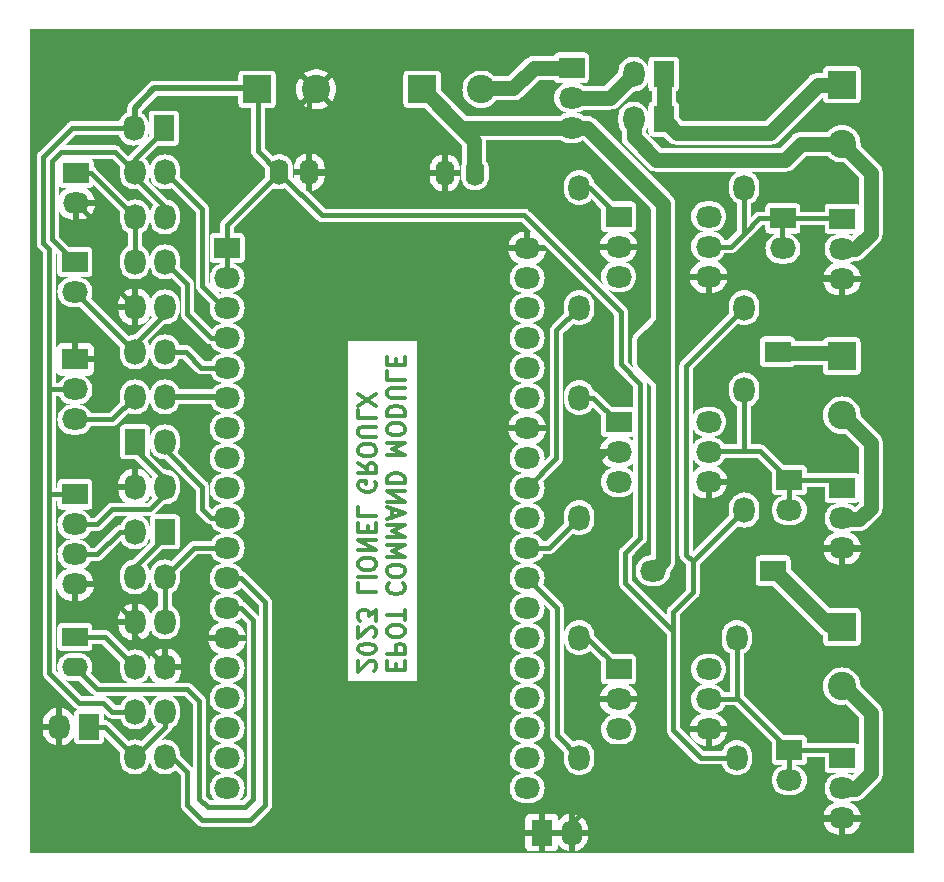
<source format=gbr>
%TF.GenerationSoftware,KiCad,Pcbnew,(7.0.0)*%
%TF.CreationDate,2023-03-16T10:25:32-04:00*%
%TF.ProjectId,EPOT_COMMAND_BOARD,45504f54-5f43-44f4-9d4d-414e445f424f,rev?*%
%TF.SameCoordinates,Original*%
%TF.FileFunction,Copper,L2,Bot*%
%TF.FilePolarity,Positive*%
%FSLAX46Y46*%
G04 Gerber Fmt 4.6, Leading zero omitted, Abs format (unit mm)*
G04 Created by KiCad (PCBNEW (7.0.0)) date 2023-03-16 10:25:32*
%MOMM*%
%LPD*%
G01*
G04 APERTURE LIST*
%ADD10C,0.300000*%
%TA.AperFunction,NonConductor*%
%ADD11C,0.300000*%
%TD*%
%TA.AperFunction,ComponentPad*%
%ADD12R,1.800000X2.200000*%
%TD*%
%TA.AperFunction,ComponentPad*%
%ADD13O,1.800000X2.200000*%
%TD*%
%TA.AperFunction,ComponentPad*%
%ADD14R,2.200000X1.800000*%
%TD*%
%TA.AperFunction,ComponentPad*%
%ADD15O,2.200000X1.800000*%
%TD*%
%TA.AperFunction,ComponentPad*%
%ADD16R,2.400000X2.400000*%
%TD*%
%TA.AperFunction,ComponentPad*%
%ADD17C,2.400000*%
%TD*%
%TA.AperFunction,ComponentPad*%
%ADD18R,2.200000X1.600000*%
%TD*%
%TA.AperFunction,ComponentPad*%
%ADD19O,2.200000X1.600000*%
%TD*%
%TA.AperFunction,ComponentPad*%
%ADD20O,1.600000X2.200000*%
%TD*%
%TA.AperFunction,ViaPad*%
%ADD21C,5.000000*%
%TD*%
%TA.AperFunction,Conductor*%
%ADD22C,1.270000*%
%TD*%
%TA.AperFunction,Conductor*%
%ADD23C,0.381000*%
%TD*%
%TA.AperFunction,Conductor*%
%ADD24C,0.508000*%
%TD*%
G04 APERTURE END LIST*
D10*
D11*
X132701142Y-105179857D02*
X132701142Y-104679857D01*
X131915428Y-104465571D02*
X131915428Y-105179857D01*
X131915428Y-105179857D02*
X133415428Y-105179857D01*
X133415428Y-105179857D02*
X133415428Y-104465571D01*
X131915428Y-103822714D02*
X133415428Y-103822714D01*
X133415428Y-103822714D02*
X133415428Y-103251285D01*
X133415428Y-103251285D02*
X133344000Y-103108428D01*
X133344000Y-103108428D02*
X133272571Y-103036999D01*
X133272571Y-103036999D02*
X133129714Y-102965571D01*
X133129714Y-102965571D02*
X132915428Y-102965571D01*
X132915428Y-102965571D02*
X132772571Y-103036999D01*
X132772571Y-103036999D02*
X132701142Y-103108428D01*
X132701142Y-103108428D02*
X132629714Y-103251285D01*
X132629714Y-103251285D02*
X132629714Y-103822714D01*
X133415428Y-102036999D02*
X133415428Y-101751285D01*
X133415428Y-101751285D02*
X133344000Y-101608428D01*
X133344000Y-101608428D02*
X133201142Y-101465571D01*
X133201142Y-101465571D02*
X132915428Y-101394142D01*
X132915428Y-101394142D02*
X132415428Y-101394142D01*
X132415428Y-101394142D02*
X132129714Y-101465571D01*
X132129714Y-101465571D02*
X131986857Y-101608428D01*
X131986857Y-101608428D02*
X131915428Y-101751285D01*
X131915428Y-101751285D02*
X131915428Y-102036999D01*
X131915428Y-102036999D02*
X131986857Y-102179857D01*
X131986857Y-102179857D02*
X132129714Y-102322714D01*
X132129714Y-102322714D02*
X132415428Y-102394142D01*
X132415428Y-102394142D02*
X132915428Y-102394142D01*
X132915428Y-102394142D02*
X133201142Y-102322714D01*
X133201142Y-102322714D02*
X133344000Y-102179857D01*
X133344000Y-102179857D02*
X133415428Y-102036999D01*
X133415428Y-100965570D02*
X133415428Y-100108428D01*
X131915428Y-100536999D02*
X133415428Y-100536999D01*
X132058285Y-97851285D02*
X131986857Y-97922713D01*
X131986857Y-97922713D02*
X131915428Y-98136999D01*
X131915428Y-98136999D02*
X131915428Y-98279856D01*
X131915428Y-98279856D02*
X131986857Y-98494142D01*
X131986857Y-98494142D02*
X132129714Y-98636999D01*
X132129714Y-98636999D02*
X132272571Y-98708428D01*
X132272571Y-98708428D02*
X132558285Y-98779856D01*
X132558285Y-98779856D02*
X132772571Y-98779856D01*
X132772571Y-98779856D02*
X133058285Y-98708428D01*
X133058285Y-98708428D02*
X133201142Y-98636999D01*
X133201142Y-98636999D02*
X133344000Y-98494142D01*
X133344000Y-98494142D02*
X133415428Y-98279856D01*
X133415428Y-98279856D02*
X133415428Y-98136999D01*
X133415428Y-98136999D02*
X133344000Y-97922713D01*
X133344000Y-97922713D02*
X133272571Y-97851285D01*
X133415428Y-96922713D02*
X133415428Y-96636999D01*
X133415428Y-96636999D02*
X133344000Y-96494142D01*
X133344000Y-96494142D02*
X133201142Y-96351285D01*
X133201142Y-96351285D02*
X132915428Y-96279856D01*
X132915428Y-96279856D02*
X132415428Y-96279856D01*
X132415428Y-96279856D02*
X132129714Y-96351285D01*
X132129714Y-96351285D02*
X131986857Y-96494142D01*
X131986857Y-96494142D02*
X131915428Y-96636999D01*
X131915428Y-96636999D02*
X131915428Y-96922713D01*
X131915428Y-96922713D02*
X131986857Y-97065571D01*
X131986857Y-97065571D02*
X132129714Y-97208428D01*
X132129714Y-97208428D02*
X132415428Y-97279856D01*
X132415428Y-97279856D02*
X132915428Y-97279856D01*
X132915428Y-97279856D02*
X133201142Y-97208428D01*
X133201142Y-97208428D02*
X133344000Y-97065571D01*
X133344000Y-97065571D02*
X133415428Y-96922713D01*
X131915428Y-95636999D02*
X133415428Y-95636999D01*
X133415428Y-95636999D02*
X132344000Y-95136999D01*
X132344000Y-95136999D02*
X133415428Y-94636999D01*
X133415428Y-94636999D02*
X131915428Y-94636999D01*
X131915428Y-93922713D02*
X133415428Y-93922713D01*
X133415428Y-93922713D02*
X132344000Y-93422713D01*
X132344000Y-93422713D02*
X133415428Y-92922713D01*
X133415428Y-92922713D02*
X131915428Y-92922713D01*
X132344000Y-92279855D02*
X132344000Y-91565570D01*
X131915428Y-92422712D02*
X133415428Y-91922712D01*
X133415428Y-91922712D02*
X131915428Y-91422712D01*
X131915428Y-90922713D02*
X133415428Y-90922713D01*
X133415428Y-90922713D02*
X131915428Y-90065570D01*
X131915428Y-90065570D02*
X133415428Y-90065570D01*
X131915428Y-89351284D02*
X133415428Y-89351284D01*
X133415428Y-89351284D02*
X133415428Y-88994141D01*
X133415428Y-88994141D02*
X133344000Y-88779855D01*
X133344000Y-88779855D02*
X133201142Y-88636998D01*
X133201142Y-88636998D02*
X133058285Y-88565569D01*
X133058285Y-88565569D02*
X132772571Y-88494141D01*
X132772571Y-88494141D02*
X132558285Y-88494141D01*
X132558285Y-88494141D02*
X132272571Y-88565569D01*
X132272571Y-88565569D02*
X132129714Y-88636998D01*
X132129714Y-88636998D02*
X131986857Y-88779855D01*
X131986857Y-88779855D02*
X131915428Y-88994141D01*
X131915428Y-88994141D02*
X131915428Y-89351284D01*
X131915428Y-86951284D02*
X133415428Y-86951284D01*
X133415428Y-86951284D02*
X132344000Y-86451284D01*
X132344000Y-86451284D02*
X133415428Y-85951284D01*
X133415428Y-85951284D02*
X131915428Y-85951284D01*
X133415428Y-84951283D02*
X133415428Y-84665569D01*
X133415428Y-84665569D02*
X133344000Y-84522712D01*
X133344000Y-84522712D02*
X133201142Y-84379855D01*
X133201142Y-84379855D02*
X132915428Y-84308426D01*
X132915428Y-84308426D02*
X132415428Y-84308426D01*
X132415428Y-84308426D02*
X132129714Y-84379855D01*
X132129714Y-84379855D02*
X131986857Y-84522712D01*
X131986857Y-84522712D02*
X131915428Y-84665569D01*
X131915428Y-84665569D02*
X131915428Y-84951283D01*
X131915428Y-84951283D02*
X131986857Y-85094141D01*
X131986857Y-85094141D02*
X132129714Y-85236998D01*
X132129714Y-85236998D02*
X132415428Y-85308426D01*
X132415428Y-85308426D02*
X132915428Y-85308426D01*
X132915428Y-85308426D02*
X133201142Y-85236998D01*
X133201142Y-85236998D02*
X133344000Y-85094141D01*
X133344000Y-85094141D02*
X133415428Y-84951283D01*
X131915428Y-83665569D02*
X133415428Y-83665569D01*
X133415428Y-83665569D02*
X133415428Y-83308426D01*
X133415428Y-83308426D02*
X133344000Y-83094140D01*
X133344000Y-83094140D02*
X133201142Y-82951283D01*
X133201142Y-82951283D02*
X133058285Y-82879854D01*
X133058285Y-82879854D02*
X132772571Y-82808426D01*
X132772571Y-82808426D02*
X132558285Y-82808426D01*
X132558285Y-82808426D02*
X132272571Y-82879854D01*
X132272571Y-82879854D02*
X132129714Y-82951283D01*
X132129714Y-82951283D02*
X131986857Y-83094140D01*
X131986857Y-83094140D02*
X131915428Y-83308426D01*
X131915428Y-83308426D02*
X131915428Y-83665569D01*
X133415428Y-82165569D02*
X132201142Y-82165569D01*
X132201142Y-82165569D02*
X132058285Y-82094140D01*
X132058285Y-82094140D02*
X131986857Y-82022712D01*
X131986857Y-82022712D02*
X131915428Y-81879854D01*
X131915428Y-81879854D02*
X131915428Y-81594140D01*
X131915428Y-81594140D02*
X131986857Y-81451283D01*
X131986857Y-81451283D02*
X132058285Y-81379854D01*
X132058285Y-81379854D02*
X132201142Y-81308426D01*
X132201142Y-81308426D02*
X133415428Y-81308426D01*
X131915428Y-79879854D02*
X131915428Y-80594140D01*
X131915428Y-80594140D02*
X133415428Y-80594140D01*
X132701142Y-79379854D02*
X132701142Y-78879854D01*
X131915428Y-78665568D02*
X131915428Y-79379854D01*
X131915428Y-79379854D02*
X133415428Y-79379854D01*
X133415428Y-79379854D02*
X133415428Y-78665568D01*
X130842571Y-105251285D02*
X130914000Y-105179857D01*
X130914000Y-105179857D02*
X130985428Y-105037000D01*
X130985428Y-105037000D02*
X130985428Y-104679857D01*
X130985428Y-104679857D02*
X130914000Y-104537000D01*
X130914000Y-104537000D02*
X130842571Y-104465571D01*
X130842571Y-104465571D02*
X130699714Y-104394142D01*
X130699714Y-104394142D02*
X130556857Y-104394142D01*
X130556857Y-104394142D02*
X130342571Y-104465571D01*
X130342571Y-104465571D02*
X129485428Y-105322714D01*
X129485428Y-105322714D02*
X129485428Y-104394142D01*
X130985428Y-103465571D02*
X130985428Y-103322714D01*
X130985428Y-103322714D02*
X130914000Y-103179857D01*
X130914000Y-103179857D02*
X130842571Y-103108429D01*
X130842571Y-103108429D02*
X130699714Y-103037000D01*
X130699714Y-103037000D02*
X130414000Y-102965571D01*
X130414000Y-102965571D02*
X130056857Y-102965571D01*
X130056857Y-102965571D02*
X129771142Y-103037000D01*
X129771142Y-103037000D02*
X129628285Y-103108429D01*
X129628285Y-103108429D02*
X129556857Y-103179857D01*
X129556857Y-103179857D02*
X129485428Y-103322714D01*
X129485428Y-103322714D02*
X129485428Y-103465571D01*
X129485428Y-103465571D02*
X129556857Y-103608429D01*
X129556857Y-103608429D02*
X129628285Y-103679857D01*
X129628285Y-103679857D02*
X129771142Y-103751286D01*
X129771142Y-103751286D02*
X130056857Y-103822714D01*
X130056857Y-103822714D02*
X130414000Y-103822714D01*
X130414000Y-103822714D02*
X130699714Y-103751286D01*
X130699714Y-103751286D02*
X130842571Y-103679857D01*
X130842571Y-103679857D02*
X130914000Y-103608429D01*
X130914000Y-103608429D02*
X130985428Y-103465571D01*
X130842571Y-102394143D02*
X130914000Y-102322715D01*
X130914000Y-102322715D02*
X130985428Y-102179858D01*
X130985428Y-102179858D02*
X130985428Y-101822715D01*
X130985428Y-101822715D02*
X130914000Y-101679858D01*
X130914000Y-101679858D02*
X130842571Y-101608429D01*
X130842571Y-101608429D02*
X130699714Y-101537000D01*
X130699714Y-101537000D02*
X130556857Y-101537000D01*
X130556857Y-101537000D02*
X130342571Y-101608429D01*
X130342571Y-101608429D02*
X129485428Y-102465572D01*
X129485428Y-102465572D02*
X129485428Y-101537000D01*
X130985428Y-101037001D02*
X130985428Y-100108429D01*
X130985428Y-100108429D02*
X130414000Y-100608429D01*
X130414000Y-100608429D02*
X130414000Y-100394144D01*
X130414000Y-100394144D02*
X130342571Y-100251287D01*
X130342571Y-100251287D02*
X130271142Y-100179858D01*
X130271142Y-100179858D02*
X130128285Y-100108429D01*
X130128285Y-100108429D02*
X129771142Y-100108429D01*
X129771142Y-100108429D02*
X129628285Y-100179858D01*
X129628285Y-100179858D02*
X129556857Y-100251287D01*
X129556857Y-100251287D02*
X129485428Y-100394144D01*
X129485428Y-100394144D02*
X129485428Y-100822715D01*
X129485428Y-100822715D02*
X129556857Y-100965572D01*
X129556857Y-100965572D02*
X129628285Y-101037001D01*
X129485428Y-97851287D02*
X129485428Y-98565573D01*
X129485428Y-98565573D02*
X130985428Y-98565573D01*
X129485428Y-97351287D02*
X130985428Y-97351287D01*
X130985428Y-96351286D02*
X130985428Y-96065572D01*
X130985428Y-96065572D02*
X130914000Y-95922715D01*
X130914000Y-95922715D02*
X130771142Y-95779858D01*
X130771142Y-95779858D02*
X130485428Y-95708429D01*
X130485428Y-95708429D02*
X129985428Y-95708429D01*
X129985428Y-95708429D02*
X129699714Y-95779858D01*
X129699714Y-95779858D02*
X129556857Y-95922715D01*
X129556857Y-95922715D02*
X129485428Y-96065572D01*
X129485428Y-96065572D02*
X129485428Y-96351286D01*
X129485428Y-96351286D02*
X129556857Y-96494144D01*
X129556857Y-96494144D02*
X129699714Y-96637001D01*
X129699714Y-96637001D02*
X129985428Y-96708429D01*
X129985428Y-96708429D02*
X130485428Y-96708429D01*
X130485428Y-96708429D02*
X130771142Y-96637001D01*
X130771142Y-96637001D02*
X130914000Y-96494144D01*
X130914000Y-96494144D02*
X130985428Y-96351286D01*
X129485428Y-95065572D02*
X130985428Y-95065572D01*
X130985428Y-95065572D02*
X129485428Y-94208429D01*
X129485428Y-94208429D02*
X130985428Y-94208429D01*
X130271142Y-93494143D02*
X130271142Y-92994143D01*
X129485428Y-92779857D02*
X129485428Y-93494143D01*
X129485428Y-93494143D02*
X130985428Y-93494143D01*
X130985428Y-93494143D02*
X130985428Y-92779857D01*
X129485428Y-91422714D02*
X129485428Y-92137000D01*
X129485428Y-92137000D02*
X130985428Y-92137000D01*
X130914000Y-89236999D02*
X130985428Y-89379857D01*
X130985428Y-89379857D02*
X130985428Y-89594142D01*
X130985428Y-89594142D02*
X130914000Y-89808428D01*
X130914000Y-89808428D02*
X130771142Y-89951285D01*
X130771142Y-89951285D02*
X130628285Y-90022714D01*
X130628285Y-90022714D02*
X130342571Y-90094142D01*
X130342571Y-90094142D02*
X130128285Y-90094142D01*
X130128285Y-90094142D02*
X129842571Y-90022714D01*
X129842571Y-90022714D02*
X129699714Y-89951285D01*
X129699714Y-89951285D02*
X129556857Y-89808428D01*
X129556857Y-89808428D02*
X129485428Y-89594142D01*
X129485428Y-89594142D02*
X129485428Y-89451285D01*
X129485428Y-89451285D02*
X129556857Y-89236999D01*
X129556857Y-89236999D02*
X129628285Y-89165571D01*
X129628285Y-89165571D02*
X130128285Y-89165571D01*
X130128285Y-89165571D02*
X130128285Y-89451285D01*
X129485428Y-87665571D02*
X130199714Y-88165571D01*
X129485428Y-88522714D02*
X130985428Y-88522714D01*
X130985428Y-88522714D02*
X130985428Y-87951285D01*
X130985428Y-87951285D02*
X130914000Y-87808428D01*
X130914000Y-87808428D02*
X130842571Y-87736999D01*
X130842571Y-87736999D02*
X130699714Y-87665571D01*
X130699714Y-87665571D02*
X130485428Y-87665571D01*
X130485428Y-87665571D02*
X130342571Y-87736999D01*
X130342571Y-87736999D02*
X130271142Y-87808428D01*
X130271142Y-87808428D02*
X130199714Y-87951285D01*
X130199714Y-87951285D02*
X130199714Y-88522714D01*
X130985428Y-86736999D02*
X130985428Y-86451285D01*
X130985428Y-86451285D02*
X130914000Y-86308428D01*
X130914000Y-86308428D02*
X130771142Y-86165571D01*
X130771142Y-86165571D02*
X130485428Y-86094142D01*
X130485428Y-86094142D02*
X129985428Y-86094142D01*
X129985428Y-86094142D02*
X129699714Y-86165571D01*
X129699714Y-86165571D02*
X129556857Y-86308428D01*
X129556857Y-86308428D02*
X129485428Y-86451285D01*
X129485428Y-86451285D02*
X129485428Y-86736999D01*
X129485428Y-86736999D02*
X129556857Y-86879857D01*
X129556857Y-86879857D02*
X129699714Y-87022714D01*
X129699714Y-87022714D02*
X129985428Y-87094142D01*
X129985428Y-87094142D02*
X130485428Y-87094142D01*
X130485428Y-87094142D02*
X130771142Y-87022714D01*
X130771142Y-87022714D02*
X130914000Y-86879857D01*
X130914000Y-86879857D02*
X130985428Y-86736999D01*
X130985428Y-85451285D02*
X129771142Y-85451285D01*
X129771142Y-85451285D02*
X129628285Y-85379856D01*
X129628285Y-85379856D02*
X129556857Y-85308428D01*
X129556857Y-85308428D02*
X129485428Y-85165570D01*
X129485428Y-85165570D02*
X129485428Y-84879856D01*
X129485428Y-84879856D02*
X129556857Y-84736999D01*
X129556857Y-84736999D02*
X129628285Y-84665570D01*
X129628285Y-84665570D02*
X129771142Y-84594142D01*
X129771142Y-84594142D02*
X130985428Y-84594142D01*
X129485428Y-83165570D02*
X129485428Y-83879856D01*
X129485428Y-83879856D02*
X130985428Y-83879856D01*
X130985428Y-82808427D02*
X129485428Y-81808427D01*
X130985428Y-81808427D02*
X129485428Y-82808427D01*
D12*
%TO.P,D6,1,K*%
%TO.N,Net-(D5-K)*%
X155320999Y-58546999D03*
D13*
%TO.P,D6,2,A*%
%TO.N,Net-(D6-A)*%
X152780999Y-58546999D03*
%TD*%
D12*
%TO.P,D5,1,K*%
%TO.N,Net-(D5-K)*%
X155320999Y-54736999D03*
D13*
%TO.P,D5,2,A*%
%TO.N,Net-(D5-A)*%
X152780999Y-54736999D03*
%TD*%
D14*
%TO.P,Q1,1,G*%
%TO.N,Net-(Q1-G)*%
X170433999Y-66990499D03*
D15*
%TO.P,Q1,2,D*%
%TO.N,Net-(D6-A)*%
X170433999Y-69530499D03*
%TO.P,Q1,3,S*%
%TO.N,GND*%
X170433999Y-72070499D03*
%TD*%
D13*
%TO.P,R13,1*%
%TO.N,/Pump_Control*%
X148179999Y-74501499D03*
%TO.P,R13,2*%
%TO.N,Net-(R13-Pad2)*%
X148179999Y-64341499D03*
%TD*%
D16*
%TO.P,Ext1,1,1*%
%TO.N,+3.3V*%
X120906799Y-56019199D03*
D17*
%TO.P,Ext1,2,2*%
%TO.N,GND*%
X125906800Y-56019200D03*
%TD*%
D13*
%TO.P,R9,1*%
%TO.N,GND*%
X110559999Y-89684999D03*
%TO.P,R9,2*%
%TO.N,Net-(D3-K)*%
X113099999Y-89684999D03*
%TD*%
%TO.P,R1,1*%
%TO.N,Net-(D1-K)*%
X110559999Y-104924999D03*
%TO.P,R1,2*%
%TO.N,GND*%
X113099999Y-104924999D03*
%TD*%
D14*
%TO.P,Q2,1,G*%
%TO.N,Net-(Q2-G)*%
X170433999Y-89788999D03*
D15*
%TO.P,Q2,2,D*%
%TO.N,Net-(Q2-D)*%
X170433999Y-92328999D03*
%TO.P,Q2,3,S*%
%TO.N,GND*%
X170433999Y-94868999D03*
%TD*%
D12*
%TO.P,D2,1,K*%
%TO.N,Net-(D2-K)*%
X112999999Y-59304999D03*
D13*
%TO.P,D2,2,A*%
%TO.N,+3.3V*%
X110459999Y-59304999D03*
%TD*%
D14*
%TO.P,JP1,1,A*%
%TO.N,+12V*%
X147544999Y-54181499D03*
D15*
%TO.P,JP1,2,C*%
%TO.N,Net-(D5-A)*%
X147544999Y-56721499D03*
%TO.P,JP1,3,B*%
%TO.N,+5V*%
X147544999Y-59261499D03*
%TD*%
D13*
%TO.P,R14,2*%
%TO.N,+3.3V*%
X162149999Y-74501499D03*
%TO.P,R14,1*%
%TO.N,Net-(Q1-G)*%
X162149999Y-64341499D03*
%TD*%
D14*
%TO.P,Q3,1,G*%
%TO.N,Net-(Q3-G)*%
X170433999Y-112648999D03*
D15*
%TO.P,Q3,2,D*%
%TO.N,Net-(Q3-D)*%
X170433999Y-115188999D03*
%TO.P,Q3,3,S*%
%TO.N,GND*%
X170433999Y-117728999D03*
%TD*%
D13*
%TO.P,R17,1*%
%TO.N,/UV_Control*%
X148179999Y-112601499D03*
%TO.P,R17,2*%
%TO.N,Net-(R17-Pad2)*%
X148179999Y-102441499D03*
%TD*%
D14*
%TO.P,D7,1,K*%
%TO.N,Net-(D7-K)*%
X164972999Y-78231999D03*
D15*
%TO.P,D7,2,A*%
%TO.N,+5V*%
X154812999Y-78231999D03*
%TD*%
D14*
%TO.P,TP3,1*%
%TO.N,Net-(Q3-G)*%
X165959999Y-111966499D03*
D15*
%TO.P,TP3,2*%
X165959999Y-114506499D03*
%TD*%
D12*
%TO.P,D4,1,K*%
%TO.N,Net-(D4-K)*%
X113099999Y-93494999D03*
D13*
%TO.P,D4,2,A*%
%TO.N,Net-(D4-A)*%
X110559999Y-93494999D03*
%TD*%
D14*
%TO.P,EXT6,1,GND*%
%TO.N,GND*%
X105479999Y-78889999D03*
D15*
%TO.P,EXT6,2,Vcc*%
%TO.N,+3.3V*%
X105479999Y-81429999D03*
%TO.P,EXT6,3,Aout*%
%TO.N,Net-(EXT6-Aout)*%
X105479999Y-83969999D03*
%TD*%
D14*
%TO.P,U4,1*%
%TO.N,Net-(R17-Pad2)*%
X151510999Y-105128999D03*
D15*
%TO.P,U4,2*%
%TO.N,GND*%
X151510999Y-107668999D03*
%TO.P,U4,3,NC*%
%TO.N,unconnected-(U4-NC-Pad3)*%
X151510999Y-110208999D03*
%TO.P,U4,4*%
%TO.N,GND*%
X159130999Y-110208999D03*
%TO.P,U4,5*%
%TO.N,Net-(Q3-G)*%
X159130999Y-107668999D03*
%TO.P,U4,6*%
%TO.N,unconnected-(U4-Pad6)*%
X159130999Y-105128999D03*
%TD*%
D16*
%TO.P,Ext4,1,1*%
%TO.N,Net-(D7-K)*%
X170421799Y-78612999D03*
D17*
%TO.P,Ext4,2,2*%
%TO.N,Net-(Q2-D)*%
X170421800Y-83613000D03*
%TD*%
D14*
%TO.P,TP2,1*%
%TO.N,Net-(Q2-G)*%
X165959999Y-89106499D03*
D15*
%TO.P,TP2,2*%
X165959999Y-91646499D03*
%TD*%
D14*
%TO.P,U1,1,3V3*%
%TO.N,+3.3V*%
X118363999Y-69468999D03*
D15*
%TO.P,U1,2,EN*%
X118363999Y-72008999D03*
%TO.P,U1,3,IO36/A0*%
%TO.N,/ADC_Top_Ref*%
X118363999Y-74548999D03*
%TO.P,U1,4,IO39/A3*%
%TO.N,/Thermistor_Out*%
X118363999Y-77088999D03*
%TO.P,U1,5,IO34/A6*%
%TO.N,/Photo_Out*%
X118363999Y-79628999D03*
%TO.P,U1,6,IO35/A7*%
%TO.N,/Humidity_Sensor_Out*%
X118363999Y-82168999D03*
%TO.P,U1,7,IO32/A4*%
%TO.N,unconnected-(U1-IO32{slash}A4-Pad7)*%
X118363999Y-84708999D03*
%TO.P,U1,8,IO33/A5*%
%TO.N,unconnected-(U1-IO33{slash}A5-Pad8)*%
X118363999Y-87248999D03*
%TO.P,U1,9,IO25/A18*%
%TO.N,unconnected-(U1-IO25{slash}A18-Pad9)*%
X118363999Y-89788999D03*
%TO.P,U1,10,IO26/A19*%
%TO.N,/Ultrasonic_Sensor_Trig*%
X118363999Y-92328999D03*
%TO.P,U1,11,IO27/A17*%
%TO.N,/Ultrasonic_Sensor_Echo*%
X118363999Y-94868999D03*
%TO.P,U1,12,IO14/A16*%
%TO.N,/Sync_Button*%
X118363999Y-97408999D03*
%TO.P,U1,13,IO12/A15*%
%TO.N,/Status_LED*%
X118363999Y-99948999D03*
%TO.P,U1,14,GND*%
%TO.N,GND*%
X118363999Y-102488999D03*
%TO.P,U1,15,IO13/A14*%
%TO.N,unconnected-(U1-IO13{slash}A14-Pad15)*%
X118363999Y-105028999D03*
%TO.P,U1,16,IO9*%
%TO.N,unconnected-(U1-IO9-Pad16)*%
X118363999Y-107568999D03*
%TO.P,U1,17,IO10*%
%TO.N,unconnected-(U1-IO10-Pad17)*%
X118363999Y-110108999D03*
%TO.P,U1,18,IO11*%
%TO.N,unconnected-(U1-IO11-Pad18)*%
X118363999Y-112648999D03*
%TO.P,U1,19,5V_IN*%
%TO.N,unconnected-(U1-5V_IN-Pad19)*%
X118363999Y-115188999D03*
%TO.P,U1,20,IO6*%
%TO.N,unconnected-(U1-IO6-Pad20)*%
X143763999Y-115188999D03*
%TO.P,U1,21,IO7*%
%TO.N,unconnected-(U1-IO7-Pad21)*%
X143763999Y-112648999D03*
%TO.P,U1,22,IO8*%
%TO.N,unconnected-(U1-IO8-Pad22)*%
X143763999Y-110108999D03*
%TO.P,U1,23,IO15/A13*%
%TO.N,unconnected-(U1-IO15{slash}A13-Pad23)*%
X143763999Y-107568999D03*
%TO.P,U1,24,IO2/A12*%
%TO.N,unconnected-(U1-IO2{slash}A12-Pad24)*%
X143763999Y-105028999D03*
%TO.P,U1,25,IO0/A11*%
%TO.N,unconnected-(U1-IO0{slash}A11-Pad25)*%
X143763999Y-102488999D03*
%TO.P,U1,26,IO4/A10*%
%TO.N,unconnected-(U1-IO4{slash}A10-Pad26)*%
X143763999Y-99948999D03*
%TO.P,U1,27,IO16*%
%TO.N,/UV_Control*%
X143763999Y-97408999D03*
%TO.P,U1,28,IO17*%
%TO.N,/LED_Control*%
X143763999Y-94868999D03*
%TO.P,U1,29,IO5*%
%TO.N,unconnected-(U1-IO5-Pad29)*%
X143763999Y-92328999D03*
%TO.P,U1,30,IO18*%
%TO.N,/Pump_Control*%
X143763999Y-89788999D03*
%TO.P,U1,31,IO19*%
%TO.N,unconnected-(U1-IO19-Pad31)*%
X143763999Y-87248999D03*
%TO.P,U1,32,GND*%
%TO.N,GND*%
X143763999Y-84708999D03*
%TO.P,U1,33,IO21*%
%TO.N,unconnected-(U1-IO21-Pad33)*%
X143763999Y-82168999D03*
%TO.P,U1,34,IO3/RX*%
%TO.N,unconnected-(U1-IO3{slash}RX-Pad34)*%
X143763999Y-79628999D03*
%TO.P,U1,35,IO1/TX*%
%TO.N,unconnected-(U1-IO1{slash}TX-Pad35)*%
X143763999Y-77088999D03*
%TO.P,U1,36,IO22*%
%TO.N,unconnected-(U1-IO22-Pad36)*%
X143763999Y-74548999D03*
%TO.P,U1,37,IO23*%
%TO.N,unconnected-(U1-IO23-Pad37)*%
X143763999Y-72008999D03*
%TO.P,U1,38,GND*%
%TO.N,GND*%
X143763999Y-69468999D03*
%TD*%
D13*
%TO.P,R10,1*%
%TO.N,/Ultrasonic_Sensor_Echo*%
X113099999Y-97304999D03*
%TO.P,R10,2*%
%TO.N,Net-(D4-K)*%
X110559999Y-97304999D03*
%TD*%
D14*
%TO.P,TP1,1*%
%TO.N,Net-(Q1-G)*%
X165423999Y-66951999D03*
D15*
%TO.P,TP1,2*%
X165423999Y-69491999D03*
%TD*%
D12*
%TO.P,TP4,1*%
%TO.N,GND*%
X145004999Y-118951499D03*
D13*
%TO.P,TP4,2*%
X147544999Y-118951499D03*
%TD*%
%TO.P,R4,1*%
%TO.N,/ADC_Top_Ref*%
X113099999Y-63014999D03*
%TO.P,R4,2*%
%TO.N,Net-(D2-K)*%
X110559999Y-63014999D03*
%TD*%
D16*
%TO.P,Ext2,1,1*%
%TO.N,+5V*%
X134876799Y-56019199D03*
D17*
%TO.P,Ext2,2,2*%
%TO.N,+12V*%
X139876800Y-56019200D03*
%TD*%
D13*
%TO.P,R15,1*%
%TO.N,/LED_Control*%
X148179999Y-92281499D03*
%TO.P,R15,2*%
%TO.N,Net-(R15-Pad2)*%
X148179999Y-82121499D03*
%TD*%
D14*
%TO.P,U2,1*%
%TO.N,Net-(R13-Pad2)*%
X151510999Y-66801999D03*
D15*
%TO.P,U2,2*%
%TO.N,GND*%
X151510999Y-69341999D03*
%TO.P,U2,3,NC*%
%TO.N,unconnected-(U2-NC-Pad3)*%
X151510999Y-71881999D03*
%TO.P,U2,4*%
%TO.N,GND*%
X159130999Y-71881999D03*
%TO.P,U2,5*%
%TO.N,Net-(Q1-G)*%
X159130999Y-69341999D03*
%TO.P,U2,6*%
%TO.N,unconnected-(U2-Pad6)*%
X159130999Y-66801999D03*
%TD*%
D13*
%TO.P,R16,1*%
%TO.N,Net-(Q2-G)*%
X162149999Y-81486499D03*
%TO.P,R16,2*%
%TO.N,+3.3V*%
X162149999Y-91646499D03*
%TD*%
%TO.P,R2,1*%
%TO.N,+3.3V*%
X110559999Y-108734999D03*
%TO.P,R2,2*%
%TO.N,Net-(R2-Pad2)*%
X113099999Y-108734999D03*
%TD*%
%TO.P,R6,1*%
%TO.N,/Thermistor_Out*%
X113099999Y-70634999D03*
%TO.P,R6,2*%
%TO.N,Net-(R5-Pad2)*%
X110559999Y-70634999D03*
%TD*%
D14*
%TO.P,TH1,1*%
%TO.N,Net-(R5-Pad2)*%
X105579999Y-63114999D03*
D15*
%TO.P,TH1,2*%
%TO.N,GND*%
X105579999Y-65654999D03*
%TD*%
D13*
%TO.P,R11,1*%
%TO.N,GND*%
X110559999Y-101114999D03*
%TO.P,R11,2*%
%TO.N,/Ultrasonic_Sensor_Echo*%
X113099999Y-101114999D03*
%TD*%
%TO.P,R18,1*%
%TO.N,Net-(Q3-G)*%
X161514999Y-102441499D03*
%TO.P,R18,2*%
%TO.N,+3.3V*%
X161514999Y-112601499D03*
%TD*%
D14*
%TO.P,EXT7,1,Vcc*%
%TO.N,+3.3V*%
X105479999Y-90319999D03*
D15*
%TO.P,EXT7,2,Trig*%
%TO.N,Net-(D3-K)*%
X105479999Y-92859999D03*
%TO.P,EXT7,3,Echo*%
%TO.N,Net-(D4-A)*%
X105479999Y-95399999D03*
%TO.P,EXT7,4,GND*%
%TO.N,GND*%
X105479999Y-97939999D03*
%TD*%
D13*
%TO.P,R3,1*%
%TO.N,/Sync_Button*%
X113099999Y-112544999D03*
%TO.P,R3,2*%
%TO.N,Net-(R2-Pad2)*%
X110559999Y-112544999D03*
%TD*%
D12*
%TO.P,D3,1,K*%
%TO.N,Net-(D3-K)*%
X110559999Y-85874999D03*
D13*
%TO.P,D3,2,A*%
%TO.N,/Ultrasonic_Sensor_Trig*%
X113099999Y-85874999D03*
%TD*%
D14*
%TO.P,PH1,1*%
%TO.N,Net-(D2-K)*%
X105479999Y-70634999D03*
D15*
%TO.P,PH1,2*%
%TO.N,Net-(PH1-Pad2)*%
X105479999Y-73174999D03*
%TD*%
D18*
%TO.P,D1,1,K*%
%TO.N,Net-(D1-K)*%
X105479999Y-102384999D03*
D19*
%TO.P,D1,2,A*%
%TO.N,/Status_LED*%
X105479999Y-104924999D03*
%TD*%
D13*
%TO.P,R5,1*%
%TO.N,Net-(D2-K)*%
X113099999Y-66824999D03*
%TO.P,R5,2*%
%TO.N,Net-(R5-Pad2)*%
X110559999Y-66824999D03*
%TD*%
D20*
%TO.P,C2,1*%
%TO.N,+5V*%
X139345999Y-63091999D03*
%TO.P,C2,2*%
%TO.N,GND*%
X136805999Y-63091999D03*
%TD*%
D13*
%TO.P,R12,1*%
%TO.N,Net-(EXT6-Aout)*%
X110559999Y-82064999D03*
%TO.P,R12,2*%
%TO.N,/Humidity_Sensor_Out*%
X113099999Y-82064999D03*
%TD*%
D20*
%TO.P,C1,1*%
%TO.N,+3.3V*%
X122781999Y-63018999D03*
%TO.P,C1,2*%
%TO.N,GND*%
X125321999Y-63018999D03*
%TD*%
D12*
%TO.P,SW1,1,A*%
%TO.N,Net-(R2-Pad2)*%
X106679999Y-109981999D03*
D13*
%TO.P,SW1,2,A*%
%TO.N,GND*%
X104139999Y-109981999D03*
%TD*%
D14*
%TO.P,D8,1,K*%
%TO.N,Net-(D8-K)*%
X164591999Y-96773999D03*
D15*
%TO.P,D8,2,A*%
%TO.N,+5V*%
X154431999Y-96773999D03*
%TD*%
D13*
%TO.P,R7,1*%
%TO.N,/Photo_Out*%
X113099999Y-78254999D03*
%TO.P,R7,2*%
%TO.N,Net-(PH1-Pad2)*%
X110559999Y-78254999D03*
%TD*%
D14*
%TO.P,U3,1*%
%TO.N,Net-(R15-Pad2)*%
X151510999Y-84173999D03*
D15*
%TO.P,U3,2*%
%TO.N,GND*%
X151510999Y-86713999D03*
%TO.P,U3,3,NC*%
%TO.N,unconnected-(U3-NC-Pad3)*%
X151510999Y-89253999D03*
%TO.P,U3,4*%
%TO.N,GND*%
X159130999Y-89253999D03*
%TO.P,U3,5*%
%TO.N,Net-(Q2-G)*%
X159130999Y-86713999D03*
%TO.P,U3,6*%
%TO.N,unconnected-(U3-Pad6)*%
X159130999Y-84173999D03*
%TD*%
D16*
%TO.P,Ext5,1,1*%
%TO.N,Net-(D8-K)*%
X170421799Y-101551999D03*
D17*
%TO.P,Ext5,2,2*%
%TO.N,Net-(Q3-D)*%
X170421800Y-106552000D03*
%TD*%
D16*
%TO.P,Ext3,1,1*%
%TO.N,Net-(D5-K)*%
X170421799Y-55628799D03*
D17*
%TO.P,Ext3,2,2*%
%TO.N,Net-(D6-A)*%
X170421800Y-60628800D03*
%TD*%
D13*
%TO.P,R8,1*%
%TO.N,Net-(PH1-Pad2)*%
X113099999Y-74444999D03*
%TO.P,R8,2*%
%TO.N,GND*%
X110559999Y-74444999D03*
%TD*%
D21*
%TO.N,GND*%
X105600000Y-116800000D03*
X105600000Y-54800000D03*
X161600000Y-54800000D03*
X154600000Y-116800000D03*
%TD*%
D22*
%TO.N,+5V*%
X154559000Y-76454000D02*
X154559000Y-80010000D01*
X153670000Y-79121000D02*
X154559000Y-80010000D01*
X154559000Y-76454000D02*
X153670000Y-77343000D01*
X155194000Y-75819000D02*
X154559000Y-76454000D01*
X154559000Y-80010000D02*
X155194000Y-80645000D01*
X153670000Y-77343000D02*
X153670000Y-79121000D01*
D23*
%TO.N,Net-(R2-Pad2)*%
X107997000Y-109982000D02*
X106680000Y-109982000D01*
X110560000Y-112545000D02*
X107997000Y-109982000D01*
%TO.N,+3.3V*%
X152089000Y-97813000D02*
X156153000Y-101877000D01*
X152089000Y-95273000D02*
X152089000Y-97813000D01*
X151708000Y-79318000D02*
X153323500Y-80933500D01*
X143533000Y-66698000D02*
X151708000Y-74873000D01*
X126406500Y-66698000D02*
X143533000Y-66698000D01*
X151708000Y-74873000D02*
X151708000Y-79318000D01*
X122780000Y-63071500D02*
X126406500Y-66698000D01*
X153323500Y-80933500D02*
X153323500Y-94038500D01*
X153323500Y-94038500D02*
X152089000Y-95273000D01*
D22*
%TO.N,Net-(D6-A)*%
X152781000Y-60071000D02*
X152781000Y-58547000D01*
X154686000Y-61976000D02*
X152781000Y-60071000D01*
X166955200Y-60628800D02*
X165608000Y-61976000D01*
X170421800Y-60628800D02*
X166955200Y-60628800D01*
X165608000Y-61976000D02*
X154686000Y-61976000D01*
%TO.N,Net-(D5-K)*%
X164338000Y-59690000D02*
X156464000Y-59690000D01*
X168388000Y-55640000D02*
X164338000Y-59690000D01*
X156464000Y-59690000D02*
X155321000Y-58547000D01*
X170415000Y-55640000D02*
X168388000Y-55640000D01*
X155321000Y-58547000D02*
X155321000Y-54737000D01*
%TO.N,Net-(D5-A)*%
X150796500Y-56721500D02*
X152781000Y-54737000D01*
X147545000Y-56721500D02*
X150796500Y-56721500D01*
D23*
%TO.N,GND*%
X174879000Y-56561000D02*
X174879000Y-71882000D01*
X169764500Y-51446500D02*
X174879000Y-56561000D01*
X125320000Y-56595000D02*
X130468500Y-51446500D01*
X127126500Y-63071500D02*
X125320000Y-63071500D01*
X125320000Y-63071500D02*
X125320000Y-56595000D01*
X130468500Y-51446500D02*
X169764500Y-51446500D01*
X136722000Y-65936000D02*
X129991000Y-65936000D01*
X129991000Y-65936000D02*
X127126500Y-63071500D01*
%TO.N,+3.3V*%
X105480000Y-90320000D02*
X103321000Y-90320000D01*
X103321000Y-69553630D02*
X103321000Y-81430000D01*
X103321000Y-81430000D02*
X103321000Y-88161000D01*
X118335000Y-69421500D02*
X118335000Y-71961500D01*
X103321000Y-88161000D02*
X103321000Y-90320000D01*
X105253000Y-59305000D02*
X102813000Y-61745000D01*
X118335000Y-69421500D02*
X118335000Y-67516500D01*
X120965000Y-55950000D02*
X120965000Y-61256500D01*
X156153000Y-110306000D02*
X156153000Y-101877000D01*
X103321000Y-105433000D02*
X105861000Y-107973000D01*
X108655000Y-108735000D02*
X110560000Y-108735000D01*
X120965000Y-61256500D02*
X122780000Y-63071500D01*
X105480000Y-81430000D02*
X103321000Y-81430000D01*
X157226000Y-95414500D02*
X157226000Y-79425500D01*
X118335000Y-67516500D02*
X122780000Y-63071500D01*
X107893000Y-107973000D02*
X108655000Y-108735000D01*
X156153000Y-101877000D02*
X156153000Y-100260000D01*
X157226000Y-79425500D02*
X162150000Y-74501500D01*
X103321000Y-90320000D02*
X103321000Y-105433000D01*
X110460000Y-59305000D02*
X105253000Y-59305000D01*
D24*
X110560000Y-57597000D02*
X112207000Y-55950000D01*
D23*
X157804000Y-95992500D02*
X162150000Y-91646500D01*
X157804000Y-95992500D02*
X157226000Y-95414500D01*
X102813000Y-61745000D02*
X102813000Y-69045630D01*
X156153000Y-100260000D02*
X157804000Y-98609000D01*
X161515000Y-112601500D02*
X158448500Y-112601500D01*
X105861000Y-107973000D02*
X107893000Y-107973000D01*
D24*
X110560000Y-59205000D02*
X110560000Y-57597000D01*
D23*
X102813000Y-69045630D02*
X103321000Y-69553630D01*
X158448500Y-112601500D02*
X156153000Y-110306000D01*
D24*
X112207000Y-55950000D02*
X120965000Y-55950000D01*
D23*
X157804000Y-98609000D02*
X157804000Y-95992500D01*
%TO.N,GND*%
X108020000Y-71905000D02*
X108020000Y-68095000D01*
X170415000Y-94930000D02*
X174818000Y-94930000D01*
X171896000Y-117790000D02*
X170415000Y-117790000D01*
X111257000Y-103020000D02*
X115753000Y-103020000D01*
X147875000Y-69342000D02*
X151511000Y-69342000D01*
X151045000Y-107621500D02*
X153710500Y-107621500D01*
X147545000Y-118951500D02*
X147545000Y-118105000D01*
X162160000Y-117790000D02*
X163773000Y-117790000D01*
X144469000Y-65936000D02*
X136722000Y-65936000D01*
X110560000Y-101115000D02*
X110560000Y-102323000D01*
X158665000Y-110161500D02*
X162151500Y-110161500D01*
X147545000Y-118951500D02*
X145005000Y-118951500D01*
X153740000Y-102131000D02*
X153740000Y-107592000D01*
X105580000Y-65655000D02*
X108020000Y-68095000D01*
X163900000Y-90189500D02*
X163900000Y-92479000D01*
X174879000Y-94869000D02*
X174879000Y-114807000D01*
X170415000Y-72070000D02*
X174691000Y-72070000D01*
X149041000Y-88161000D02*
X149041000Y-90066000D01*
X153710500Y-107621500D02*
X153740000Y-107592000D01*
X162151500Y-110161500D02*
X163646000Y-111656000D01*
X149041000Y-90066000D02*
X150692000Y-91717000D01*
X110560000Y-89177000D02*
X110560000Y-89685000D01*
X115753000Y-103020000D02*
X116331500Y-102441500D01*
X151355000Y-86666500D02*
X150535500Y-86666500D01*
X162917000Y-89206500D02*
X163900000Y-90189500D01*
X174879000Y-114807000D02*
X171896000Y-117790000D01*
X116331500Y-102441500D02*
X118335000Y-102441500D01*
X163773000Y-117790000D02*
X170415000Y-117790000D01*
X110560000Y-102323000D02*
X111257000Y-103020000D01*
X136750000Y-63071500D02*
X136750000Y-65908000D01*
X110560000Y-74445000D02*
X108020000Y-71905000D01*
X107385000Y-97940000D02*
X110560000Y-101115000D01*
X150535500Y-86666500D02*
X149041000Y-88161000D01*
X150692000Y-99083000D02*
X153740000Y-102131000D01*
X150692000Y-91717000D02*
X150692000Y-99083000D01*
X158975000Y-89206500D02*
X162917000Y-89206500D01*
X163646000Y-111656000D02*
X163646000Y-117663000D01*
X144469000Y-65936000D02*
X147875000Y-69342000D01*
X111257000Y-103020000D02*
X113100000Y-104863000D01*
X163900000Y-92479000D02*
X166351000Y-94930000D01*
X147545000Y-118105000D02*
X154883000Y-110767000D01*
X166351000Y-94930000D02*
X170415000Y-94930000D01*
X153740000Y-109370000D02*
X162160000Y-117790000D01*
X159131000Y-71882000D02*
X170245500Y-71882000D01*
X153740000Y-107592000D02*
X153740000Y-109370000D01*
X174879000Y-71882000D02*
X174879000Y-94869000D01*
X136750000Y-65908000D02*
X136722000Y-65936000D01*
D24*
X113100000Y-104863000D02*
X113100000Y-104925000D01*
D23*
X105480000Y-97940000D02*
X107385000Y-97940000D01*
D22*
%TO.N,+5V*%
X148815000Y-59261500D02*
X155264000Y-65710500D01*
X155264000Y-95992500D02*
X154530000Y-96726500D01*
X139290000Y-60385000D02*
X139290000Y-63071500D01*
X138166500Y-59261500D02*
X147545000Y-59261500D01*
X147545000Y-59261500D02*
X148815000Y-59261500D01*
X134855000Y-55950000D02*
X138166500Y-59261500D01*
X138166500Y-59261500D02*
X139290000Y-60385000D01*
X155264000Y-65710500D02*
X155264000Y-95992500D01*
D23*
%TO.N,Net-(D2-K)*%
X105480000Y-70635000D02*
X103575000Y-68730000D01*
X110560000Y-63432500D02*
X113100000Y-65972500D01*
X103575000Y-68730000D02*
X103575000Y-62060630D01*
D24*
X113100000Y-65972500D02*
X113100000Y-66825000D01*
D23*
X113000000Y-59505000D02*
X110560000Y-61945000D01*
X113000000Y-59305000D02*
X113000000Y-59505000D01*
X103575000Y-62060630D02*
X104282630Y-61353000D01*
X110560000Y-61945000D02*
X110560000Y-63015000D01*
X104282630Y-61353000D02*
X108898000Y-61353000D01*
X108898000Y-61353000D02*
X110560000Y-63015000D01*
D24*
X110560000Y-63015000D02*
X110560000Y-63432500D01*
D23*
%TO.N,Net-(D3-K)*%
X107385000Y-92860000D02*
X108655000Y-91590000D01*
X113100000Y-89050000D02*
X113100000Y-89685000D01*
X108655000Y-91590000D02*
X111830000Y-91590000D01*
X105480000Y-92860000D02*
X107385000Y-92860000D01*
X111830000Y-91590000D02*
X113100000Y-90320000D01*
X110560000Y-85875000D02*
X110560000Y-86510000D01*
X110560000Y-86510000D02*
X113100000Y-89050000D01*
X113100000Y-90320000D02*
X113100000Y-89685000D01*
%TO.N,Net-(D4-A)*%
X109290000Y-93495000D02*
X110560000Y-93495000D01*
X107385000Y-95400000D02*
X109290000Y-93495000D01*
X105480000Y-95400000D02*
X107385000Y-95400000D01*
%TO.N,Net-(D4-K)*%
X113100000Y-93912500D02*
X110560000Y-96452500D01*
X113100000Y-93495000D02*
X113100000Y-93912500D01*
X110560000Y-96452500D02*
X110560000Y-97305000D01*
%TO.N,/Ultrasonic_Sensor_Trig*%
X113100000Y-86510000D02*
X116275000Y-89685000D01*
D24*
X113100000Y-85875000D02*
X113100000Y-86510000D01*
D23*
X116966500Y-92281500D02*
X118335000Y-92281500D01*
X116275000Y-91590000D02*
X116966500Y-92281500D01*
X116275000Y-89685000D02*
X116275000Y-91590000D01*
D22*
%TO.N,Net-(D8-K)*%
X164690000Y-96726500D02*
X169323500Y-101360000D01*
%TO.N,+12V*%
X142601500Y-55950000D02*
X144370000Y-54181500D01*
X139855000Y-55950000D02*
X142601500Y-55950000D01*
X144370000Y-54181500D02*
X147545000Y-54181500D01*
%TO.N,Net-(Q2-D)*%
X172847000Y-91450000D02*
X171907000Y-92390000D01*
X172847000Y-85932000D02*
X172847000Y-91450000D01*
X170415000Y-83500000D02*
X172847000Y-85932000D01*
X171907000Y-92390000D02*
X170415000Y-92390000D01*
%TO.N,Net-(Q3-D)*%
X172847000Y-113948000D02*
X171545000Y-115250000D01*
X170415000Y-106360000D02*
X172847000Y-108792000D01*
X171545000Y-115250000D02*
X170415000Y-115250000D01*
X172847000Y-108792000D02*
X172847000Y-113948000D01*
D23*
%TO.N,Net-(EXT6-Aout)*%
X105480000Y-83970000D02*
X108655000Y-83970000D01*
X108655000Y-83970000D02*
X110560000Y-82065000D01*
%TO.N,Net-(Q1-G)*%
X170377000Y-66952000D02*
X170415000Y-66990000D01*
X161002000Y-69342000D02*
X159131000Y-69342000D01*
X162150000Y-64341500D02*
X162150000Y-68123000D01*
X162185500Y-68158500D02*
X161002000Y-69342000D01*
X163392000Y-66952000D02*
X162185500Y-68158500D01*
X165424000Y-66952000D02*
X170377000Y-66952000D01*
X165325000Y-66881500D02*
X165325000Y-69421500D01*
X162150000Y-68123000D02*
X162185500Y-68158500D01*
X165424000Y-66952000D02*
X163392000Y-66952000D01*
%TO.N,Net-(Q2-G)*%
X162249000Y-86666500D02*
X158975000Y-86666500D01*
X163520000Y-86666500D02*
X162249000Y-86666500D01*
X162150000Y-81486500D02*
X162150000Y-86567500D01*
X165960000Y-89106500D02*
X163520000Y-86666500D01*
X162150000Y-86567500D02*
X162249000Y-86666500D01*
X165960000Y-89106500D02*
X169671500Y-89106500D01*
X165960000Y-91646500D02*
X165960000Y-89106500D01*
X169671500Y-89106500D02*
X170415000Y-89850000D01*
%TO.N,Net-(Q3-G)*%
X161615000Y-107621500D02*
X158665000Y-107621500D01*
X161515000Y-107521500D02*
X161615000Y-107621500D01*
X169671500Y-111966500D02*
X170415000Y-112710000D01*
X165960000Y-111966500D02*
X161615000Y-107621500D01*
X165960000Y-111966500D02*
X165960000Y-114506500D01*
X161515000Y-102441500D02*
X161515000Y-107521500D01*
X165960000Y-111966500D02*
X169671500Y-111966500D01*
%TO.N,Net-(R15-Pad2)*%
X148180000Y-82121500D02*
X149350000Y-82121500D01*
X149350000Y-82121500D02*
X151355000Y-84126500D01*
%TO.N,/Pump_Control*%
X146247000Y-76434500D02*
X148180000Y-74501500D01*
X143735000Y-89741500D02*
X146247000Y-87229500D01*
X146247000Y-87229500D02*
X146247000Y-76434500D01*
D22*
%TO.N,Net-(D6-A)*%
X171566500Y-69530000D02*
X170415000Y-69530000D01*
X170415000Y-60640000D02*
X172847000Y-63072000D01*
X172847000Y-63072000D02*
X172847000Y-68249500D01*
X172847000Y-68249500D02*
X171566500Y-69530000D01*
D23*
%TO.N,/LED_Control*%
X145640000Y-94821500D02*
X148180000Y-92281500D01*
X143735000Y-94821500D02*
X145640000Y-94821500D01*
%TO.N,Net-(PH1-Pad2)*%
X110560000Y-78255000D02*
X105480000Y-73175000D01*
X113100000Y-74445000D02*
X113100000Y-75080000D01*
X113100000Y-75080000D02*
X110560000Y-77620000D01*
X110560000Y-77620000D02*
X110560000Y-78255000D01*
%TO.N,/UV_Control*%
X146275000Y-99901500D02*
X143735000Y-97361500D01*
X146275000Y-110696500D02*
X146275000Y-99901500D01*
X148180000Y-112601500D02*
X146275000Y-110696500D01*
%TO.N,Net-(R2-Pad2)*%
X110560000Y-112545000D02*
X113100000Y-110005000D01*
X113100000Y-110005000D02*
X113100000Y-108735000D01*
%TO.N,/Sync_Button*%
X119506500Y-97361500D02*
X118335000Y-97361500D01*
X121609000Y-99464000D02*
X119506500Y-97361500D01*
X113735000Y-112545000D02*
X115005000Y-113815000D01*
X115005000Y-116609000D02*
X116275000Y-117879000D01*
X120339000Y-117879000D02*
X121609000Y-116609000D01*
X121609000Y-116609000D02*
X121609000Y-99464000D01*
X116275000Y-117879000D02*
X120339000Y-117879000D01*
X113100000Y-112545000D02*
X113735000Y-112545000D01*
X115005000Y-113815000D02*
X115005000Y-116609000D01*
%TO.N,/Photo_Out*%
X116172750Y-79581500D02*
X118335000Y-79581500D01*
X113100000Y-78255000D02*
X114846250Y-78255000D01*
X114846250Y-78255000D02*
X116172750Y-79581500D01*
D24*
%TO.N,/Humidity_Sensor_Out*%
X118278500Y-82065000D02*
X118335000Y-82121500D01*
X113100000Y-82065000D02*
X118278500Y-82065000D01*
D23*
%TO.N,/Thermistor_Out*%
X115005000Y-72540000D02*
X115005000Y-75080000D01*
X116966500Y-77041500D02*
X118335000Y-77041500D01*
X115005000Y-75080000D02*
X116966500Y-77041500D01*
X113100000Y-70635000D02*
X115005000Y-72540000D01*
%TO.N,/Ultrasonic_Sensor_Echo*%
X118335000Y-94821500D02*
X115583500Y-94821500D01*
X115583500Y-94821500D02*
X113100000Y-97305000D01*
X113100000Y-97305000D02*
X113100000Y-101115000D01*
%TO.N,/ADC_Top_Ref*%
X116275000Y-72641500D02*
X118135000Y-74501500D01*
X113100000Y-63015000D02*
X116275000Y-66190000D01*
X116275000Y-66190000D02*
X116275000Y-72641500D01*
D24*
X118135000Y-74501500D02*
X118335000Y-74501500D01*
D23*
%TO.N,Net-(D1-K)*%
X108020000Y-102385000D02*
X105480000Y-102385000D01*
X110560000Y-104925000D02*
X108020000Y-102385000D01*
%TO.N,/Status_LED*%
X107388077Y-106833077D02*
X115008077Y-106833077D01*
X115008077Y-106833077D02*
X116021000Y-107846000D01*
X116021000Y-107846000D02*
X116021000Y-116101000D01*
X119506500Y-99901500D02*
X118335000Y-99901500D01*
X120593000Y-100988000D02*
X119506500Y-99901500D01*
X116723500Y-116803500D02*
X119890500Y-116803500D01*
X116021000Y-116101000D02*
X116723500Y-116803500D01*
X119890500Y-116803500D02*
X120593000Y-116101000D01*
X120593000Y-116101000D02*
X120593000Y-100988000D01*
X105480000Y-104925000D02*
X107388077Y-106833077D01*
%TO.N,Net-(R5-Pad2)*%
X105580000Y-63115000D02*
X106850000Y-63115000D01*
X110560000Y-66825000D02*
X110560000Y-70635000D01*
X106850000Y-63115000D02*
X110560000Y-66825000D01*
%TO.N,Net-(R13-Pad2)*%
X149050500Y-64341500D02*
X151511000Y-66802000D01*
X148180000Y-64341500D02*
X149050500Y-64341500D01*
%TO.N,Net-(R17-Pad2)*%
X148180000Y-102441500D02*
X148823500Y-102441500D01*
X148823500Y-102441500D02*
X151511000Y-105129000D01*
D22*
%TO.N,Net-(D7-K)*%
X164690000Y-78311500D02*
X170226500Y-78311500D01*
%TD*%
%TA.AperFunction,Conductor*%
%TO.N,GND*%
G36*
X111815597Y-94030705D02*
G01*
X111818500Y-94038419D01*
X111818500Y-94380223D01*
X111817609Y-94384700D01*
X111815073Y-94388496D01*
X110371193Y-95832375D01*
X110363940Y-95835757D01*
X110337129Y-95838103D01*
X110337123Y-95838103D01*
X110336620Y-95838148D01*
X110336130Y-95838279D01*
X110336126Y-95838280D01*
X110120525Y-95896050D01*
X110120519Y-95896052D01*
X110120027Y-95896184D01*
X110119570Y-95896397D01*
X110119562Y-95896400D01*
X109917269Y-95990731D01*
X109917262Y-95990734D01*
X109916803Y-95990949D01*
X109916381Y-95991244D01*
X109916380Y-95991245D01*
X109733542Y-96119268D01*
X109733533Y-96119275D01*
X109733121Y-96119564D01*
X109732761Y-96119923D01*
X109732755Y-96119929D01*
X109574929Y-96277755D01*
X109574923Y-96277761D01*
X109574564Y-96278121D01*
X109574275Y-96278533D01*
X109574268Y-96278542D01*
X109446245Y-96461380D01*
X109445949Y-96461803D01*
X109445734Y-96462262D01*
X109445731Y-96462269D01*
X109351400Y-96664562D01*
X109351397Y-96664570D01*
X109351184Y-96665027D01*
X109351052Y-96665519D01*
X109351050Y-96665525D01*
X109293280Y-96881126D01*
X109293148Y-96881620D01*
X109293103Y-96882123D01*
X109293103Y-96882129D01*
X109278523Y-97048777D01*
X109278522Y-97048794D01*
X109278500Y-97049049D01*
X109278500Y-97560951D01*
X109278522Y-97561206D01*
X109278523Y-97561222D01*
X109291520Y-97709777D01*
X109293148Y-97728380D01*
X109293279Y-97728871D01*
X109293280Y-97728873D01*
X109349312Y-97937989D01*
X109351184Y-97944973D01*
X109351398Y-97945433D01*
X109351400Y-97945437D01*
X109445731Y-98147730D01*
X109445949Y-98148197D01*
X109497219Y-98221419D01*
X109574268Y-98331457D01*
X109574271Y-98331460D01*
X109574564Y-98331879D01*
X109733121Y-98490436D01*
X109916802Y-98619051D01*
X110120027Y-98713816D01*
X110336620Y-98771852D01*
X110560000Y-98791395D01*
X110783380Y-98771852D01*
X110999973Y-98713816D01*
X111203197Y-98619051D01*
X111386879Y-98490436D01*
X111545436Y-98331879D01*
X111674051Y-98148197D01*
X111768816Y-97944973D01*
X111818699Y-97758806D01*
X111822877Y-97752553D01*
X111830000Y-97750135D01*
X111837123Y-97752553D01*
X111841300Y-97758806D01*
X111845572Y-97774747D01*
X111889312Y-97937989D01*
X111891184Y-97944973D01*
X111891398Y-97945433D01*
X111891400Y-97945437D01*
X111985731Y-98147730D01*
X111985949Y-98148197D01*
X112037219Y-98221419D01*
X112114268Y-98331457D01*
X112114271Y-98331460D01*
X112114564Y-98331879D01*
X112273121Y-98490436D01*
X112456802Y-98619051D01*
X112521245Y-98649101D01*
X112526168Y-98653419D01*
X112528000Y-98659705D01*
X112528000Y-99760295D01*
X112526168Y-99766581D01*
X112521245Y-99770899D01*
X112457269Y-99800731D01*
X112457262Y-99800734D01*
X112456803Y-99800949D01*
X112456381Y-99801244D01*
X112456380Y-99801245D01*
X112273542Y-99929268D01*
X112273533Y-99929275D01*
X112273121Y-99929564D01*
X112272761Y-99929923D01*
X112272755Y-99929929D01*
X112114929Y-100087755D01*
X112114923Y-100087761D01*
X112114564Y-100088121D01*
X112114275Y-100088533D01*
X112114268Y-100088542D01*
X111993681Y-100260760D01*
X111985949Y-100271803D01*
X111985734Y-100272262D01*
X111985731Y-100272269D01*
X111905163Y-100445046D01*
X111898836Y-100450991D01*
X111890154Y-100450940D01*
X111883898Y-100444920D01*
X111786844Y-100230212D01*
X111786362Y-100229349D01*
X111653461Y-100032716D01*
X111652849Y-100031958D01*
X111488633Y-99860617D01*
X111487887Y-99859962D01*
X111297080Y-99718842D01*
X111296240Y-99718325D01*
X111084336Y-99611485D01*
X111083405Y-99611110D01*
X110856498Y-99541621D01*
X110855516Y-99541409D01*
X110811655Y-99535793D01*
X110810364Y-99535995D01*
X110810000Y-99537249D01*
X110810000Y-102691517D01*
X110810387Y-102692783D01*
X110811713Y-102692896D01*
X110970945Y-102658579D01*
X110971897Y-102658287D01*
X111192103Y-102569801D01*
X111192985Y-102569356D01*
X111395069Y-102444928D01*
X111395870Y-102444336D01*
X111574023Y-102287541D01*
X111574702Y-102286833D01*
X111723793Y-102102186D01*
X111724350Y-102101363D01*
X111840088Y-101894184D01*
X111840498Y-101893277D01*
X111880611Y-101779745D01*
X111884658Y-101774257D01*
X111891077Y-101771957D01*
X111897689Y-101773626D01*
X111902247Y-101778698D01*
X111965926Y-101915259D01*
X111985949Y-101958197D01*
X112028264Y-102018629D01*
X112114268Y-102141457D01*
X112114271Y-102141460D01*
X112114564Y-102141879D01*
X112273121Y-102300436D01*
X112456802Y-102429051D01*
X112660027Y-102523816D01*
X112876620Y-102581852D01*
X113100000Y-102601395D01*
X113323380Y-102581852D01*
X113539973Y-102523816D01*
X113743197Y-102429051D01*
X113926879Y-102300436D01*
X114085436Y-102141879D01*
X114214051Y-101958197D01*
X114308816Y-101754973D01*
X114366852Y-101538380D01*
X114381500Y-101370951D01*
X114381500Y-100859049D01*
X114366852Y-100691620D01*
X114308816Y-100475027D01*
X114214051Y-100271803D01*
X114085436Y-100088121D01*
X113926879Y-99929564D01*
X113926460Y-99929271D01*
X113926457Y-99929268D01*
X113817036Y-99852651D01*
X113743198Y-99800949D01*
X113742733Y-99800732D01*
X113742731Y-99800731D01*
X113678755Y-99770899D01*
X113673832Y-99766581D01*
X113672000Y-99760295D01*
X113672000Y-98659705D01*
X113673832Y-98653419D01*
X113678755Y-98649101D01*
X113743197Y-98619051D01*
X113926879Y-98490436D01*
X114085436Y-98331879D01*
X114214051Y-98148197D01*
X114308816Y-97944973D01*
X114366852Y-97728380D01*
X114381500Y-97560951D01*
X114381500Y-97049049D01*
X114366852Y-96881620D01*
X114361300Y-96860900D01*
X114361300Y-96854845D01*
X114364326Y-96849602D01*
X115817003Y-95396927D01*
X115825277Y-95393500D01*
X116987146Y-95393500D01*
X116993432Y-95395332D01*
X116997750Y-95400255D01*
X117047594Y-95507148D01*
X117049949Y-95512197D01*
X117050329Y-95512739D01*
X117178268Y-95695457D01*
X117178271Y-95695460D01*
X117178564Y-95695879D01*
X117337121Y-95854436D01*
X117520803Y-95983051D01*
X117724027Y-96077816D01*
X117858497Y-96113847D01*
X117910192Y-96127699D01*
X117916446Y-96131877D01*
X117918864Y-96139000D01*
X117916446Y-96146123D01*
X117910192Y-96150301D01*
X117724525Y-96200050D01*
X117724519Y-96200052D01*
X117724027Y-96200184D01*
X117723570Y-96200397D01*
X117723562Y-96200400D01*
X117521269Y-96294731D01*
X117521262Y-96294734D01*
X117520803Y-96294949D01*
X117520381Y-96295244D01*
X117520380Y-96295245D01*
X117337542Y-96423268D01*
X117337533Y-96423275D01*
X117337121Y-96423564D01*
X117336761Y-96423923D01*
X117336755Y-96423929D01*
X117178929Y-96581755D01*
X117178923Y-96581761D01*
X117178564Y-96582121D01*
X117178275Y-96582533D01*
X117178268Y-96582542D01*
X117085439Y-96715117D01*
X117049949Y-96765802D01*
X117049734Y-96766261D01*
X117049731Y-96766268D01*
X116955400Y-96968562D01*
X116955397Y-96968570D01*
X116955184Y-96969027D01*
X116955052Y-96969519D01*
X116955050Y-96969525D01*
X116897280Y-97185126D01*
X116897148Y-97185620D01*
X116897103Y-97186123D01*
X116897103Y-97186129D01*
X116886450Y-97307896D01*
X116877605Y-97409000D01*
X116877650Y-97409514D01*
X116896186Y-97621391D01*
X116897148Y-97632380D01*
X116897279Y-97632871D01*
X116897280Y-97632873D01*
X116945748Y-97813760D01*
X116955184Y-97848973D01*
X116955398Y-97849433D01*
X116955400Y-97849437D01*
X117044679Y-98040896D01*
X117049949Y-98052197D01*
X117084449Y-98101468D01*
X117178268Y-98235457D01*
X117178271Y-98235460D01*
X117178564Y-98235879D01*
X117337121Y-98394436D01*
X117520803Y-98523051D01*
X117724027Y-98617816D01*
X117840784Y-98649101D01*
X117910192Y-98667699D01*
X117916446Y-98671877D01*
X117918864Y-98679000D01*
X117916446Y-98686123D01*
X117910192Y-98690301D01*
X117724525Y-98740050D01*
X117724519Y-98740052D01*
X117724027Y-98740184D01*
X117723570Y-98740397D01*
X117723562Y-98740400D01*
X117521269Y-98834731D01*
X117521262Y-98834734D01*
X117520803Y-98834949D01*
X117520381Y-98835244D01*
X117520380Y-98835245D01*
X117337542Y-98963268D01*
X117337533Y-98963275D01*
X117337121Y-98963564D01*
X117336761Y-98963923D01*
X117336755Y-98963929D01*
X117178929Y-99121755D01*
X117178923Y-99121761D01*
X117178564Y-99122121D01*
X117178275Y-99122533D01*
X117178268Y-99122542D01*
X117078570Y-99264927D01*
X117049949Y-99305802D01*
X117049734Y-99306261D01*
X117049731Y-99306268D01*
X116955400Y-99508562D01*
X116955397Y-99508570D01*
X116955184Y-99509027D01*
X116955052Y-99509519D01*
X116955050Y-99509525D01*
X116898964Y-99718842D01*
X116897148Y-99725620D01*
X116897103Y-99726123D01*
X116897103Y-99726129D01*
X116886128Y-99851579D01*
X116877605Y-99949000D01*
X116877650Y-99949514D01*
X116891816Y-100111440D01*
X116897148Y-100172380D01*
X116897279Y-100172871D01*
X116897280Y-100172873D01*
X116935690Y-100316223D01*
X116955184Y-100388973D01*
X116955398Y-100389433D01*
X116955400Y-100389437D01*
X117044065Y-100579579D01*
X117049949Y-100592197D01*
X117057956Y-100603632D01*
X117178268Y-100775457D01*
X117178271Y-100775460D01*
X117178564Y-100775879D01*
X117337121Y-100934436D01*
X117337540Y-100934729D01*
X117337542Y-100934731D01*
X117366704Y-100955150D01*
X117520803Y-101063051D01*
X117658905Y-101127449D01*
X117694047Y-101143836D01*
X117699992Y-101150163D01*
X117699941Y-101158845D01*
X117693921Y-101165101D01*
X117479212Y-101262155D01*
X117478349Y-101262637D01*
X117281716Y-101395538D01*
X117280958Y-101396150D01*
X117109617Y-101560366D01*
X117108962Y-101561112D01*
X116967842Y-101751919D01*
X116967325Y-101752759D01*
X116860485Y-101964663D01*
X116860110Y-101965594D01*
X116790621Y-102192501D01*
X116790409Y-102193483D01*
X116784793Y-102237344D01*
X116784995Y-102238635D01*
X116786249Y-102239000D01*
X119940517Y-102239000D01*
X119941783Y-102238612D01*
X119941896Y-102237286D01*
X119907579Y-102078054D01*
X119907287Y-102077102D01*
X119818801Y-101856896D01*
X119818356Y-101856014D01*
X119693928Y-101653930D01*
X119693336Y-101653129D01*
X119536541Y-101474976D01*
X119535833Y-101474297D01*
X119351186Y-101325206D01*
X119350363Y-101324649D01*
X119143184Y-101208911D01*
X119142277Y-101208501D01*
X119028746Y-101168388D01*
X119023258Y-101164341D01*
X119020958Y-101157921D01*
X119022627Y-101151310D01*
X119027698Y-101146752D01*
X119207197Y-101063051D01*
X119390879Y-100934436D01*
X119549436Y-100775879D01*
X119550709Y-100774060D01*
X119555970Y-100769897D01*
X119562657Y-100769310D01*
X119568566Y-100772496D01*
X120017573Y-101221503D01*
X120021000Y-101229776D01*
X120021000Y-115859224D01*
X120017573Y-115867497D01*
X119656997Y-116228073D01*
X119648724Y-116231500D01*
X119346491Y-116231500D01*
X119339573Y-116229235D01*
X119335333Y-116223318D01*
X119335412Y-116216039D01*
X119339780Y-116210216D01*
X119363807Y-116193392D01*
X119390879Y-116174436D01*
X119549436Y-116015879D01*
X119678051Y-115832198D01*
X119772816Y-115628973D01*
X119830852Y-115412380D01*
X119850395Y-115189000D01*
X119830852Y-114965620D01*
X119772816Y-114749027D01*
X119678051Y-114545803D01*
X119549436Y-114362121D01*
X119390879Y-114203564D01*
X119390460Y-114203271D01*
X119390457Y-114203268D01*
X119299037Y-114139256D01*
X119207197Y-114074949D01*
X119206732Y-114074732D01*
X119206730Y-114074731D01*
X119004437Y-113980400D01*
X119004433Y-113980398D01*
X119003973Y-113980184D01*
X119003477Y-113980051D01*
X119003474Y-113980050D01*
X118856516Y-113940673D01*
X118817806Y-113930300D01*
X118811553Y-113926123D01*
X118809135Y-113919000D01*
X118811553Y-113911877D01*
X118817807Y-113907699D01*
X118851653Y-113898630D01*
X119003973Y-113857816D01*
X119207197Y-113763051D01*
X119390879Y-113634436D01*
X119549436Y-113475879D01*
X119678051Y-113292198D01*
X119772816Y-113088973D01*
X119830852Y-112872380D01*
X119850395Y-112649000D01*
X119830852Y-112425620D01*
X119772816Y-112209027D01*
X119678051Y-112005803D01*
X119549436Y-111822121D01*
X119390879Y-111663564D01*
X119390460Y-111663271D01*
X119390457Y-111663268D01*
X119264456Y-111575042D01*
X119207197Y-111534949D01*
X119206732Y-111534732D01*
X119206730Y-111534731D01*
X119004437Y-111440400D01*
X119004433Y-111440398D01*
X119003973Y-111440184D01*
X119003477Y-111440051D01*
X119003474Y-111440050D01*
X118829041Y-111393311D01*
X118817806Y-111390300D01*
X118811553Y-111386123D01*
X118809135Y-111379000D01*
X118811553Y-111371877D01*
X118817807Y-111367699D01*
X118846805Y-111359929D01*
X119003973Y-111317816D01*
X119207197Y-111223051D01*
X119390879Y-111094436D01*
X119549436Y-110935879D01*
X119678051Y-110752198D01*
X119772816Y-110548973D01*
X119830852Y-110332380D01*
X119850395Y-110109000D01*
X119830852Y-109885620D01*
X119772816Y-109669027D01*
X119678051Y-109465803D01*
X119570243Y-109311836D01*
X119549731Y-109282542D01*
X119549729Y-109282540D01*
X119549436Y-109282121D01*
X119390879Y-109123564D01*
X119390460Y-109123271D01*
X119390457Y-109123268D01*
X119278176Y-109044649D01*
X119207197Y-108994949D01*
X119206732Y-108994732D01*
X119206730Y-108994731D01*
X119004437Y-108900400D01*
X119004433Y-108900398D01*
X119003973Y-108900184D01*
X119003477Y-108900051D01*
X119003474Y-108900050D01*
X118864537Y-108862822D01*
X118817806Y-108850300D01*
X118811553Y-108846123D01*
X118809135Y-108839000D01*
X118811553Y-108831877D01*
X118817807Y-108827699D01*
X118817811Y-108827698D01*
X119003973Y-108777816D01*
X119207197Y-108683051D01*
X119390879Y-108554436D01*
X119549436Y-108395879D01*
X119678051Y-108212198D01*
X119772816Y-108008973D01*
X119830852Y-107792380D01*
X119850395Y-107569000D01*
X119830852Y-107345620D01*
X119772816Y-107129027D01*
X119678051Y-106925803D01*
X119549436Y-106742121D01*
X119390879Y-106583564D01*
X119390460Y-106583271D01*
X119390457Y-106583268D01*
X119278176Y-106504649D01*
X119207197Y-106454949D01*
X119206732Y-106454732D01*
X119206730Y-106454731D01*
X119004437Y-106360400D01*
X119004433Y-106360398D01*
X119003973Y-106360184D01*
X119003477Y-106360051D01*
X119003474Y-106360050D01*
X118817807Y-106310301D01*
X118811553Y-106306123D01*
X118809135Y-106299000D01*
X118811553Y-106291877D01*
X118817807Y-106287699D01*
X119003973Y-106237816D01*
X119207197Y-106143051D01*
X119390879Y-106014436D01*
X119549436Y-105855879D01*
X119678051Y-105672198D01*
X119772816Y-105468973D01*
X119830852Y-105252380D01*
X119835779Y-105196070D01*
X119850350Y-105029514D01*
X119850395Y-105029000D01*
X119830852Y-104805620D01*
X119772816Y-104589027D01*
X119678051Y-104385803D01*
X119549436Y-104202121D01*
X119390879Y-104043564D01*
X119390460Y-104043271D01*
X119390457Y-104043268D01*
X119299037Y-103979256D01*
X119207197Y-103914949D01*
X119206732Y-103914732D01*
X119206730Y-103914731D01*
X119033952Y-103834163D01*
X119028007Y-103827836D01*
X119028058Y-103819154D01*
X119034078Y-103812898D01*
X119248787Y-103715844D01*
X119249650Y-103715362D01*
X119446283Y-103582461D01*
X119447041Y-103581849D01*
X119618382Y-103417633D01*
X119619037Y-103416887D01*
X119760157Y-103226080D01*
X119760674Y-103225240D01*
X119867514Y-103013336D01*
X119867889Y-103012405D01*
X119937378Y-102785498D01*
X119937590Y-102784516D01*
X119943206Y-102740655D01*
X119943004Y-102739364D01*
X119941751Y-102739000D01*
X116787483Y-102739000D01*
X116786216Y-102739387D01*
X116786103Y-102740713D01*
X116820420Y-102899945D01*
X116820712Y-102900897D01*
X116909198Y-103121103D01*
X116909643Y-103121985D01*
X117034071Y-103324069D01*
X117034663Y-103324870D01*
X117191458Y-103503023D01*
X117192166Y-103503702D01*
X117376813Y-103652793D01*
X117377636Y-103653350D01*
X117584815Y-103769088D01*
X117585722Y-103769498D01*
X117699253Y-103809611D01*
X117704741Y-103813658D01*
X117707041Y-103820077D01*
X117705372Y-103826689D01*
X117700300Y-103831247D01*
X117521269Y-103914731D01*
X117521262Y-103914734D01*
X117520803Y-103914949D01*
X117520381Y-103915244D01*
X117520380Y-103915245D01*
X117337542Y-104043268D01*
X117337533Y-104043275D01*
X117337121Y-104043564D01*
X117336761Y-104043923D01*
X117336755Y-104043929D01*
X117178929Y-104201755D01*
X117178923Y-104201761D01*
X117178564Y-104202121D01*
X117178275Y-104202533D01*
X117178268Y-104202542D01*
X117108248Y-104302542D01*
X117049949Y-104385802D01*
X117049734Y-104386261D01*
X117049731Y-104386268D01*
X116955400Y-104588562D01*
X116955397Y-104588570D01*
X116955184Y-104589027D01*
X116955052Y-104589519D01*
X116955050Y-104589525D01*
X116897280Y-104805126D01*
X116897148Y-104805620D01*
X116897103Y-104806123D01*
X116897103Y-104806129D01*
X116883151Y-104965610D01*
X116877605Y-105029000D01*
X116877650Y-105029514D01*
X116892221Y-105196070D01*
X116897148Y-105252380D01*
X116897279Y-105252871D01*
X116897280Y-105252873D01*
X116951264Y-105454346D01*
X116955184Y-105468973D01*
X116955398Y-105469433D01*
X116955400Y-105469437D01*
X117013987Y-105595077D01*
X117049949Y-105672197D01*
X117084449Y-105721468D01*
X117178268Y-105855457D01*
X117178271Y-105855460D01*
X117178564Y-105855879D01*
X117337121Y-106014436D01*
X117520803Y-106143051D01*
X117724027Y-106237816D01*
X117810842Y-106261078D01*
X117910192Y-106287699D01*
X117916446Y-106291877D01*
X117918864Y-106299000D01*
X117916446Y-106306123D01*
X117910192Y-106310301D01*
X117724525Y-106360050D01*
X117724519Y-106360052D01*
X117724027Y-106360184D01*
X117723570Y-106360397D01*
X117723562Y-106360400D01*
X117521269Y-106454731D01*
X117521262Y-106454734D01*
X117520803Y-106454949D01*
X117520381Y-106455244D01*
X117520380Y-106455245D01*
X117337542Y-106583268D01*
X117337533Y-106583275D01*
X117337121Y-106583564D01*
X117336761Y-106583923D01*
X117336755Y-106583929D01*
X117178929Y-106741755D01*
X117178923Y-106741761D01*
X117178564Y-106742121D01*
X117178275Y-106742533D01*
X117178268Y-106742542D01*
X117108248Y-106842542D01*
X117049949Y-106925802D01*
X117049734Y-106926261D01*
X117049731Y-106926268D01*
X116955400Y-107128562D01*
X116955397Y-107128570D01*
X116955184Y-107129027D01*
X116955052Y-107129519D01*
X116955050Y-107129525D01*
X116900605Y-107332718D01*
X116897148Y-107345620D01*
X116897103Y-107346123D01*
X116897103Y-107346129D01*
X116886438Y-107468040D01*
X116877605Y-107569000D01*
X116877650Y-107569514D01*
X116886794Y-107674039D01*
X116897148Y-107792380D01*
X116897279Y-107792871D01*
X116897280Y-107792873D01*
X116943578Y-107965661D01*
X116955184Y-108008973D01*
X116955398Y-108009433D01*
X116955400Y-108009437D01*
X117042828Y-108196927D01*
X117049949Y-108212197D01*
X117058273Y-108224085D01*
X117178268Y-108395457D01*
X117178271Y-108395460D01*
X117178564Y-108395879D01*
X117337121Y-108554436D01*
X117520803Y-108683051D01*
X117724027Y-108777816D01*
X117844759Y-108810166D01*
X117910192Y-108827699D01*
X117916446Y-108831877D01*
X117918864Y-108839000D01*
X117916446Y-108846123D01*
X117910192Y-108850301D01*
X117724525Y-108900050D01*
X117724519Y-108900052D01*
X117724027Y-108900184D01*
X117723570Y-108900397D01*
X117723562Y-108900400D01*
X117521269Y-108994731D01*
X117521262Y-108994734D01*
X117520803Y-108994949D01*
X117520381Y-108995244D01*
X117520380Y-108995245D01*
X117337542Y-109123268D01*
X117337533Y-109123275D01*
X117337121Y-109123564D01*
X117336761Y-109123923D01*
X117336755Y-109123929D01*
X117178929Y-109281755D01*
X117178923Y-109281761D01*
X117178564Y-109282121D01*
X117178275Y-109282533D01*
X117178268Y-109282542D01*
X117078507Y-109425017D01*
X117049949Y-109465802D01*
X117049734Y-109466261D01*
X117049731Y-109466268D01*
X116955400Y-109668562D01*
X116955397Y-109668570D01*
X116955184Y-109669027D01*
X116955052Y-109669519D01*
X116955050Y-109669525D01*
X116920866Y-109797102D01*
X116897148Y-109885620D01*
X116897103Y-109886123D01*
X116897103Y-109886129D01*
X116882876Y-110048754D01*
X116877605Y-110109000D01*
X116877650Y-110109514D01*
X116894906Y-110306760D01*
X116897148Y-110332380D01*
X116897279Y-110332871D01*
X116897280Y-110332873D01*
X116931228Y-110459570D01*
X116955184Y-110548973D01*
X116955398Y-110549433D01*
X116955400Y-110549437D01*
X117042633Y-110736509D01*
X117049949Y-110752197D01*
X117112201Y-110841103D01*
X117178268Y-110935457D01*
X117178271Y-110935460D01*
X117178564Y-110935879D01*
X117337121Y-111094436D01*
X117337540Y-111094729D01*
X117337542Y-111094731D01*
X117371068Y-111118206D01*
X117520803Y-111223051D01*
X117724027Y-111317816D01*
X117858497Y-111353847D01*
X117910192Y-111367699D01*
X117916446Y-111371877D01*
X117918864Y-111379000D01*
X117916446Y-111386123D01*
X117910192Y-111390301D01*
X117724525Y-111440050D01*
X117724519Y-111440052D01*
X117724027Y-111440184D01*
X117723570Y-111440397D01*
X117723562Y-111440400D01*
X117521269Y-111534731D01*
X117521262Y-111534734D01*
X117520803Y-111534949D01*
X117520381Y-111535244D01*
X117520380Y-111535245D01*
X117337542Y-111663268D01*
X117337533Y-111663275D01*
X117337121Y-111663564D01*
X117336761Y-111663923D01*
X117336755Y-111663929D01*
X117178929Y-111821755D01*
X117178923Y-111821761D01*
X117178564Y-111822121D01*
X117178275Y-111822533D01*
X117178268Y-111822542D01*
X117080602Y-111962025D01*
X117049949Y-112005802D01*
X117049734Y-112006261D01*
X117049731Y-112006268D01*
X116955400Y-112208562D01*
X116955397Y-112208570D01*
X116955184Y-112209027D01*
X116955052Y-112209519D01*
X116955050Y-112209525D01*
X116908683Y-112382570D01*
X116897148Y-112425620D01*
X116897103Y-112426123D01*
X116897103Y-112426129D01*
X116886249Y-112550200D01*
X116877605Y-112649000D01*
X116877650Y-112649514D01*
X116895865Y-112857722D01*
X116897148Y-112872380D01*
X116897279Y-112872871D01*
X116897280Y-112872873D01*
X116940045Y-113032476D01*
X116955184Y-113088973D01*
X116955398Y-113089433D01*
X116955400Y-113089437D01*
X117043150Y-113277617D01*
X117049949Y-113292197D01*
X117113866Y-113383481D01*
X117178268Y-113475457D01*
X117178271Y-113475460D01*
X117178564Y-113475879D01*
X117337121Y-113634436D01*
X117520803Y-113763051D01*
X117724027Y-113857816D01*
X117858497Y-113893847D01*
X117910192Y-113907699D01*
X117916446Y-113911877D01*
X117918864Y-113919000D01*
X117916446Y-113926123D01*
X117910192Y-113930301D01*
X117724525Y-113980050D01*
X117724519Y-113980052D01*
X117724027Y-113980184D01*
X117723570Y-113980397D01*
X117723562Y-113980400D01*
X117521269Y-114074731D01*
X117521262Y-114074734D01*
X117520803Y-114074949D01*
X117520381Y-114075244D01*
X117520380Y-114075245D01*
X117337542Y-114203268D01*
X117337533Y-114203275D01*
X117337121Y-114203564D01*
X117336761Y-114203923D01*
X117336755Y-114203929D01*
X117178929Y-114361755D01*
X117178923Y-114361761D01*
X117178564Y-114362121D01*
X117178275Y-114362533D01*
X117178268Y-114362542D01*
X117050245Y-114545379D01*
X117049949Y-114545802D01*
X117049734Y-114546261D01*
X117049731Y-114546268D01*
X116955400Y-114748562D01*
X116955397Y-114748570D01*
X116955184Y-114749027D01*
X116955052Y-114749519D01*
X116955050Y-114749525D01*
X116902412Y-114945974D01*
X116897148Y-114965620D01*
X116897103Y-114966123D01*
X116897103Y-114966129D01*
X116878868Y-115174556D01*
X116877605Y-115189000D01*
X116897148Y-115412380D01*
X116897279Y-115412871D01*
X116897280Y-115412873D01*
X116952847Y-115620254D01*
X116955184Y-115628973D01*
X116955398Y-115629433D01*
X116955400Y-115629437D01*
X117049731Y-115831730D01*
X117049949Y-115832197D01*
X117114256Y-115924038D01*
X117178268Y-116015457D01*
X117178271Y-116015460D01*
X117178564Y-116015879D01*
X117337121Y-116174436D01*
X117337540Y-116174729D01*
X117337542Y-116174731D01*
X117388220Y-116210216D01*
X117392588Y-116216039D01*
X117392667Y-116223318D01*
X117388427Y-116229235D01*
X117381509Y-116231500D01*
X116965276Y-116231500D01*
X116957003Y-116228073D01*
X116596427Y-115867497D01*
X116593000Y-115859224D01*
X116593000Y-107884253D01*
X116593100Y-107882726D01*
X116597835Y-107846760D01*
X116597935Y-107846000D01*
X116593000Y-107808514D01*
X116593000Y-107808508D01*
X116578277Y-107696678D01*
X116567025Y-107669514D01*
X116525178Y-107568486D01*
X116520641Y-107557532D01*
X116492605Y-107520995D01*
X116451976Y-107468045D01*
X116451971Y-107468040D01*
X116428955Y-107438045D01*
X116399565Y-107415493D01*
X116398415Y-107414484D01*
X115439595Y-106455665D01*
X115438586Y-106454515D01*
X115416032Y-106425122D01*
X115382896Y-106399696D01*
X115296545Y-106333436D01*
X115295832Y-106333140D01*
X115295831Y-106333140D01*
X115158111Y-106276094D01*
X115158104Y-106276092D01*
X115157399Y-106275800D01*
X115156640Y-106275700D01*
X115156636Y-106275699D01*
X115045581Y-106261078D01*
X115045557Y-106261076D01*
X115008837Y-106256242D01*
X115008077Y-106256142D01*
X115007317Y-106256242D01*
X114971351Y-106260977D01*
X114969824Y-106261077D01*
X113959215Y-106261077D01*
X113952561Y-106259000D01*
X113948269Y-106253508D01*
X113947862Y-106246549D01*
X113951485Y-106240594D01*
X114114023Y-106097541D01*
X114114702Y-106096833D01*
X114263793Y-105912186D01*
X114264350Y-105911363D01*
X114380088Y-105704184D01*
X114380498Y-105703277D01*
X114459559Y-105479512D01*
X114459808Y-105478555D01*
X114499916Y-105244646D01*
X114500000Y-105243661D01*
X114500000Y-105177327D01*
X114499318Y-105175681D01*
X114497673Y-105175000D01*
X112861700Y-105175000D01*
X112853427Y-105171573D01*
X112850000Y-105163300D01*
X112850000Y-104672673D01*
X113350000Y-104672673D01*
X113350681Y-104674318D01*
X113352327Y-104675000D01*
X114497673Y-104675000D01*
X114499318Y-104674318D01*
X114500000Y-104672673D01*
X114500000Y-104665786D01*
X114499978Y-104665270D01*
X114484893Y-104488037D01*
X114484724Y-104487058D01*
X114424927Y-104257405D01*
X114424593Y-104256459D01*
X114326844Y-104040212D01*
X114326362Y-104039349D01*
X114193461Y-103842716D01*
X114192849Y-103841958D01*
X114028633Y-103670617D01*
X114027887Y-103669962D01*
X113837080Y-103528842D01*
X113836240Y-103528325D01*
X113624336Y-103421485D01*
X113623405Y-103421110D01*
X113396498Y-103351621D01*
X113395516Y-103351409D01*
X113351655Y-103345793D01*
X113350364Y-103345995D01*
X113350000Y-103347249D01*
X113350000Y-104672673D01*
X112850000Y-104672673D01*
X112850000Y-103348483D01*
X112849612Y-103347216D01*
X112848286Y-103347103D01*
X112689054Y-103381420D01*
X112688102Y-103381712D01*
X112467896Y-103470198D01*
X112467014Y-103470643D01*
X112264930Y-103595071D01*
X112264129Y-103595663D01*
X112085976Y-103752458D01*
X112085297Y-103753166D01*
X111936206Y-103937813D01*
X111935649Y-103938636D01*
X111819911Y-104145815D01*
X111819501Y-104146722D01*
X111779387Y-104260252D01*
X111775340Y-104265740D01*
X111768920Y-104268040D01*
X111762309Y-104266371D01*
X111757751Y-104261299D01*
X111755935Y-104257405D01*
X111674051Y-104081803D01*
X111558296Y-103916487D01*
X111545731Y-103898542D01*
X111545729Y-103898540D01*
X111545436Y-103898121D01*
X111386879Y-103739564D01*
X111386460Y-103739271D01*
X111386457Y-103739268D01*
X111226451Y-103627231D01*
X111203198Y-103610949D01*
X111202733Y-103610732D01*
X111202731Y-103610731D01*
X111000437Y-103516400D01*
X111000433Y-103516398D01*
X110999973Y-103516184D01*
X110999477Y-103516051D01*
X110999474Y-103516050D01*
X110783873Y-103458280D01*
X110783871Y-103458279D01*
X110783380Y-103458148D01*
X110782874Y-103458103D01*
X110782870Y-103458103D01*
X110560514Y-103438650D01*
X110560000Y-103438605D01*
X110559486Y-103438650D01*
X110337129Y-103458103D01*
X110337123Y-103458103D01*
X110336620Y-103458148D01*
X110336130Y-103458279D01*
X110336126Y-103458280D01*
X110120525Y-103516050D01*
X110120519Y-103516052D01*
X110120027Y-103516184D01*
X110119564Y-103516399D01*
X110119558Y-103516402D01*
X110018392Y-103563575D01*
X110011416Y-103564493D01*
X110005175Y-103561244D01*
X108451518Y-102007588D01*
X108450509Y-102006438D01*
X108446068Y-102000650D01*
X108427955Y-101977045D01*
X108390947Y-101948648D01*
X108347434Y-101915259D01*
X108309078Y-101885827D01*
X108309077Y-101885826D01*
X108308468Y-101885359D01*
X108307755Y-101885063D01*
X108307754Y-101885063D01*
X108170034Y-101828017D01*
X108170027Y-101828015D01*
X108169322Y-101827723D01*
X108168563Y-101827623D01*
X108168559Y-101827622D01*
X108057504Y-101813001D01*
X108057480Y-101812999D01*
X108020760Y-101808165D01*
X108020000Y-101808065D01*
X108019240Y-101808165D01*
X107983274Y-101812900D01*
X107981747Y-101813000D01*
X106973200Y-101813000D01*
X106964927Y-101809573D01*
X106961500Y-101801300D01*
X106961500Y-101549223D01*
X106961500Y-101548794D01*
X106950696Y-101474639D01*
X106901601Y-101374214D01*
X109160000Y-101374214D01*
X109160021Y-101374729D01*
X109175106Y-101551962D01*
X109175275Y-101552941D01*
X109235072Y-101782594D01*
X109235406Y-101783540D01*
X109333155Y-101999787D01*
X109333637Y-102000650D01*
X109466538Y-102197283D01*
X109467150Y-102198041D01*
X109631366Y-102369382D01*
X109632112Y-102370037D01*
X109822919Y-102511157D01*
X109823759Y-102511674D01*
X110035663Y-102618514D01*
X110036594Y-102618889D01*
X110263501Y-102688378D01*
X110264483Y-102688590D01*
X110308344Y-102694206D01*
X110309635Y-102694004D01*
X110310000Y-102692751D01*
X110310000Y-101367327D01*
X110309318Y-101365681D01*
X110307673Y-101365000D01*
X109162327Y-101365000D01*
X109160681Y-101365681D01*
X109160000Y-101367327D01*
X109160000Y-101374214D01*
X106901601Y-101374214D01*
X106894776Y-101360254D01*
X106804746Y-101270224D01*
X106690361Y-101214304D01*
X106689465Y-101214173D01*
X106689464Y-101214173D01*
X106616628Y-101203561D01*
X106616621Y-101203560D01*
X106616206Y-101203500D01*
X104343794Y-101203500D01*
X104343379Y-101203560D01*
X104343371Y-101203561D01*
X104270535Y-101214173D01*
X104270532Y-101214173D01*
X104269639Y-101214304D01*
X104268826Y-101214701D01*
X104268824Y-101214702D01*
X104156126Y-101269797D01*
X104156122Y-101269799D01*
X104155254Y-101270224D01*
X104154569Y-101270908D01*
X104154566Y-101270911D01*
X104065911Y-101359566D01*
X104065908Y-101359569D01*
X104065224Y-101360254D01*
X104064799Y-101361122D01*
X104064797Y-101361126D01*
X104009702Y-101473824D01*
X104009304Y-101474639D01*
X104009173Y-101475532D01*
X104009173Y-101475535D01*
X103998561Y-101548371D01*
X103998560Y-101548379D01*
X103998500Y-101548794D01*
X103998500Y-103221206D01*
X103998560Y-103221621D01*
X103998561Y-103221628D01*
X104009173Y-103294464D01*
X104009304Y-103295361D01*
X104065224Y-103409746D01*
X104155254Y-103499776D01*
X104269639Y-103555696D01*
X104343794Y-103566500D01*
X106615777Y-103566500D01*
X106616206Y-103566500D01*
X106690361Y-103555696D01*
X106804746Y-103499776D01*
X106894776Y-103409746D01*
X106950696Y-103295361D01*
X106961500Y-103221206D01*
X106961500Y-102968700D01*
X106964927Y-102960427D01*
X106973200Y-102957000D01*
X107778224Y-102957000D01*
X107782701Y-102957891D01*
X107786497Y-102960427D01*
X109295670Y-104469601D01*
X109298698Y-104474845D01*
X109298699Y-104480901D01*
X109296787Y-104488037D01*
X109293148Y-104501620D01*
X109293103Y-104502123D01*
X109293103Y-104502129D01*
X109278523Y-104668777D01*
X109278522Y-104668794D01*
X109278500Y-104669049D01*
X109278500Y-105180951D01*
X109278522Y-105181206D01*
X109278523Y-105181222D01*
X109286192Y-105268874D01*
X109293148Y-105348380D01*
X109293279Y-105348871D01*
X109293280Y-105348873D01*
X109345654Y-105544337D01*
X109351184Y-105564973D01*
X109351398Y-105565433D01*
X109351400Y-105565437D01*
X109445731Y-105767730D01*
X109445949Y-105768197D01*
X109497219Y-105841419D01*
X109574268Y-105951457D01*
X109574271Y-105951460D01*
X109574564Y-105951879D01*
X109733121Y-106110436D01*
X109733540Y-106110729D01*
X109733542Y-106110731D01*
X109739255Y-106114731D01*
X109916802Y-106239051D01*
X109917233Y-106239252D01*
X109922186Y-106244900D01*
X109922677Y-106252406D01*
X109918498Y-106258659D01*
X109911376Y-106261077D01*
X107629853Y-106261077D01*
X107621580Y-106257650D01*
X106839411Y-105475481D01*
X106836062Y-105468555D01*
X106837736Y-105461050D01*
X106842167Y-105453896D01*
X106921266Y-105249718D01*
X106961500Y-105034482D01*
X106961500Y-104815518D01*
X106921266Y-104600282D01*
X106842167Y-104396104D01*
X106841886Y-104395650D01*
X106727184Y-104210400D01*
X106727182Y-104210397D01*
X106726897Y-104209937D01*
X106610088Y-104081803D01*
X106579749Y-104048522D01*
X106579745Y-104048519D01*
X106579382Y-104048120D01*
X106404644Y-103916165D01*
X106404165Y-103915926D01*
X106404161Y-103915924D01*
X106209126Y-103818808D01*
X106208636Y-103818564D01*
X106208109Y-103818414D01*
X105998548Y-103758788D01*
X105998544Y-103758787D01*
X105998030Y-103758641D01*
X105997497Y-103758591D01*
X105997494Y-103758591D01*
X105834888Y-103743524D01*
X105834629Y-103743500D01*
X105125371Y-103743500D01*
X105125112Y-103743523D01*
X105125111Y-103743524D01*
X104962505Y-103758591D01*
X104962500Y-103758591D01*
X104961970Y-103758641D01*
X104961457Y-103758786D01*
X104961451Y-103758788D01*
X104751890Y-103818414D01*
X104751886Y-103818415D01*
X104751364Y-103818564D01*
X104750877Y-103818806D01*
X104750873Y-103818808D01*
X104555838Y-103915924D01*
X104555829Y-103915929D01*
X104555356Y-103916165D01*
X104554932Y-103916484D01*
X104554929Y-103916487D01*
X104381049Y-104047794D01*
X104381045Y-104047797D01*
X104380618Y-104048120D01*
X104380259Y-104048513D01*
X104380250Y-104048522D01*
X104240562Y-104201755D01*
X104233103Y-104209937D01*
X104232822Y-104210390D01*
X104232815Y-104210400D01*
X104118113Y-104395650D01*
X104118108Y-104395659D01*
X104117833Y-104396104D01*
X104117642Y-104396596D01*
X104117640Y-104396601D01*
X104038927Y-104599782D01*
X104038925Y-104599788D01*
X104038734Y-104600282D01*
X104038637Y-104600798D01*
X104038635Y-104600807D01*
X103998598Y-104814990D01*
X103998597Y-104814997D01*
X103998500Y-104815518D01*
X103998500Y-105034482D01*
X103998597Y-105035003D01*
X103998598Y-105035009D01*
X104038635Y-105249192D01*
X104038636Y-105249198D01*
X104038734Y-105249718D01*
X104038926Y-105250213D01*
X104038927Y-105250217D01*
X104076932Y-105348319D01*
X104077158Y-105356136D01*
X104072409Y-105362349D01*
X104064808Y-105364183D01*
X104057749Y-105360819D01*
X103896427Y-105199497D01*
X103893000Y-105191224D01*
X103893000Y-100862673D01*
X109160000Y-100862673D01*
X109160681Y-100864318D01*
X109162327Y-100865000D01*
X110307673Y-100865000D01*
X110309318Y-100864318D01*
X110310000Y-100862673D01*
X110310000Y-99538483D01*
X110309612Y-99537216D01*
X110308286Y-99537103D01*
X110149054Y-99571420D01*
X110148102Y-99571712D01*
X109927896Y-99660198D01*
X109927014Y-99660643D01*
X109724930Y-99785071D01*
X109724129Y-99785663D01*
X109545976Y-99942458D01*
X109545297Y-99943166D01*
X109396206Y-100127813D01*
X109395649Y-100128636D01*
X109279911Y-100335815D01*
X109279501Y-100336722D01*
X109200440Y-100560487D01*
X109200191Y-100561444D01*
X109160083Y-100795353D01*
X109160000Y-100796339D01*
X109160000Y-100862673D01*
X103893000Y-100862673D01*
X103893000Y-98259294D01*
X103896000Y-98251471D01*
X103903461Y-98247660D01*
X103911557Y-98249814D01*
X103916137Y-98256829D01*
X103936420Y-98350945D01*
X103936712Y-98351897D01*
X104025198Y-98572103D01*
X104025643Y-98572985D01*
X104150071Y-98775069D01*
X104150663Y-98775870D01*
X104307458Y-98954023D01*
X104308166Y-98954702D01*
X104492813Y-99103793D01*
X104493636Y-99104350D01*
X104700815Y-99220088D01*
X104701722Y-99220498D01*
X104925487Y-99299559D01*
X104926444Y-99299808D01*
X105160353Y-99339916D01*
X105161339Y-99340000D01*
X105227673Y-99340000D01*
X105229318Y-99339318D01*
X105230000Y-99337673D01*
X105730000Y-99337673D01*
X105730681Y-99339318D01*
X105732327Y-99340000D01*
X105739214Y-99340000D01*
X105739729Y-99339978D01*
X105916962Y-99324893D01*
X105917941Y-99324724D01*
X106147594Y-99264927D01*
X106148540Y-99264593D01*
X106364787Y-99166844D01*
X106365650Y-99166362D01*
X106562283Y-99033461D01*
X106563041Y-99032849D01*
X106734382Y-98868633D01*
X106735037Y-98867887D01*
X106876157Y-98677080D01*
X106876674Y-98676240D01*
X106983514Y-98464336D01*
X106983889Y-98463405D01*
X107053378Y-98236498D01*
X107053590Y-98235516D01*
X107059206Y-98191655D01*
X107059004Y-98190364D01*
X107057751Y-98190000D01*
X105732327Y-98190000D01*
X105730681Y-98190681D01*
X105730000Y-98192327D01*
X105730000Y-99337673D01*
X105230000Y-99337673D01*
X105230000Y-97701700D01*
X105233427Y-97693427D01*
X105241700Y-97690000D01*
X107056517Y-97690000D01*
X107057783Y-97689612D01*
X107057896Y-97688286D01*
X107023579Y-97529054D01*
X107023287Y-97528102D01*
X106934801Y-97307896D01*
X106934356Y-97307014D01*
X106809928Y-97104930D01*
X106809336Y-97104129D01*
X106652541Y-96925976D01*
X106651833Y-96925297D01*
X106467186Y-96776206D01*
X106466363Y-96775649D01*
X106259184Y-96659911D01*
X106258277Y-96659501D01*
X106144746Y-96619388D01*
X106139258Y-96615341D01*
X106136958Y-96608921D01*
X106138627Y-96602310D01*
X106143698Y-96597752D01*
X106323197Y-96514051D01*
X106506879Y-96385436D01*
X106665436Y-96226879D01*
X106794051Y-96043198D01*
X106824101Y-95978754D01*
X106828419Y-95973832D01*
X106834705Y-95972000D01*
X107346747Y-95972000D01*
X107348273Y-95972099D01*
X107385000Y-95976935D01*
X107422486Y-95972000D01*
X107422492Y-95972000D01*
X107534322Y-95957277D01*
X107673468Y-95899641D01*
X107753607Y-95838148D01*
X107762954Y-95830976D01*
X107762955Y-95830974D01*
X107792955Y-95807955D01*
X107815512Y-95778556D01*
X107816506Y-95777422D01*
X109373643Y-94220285D01*
X109380218Y-94216984D01*
X109387467Y-94218262D01*
X109392518Y-94223615D01*
X109421585Y-94285949D01*
X109445949Y-94338197D01*
X109498382Y-94413079D01*
X109574268Y-94521457D01*
X109574271Y-94521460D01*
X109574564Y-94521879D01*
X109733121Y-94680436D01*
X109916802Y-94809051D01*
X110120027Y-94903816D01*
X110336620Y-94961852D01*
X110560000Y-94981395D01*
X110783380Y-94961852D01*
X110999973Y-94903816D01*
X111203197Y-94809051D01*
X111386879Y-94680436D01*
X111545436Y-94521879D01*
X111674051Y-94338197D01*
X111768816Y-94134973D01*
X111795498Y-94035391D01*
X111800300Y-94028691D01*
X111808327Y-94026819D01*
X111815597Y-94030705D01*
G37*
%TD.AperFunction*%
%TA.AperFunction,Conductor*%
G36*
X104131581Y-82003832D02*
G01*
X104135898Y-82008754D01*
X104165949Y-82073197D01*
X104187620Y-82104146D01*
X104294268Y-82256457D01*
X104294271Y-82256460D01*
X104294564Y-82256879D01*
X104453121Y-82415436D01*
X104636803Y-82544051D01*
X104840027Y-82638816D01*
X104963632Y-82671936D01*
X105026192Y-82688699D01*
X105032446Y-82692877D01*
X105034864Y-82700000D01*
X105032446Y-82707123D01*
X105026192Y-82711301D01*
X104840525Y-82761050D01*
X104840519Y-82761052D01*
X104840027Y-82761184D01*
X104839570Y-82761397D01*
X104839562Y-82761400D01*
X104637269Y-82855731D01*
X104637262Y-82855734D01*
X104636803Y-82855949D01*
X104636381Y-82856244D01*
X104636380Y-82856245D01*
X104453542Y-82984268D01*
X104453533Y-82984275D01*
X104453121Y-82984564D01*
X104452761Y-82984923D01*
X104452755Y-82984929D01*
X104294929Y-83142755D01*
X104294923Y-83142761D01*
X104294564Y-83143121D01*
X104294275Y-83143533D01*
X104294268Y-83143542D01*
X104166245Y-83326379D01*
X104165949Y-83326802D01*
X104165734Y-83327261D01*
X104165731Y-83327268D01*
X104071400Y-83529562D01*
X104071397Y-83529570D01*
X104071184Y-83530027D01*
X104071052Y-83530519D01*
X104071050Y-83530525D01*
X104013280Y-83746126D01*
X104013148Y-83746620D01*
X104013103Y-83747123D01*
X104013103Y-83747129D01*
X104003088Y-83861608D01*
X103993605Y-83970000D01*
X103993650Y-83970514D01*
X104012466Y-84185594D01*
X104013148Y-84193380D01*
X104013279Y-84193871D01*
X104013280Y-84193873D01*
X104069771Y-84404702D01*
X104071184Y-84409973D01*
X104071398Y-84410433D01*
X104071400Y-84410437D01*
X104141585Y-84560949D01*
X104165949Y-84613197D01*
X104219214Y-84689268D01*
X104294268Y-84796457D01*
X104294271Y-84796460D01*
X104294564Y-84796879D01*
X104453121Y-84955436D01*
X104453540Y-84955729D01*
X104453542Y-84955731D01*
X104460657Y-84960713D01*
X104636803Y-85084051D01*
X104840027Y-85178816D01*
X105056620Y-85236852D01*
X105224049Y-85251500D01*
X105735684Y-85251500D01*
X105735951Y-85251500D01*
X105903380Y-85236852D01*
X106119973Y-85178816D01*
X106323197Y-85084051D01*
X106506879Y-84955436D01*
X106665436Y-84796879D01*
X106794051Y-84613198D01*
X106824101Y-84548754D01*
X106828419Y-84543832D01*
X106834705Y-84542000D01*
X108616747Y-84542000D01*
X108618273Y-84542099D01*
X108655000Y-84546935D01*
X108692486Y-84542000D01*
X108692492Y-84542000D01*
X108804322Y-84527277D01*
X108943468Y-84469641D01*
X109014719Y-84414968D01*
X109032954Y-84400976D01*
X109032955Y-84400974D01*
X109062955Y-84377955D01*
X109085512Y-84348556D01*
X109086506Y-84347422D01*
X110005176Y-83428752D01*
X110011415Y-83425505D01*
X110018392Y-83426423D01*
X110023391Y-83428754D01*
X110120027Y-83473816D01*
X110336620Y-83531852D01*
X110560000Y-83551395D01*
X110783380Y-83531852D01*
X110999973Y-83473816D01*
X111203197Y-83379051D01*
X111386879Y-83250436D01*
X111545436Y-83091879D01*
X111674051Y-82908197D01*
X111768816Y-82704973D01*
X111818699Y-82518806D01*
X111822877Y-82512553D01*
X111830000Y-82510135D01*
X111837123Y-82512553D01*
X111841300Y-82518806D01*
X111848287Y-82544880D01*
X111884546Y-82680202D01*
X111891184Y-82704973D01*
X111891398Y-82705433D01*
X111891400Y-82705437D01*
X111981798Y-82899295D01*
X111985949Y-82908197D01*
X111988390Y-82911683D01*
X112114268Y-83091457D01*
X112114271Y-83091460D01*
X112114564Y-83091879D01*
X112273121Y-83250436D01*
X112456802Y-83379051D01*
X112660027Y-83473816D01*
X112876620Y-83531852D01*
X113100000Y-83551395D01*
X113323380Y-83531852D01*
X113539973Y-83473816D01*
X113743197Y-83379051D01*
X113926879Y-83250436D01*
X114085436Y-83091879D01*
X114214051Y-82908197D01*
X114307751Y-82707255D01*
X114312070Y-82702332D01*
X114318356Y-82700500D01*
X116990410Y-82700500D01*
X116996696Y-82702332D01*
X117001014Y-82707255D01*
X117044619Y-82800768D01*
X117049949Y-82812197D01*
X117080792Y-82856245D01*
X117178268Y-82995457D01*
X117178271Y-82995460D01*
X117178564Y-82995879D01*
X117337121Y-83154436D01*
X117520803Y-83283051D01*
X117724027Y-83377816D01*
X117799355Y-83398000D01*
X117910192Y-83427699D01*
X117916446Y-83431877D01*
X117918864Y-83439000D01*
X117916446Y-83446123D01*
X117910192Y-83450301D01*
X117724525Y-83500050D01*
X117724519Y-83500052D01*
X117724027Y-83500184D01*
X117723570Y-83500397D01*
X117723562Y-83500400D01*
X117521269Y-83594731D01*
X117521262Y-83594734D01*
X117520803Y-83594949D01*
X117520381Y-83595244D01*
X117520380Y-83595245D01*
X117337542Y-83723268D01*
X117337533Y-83723275D01*
X117337121Y-83723564D01*
X117336761Y-83723923D01*
X117336755Y-83723929D01*
X117178929Y-83881755D01*
X117178923Y-83881761D01*
X117178564Y-83882121D01*
X117178275Y-83882533D01*
X117178268Y-83882542D01*
X117050245Y-84065379D01*
X117049949Y-84065802D01*
X117049734Y-84066261D01*
X117049731Y-84066268D01*
X116955400Y-84268562D01*
X116955397Y-84268570D01*
X116955184Y-84269027D01*
X116955052Y-84269519D01*
X116955050Y-84269525D01*
X116897280Y-84485126D01*
X116897148Y-84485620D01*
X116897103Y-84486123D01*
X116897103Y-84486129D01*
X116885919Y-84613973D01*
X116877605Y-84709000D01*
X116877650Y-84709514D01*
X116894001Y-84896416D01*
X116897148Y-84932380D01*
X116897279Y-84932871D01*
X116897280Y-84932873D01*
X116937708Y-85083754D01*
X116955184Y-85148973D01*
X116955398Y-85149433D01*
X116955400Y-85149437D01*
X117044776Y-85341103D01*
X117049949Y-85352197D01*
X117071237Y-85382599D01*
X117178268Y-85535457D01*
X117178271Y-85535460D01*
X117178564Y-85535879D01*
X117337121Y-85694436D01*
X117520803Y-85823051D01*
X117724027Y-85917816D01*
X117858497Y-85953847D01*
X117910192Y-85967699D01*
X117916446Y-85971877D01*
X117918864Y-85979000D01*
X117916446Y-85986123D01*
X117910192Y-85990301D01*
X117724525Y-86040050D01*
X117724519Y-86040052D01*
X117724027Y-86040184D01*
X117723570Y-86040397D01*
X117723562Y-86040400D01*
X117521269Y-86134731D01*
X117521262Y-86134734D01*
X117520803Y-86134949D01*
X117520381Y-86135244D01*
X117520380Y-86135245D01*
X117337542Y-86263268D01*
X117337533Y-86263275D01*
X117337121Y-86263564D01*
X117336761Y-86263923D01*
X117336755Y-86263929D01*
X117178929Y-86421755D01*
X117178923Y-86421761D01*
X117178564Y-86422121D01*
X117178275Y-86422533D01*
X117178268Y-86422542D01*
X117113548Y-86514973D01*
X117049949Y-86605802D01*
X117049734Y-86606261D01*
X117049731Y-86606268D01*
X116955400Y-86808562D01*
X116955397Y-86808570D01*
X116955184Y-86809027D01*
X116955052Y-86809519D01*
X116955050Y-86809525D01*
X116901125Y-87010777D01*
X116897148Y-87025620D01*
X116897103Y-87026123D01*
X116897103Y-87026129D01*
X116879311Y-87229500D01*
X116877605Y-87249000D01*
X116877650Y-87249514D01*
X116893728Y-87433298D01*
X116897148Y-87472380D01*
X116897279Y-87472871D01*
X116897280Y-87472873D01*
X116951478Y-87675144D01*
X116955184Y-87688973D01*
X116955398Y-87689433D01*
X116955400Y-87689437D01*
X117019898Y-87827754D01*
X117049949Y-87892197D01*
X117112657Y-87981754D01*
X117178268Y-88075457D01*
X117178271Y-88075460D01*
X117178564Y-88075879D01*
X117337121Y-88234436D01*
X117520803Y-88363051D01*
X117724027Y-88457816D01*
X117910194Y-88507699D01*
X117916446Y-88511876D01*
X117918864Y-88518999D01*
X117916446Y-88526121D01*
X117910192Y-88530300D01*
X117724525Y-88580050D01*
X117724519Y-88580052D01*
X117724027Y-88580184D01*
X117723570Y-88580397D01*
X117723562Y-88580400D01*
X117521269Y-88674731D01*
X117521262Y-88674734D01*
X117520803Y-88674949D01*
X117520381Y-88675244D01*
X117520380Y-88675245D01*
X117337542Y-88803268D01*
X117337533Y-88803275D01*
X117337121Y-88803564D01*
X117336761Y-88803923D01*
X117336755Y-88803929D01*
X117178929Y-88961755D01*
X117178923Y-88961761D01*
X117178564Y-88962121D01*
X117178275Y-88962533D01*
X117178268Y-88962542D01*
X117050245Y-89145379D01*
X117049949Y-89145802D01*
X117049734Y-89146261D01*
X117049731Y-89146268D01*
X116955400Y-89348562D01*
X116955397Y-89348570D01*
X116955184Y-89349027D01*
X116955052Y-89349519D01*
X116955050Y-89349525D01*
X116901463Y-89549516D01*
X116897148Y-89565620D01*
X116897103Y-89566123D01*
X116897103Y-89566129D01*
X116886770Y-89684240D01*
X116877605Y-89789000D01*
X116877650Y-89789514D01*
X116895284Y-89991080D01*
X116897148Y-90012380D01*
X116897279Y-90012871D01*
X116897280Y-90012873D01*
X116925143Y-90116861D01*
X116955184Y-90228973D01*
X116955398Y-90229433D01*
X116955400Y-90229437D01*
X117043150Y-90417617D01*
X117049949Y-90432197D01*
X117084012Y-90480844D01*
X117178268Y-90615457D01*
X117178271Y-90615460D01*
X117178564Y-90615879D01*
X117337121Y-90774436D01*
X117337540Y-90774729D01*
X117337542Y-90774731D01*
X117366704Y-90795150D01*
X117520803Y-90903051D01*
X117724027Y-90997816D01*
X117838851Y-91028583D01*
X117910192Y-91047699D01*
X117916446Y-91051877D01*
X117918864Y-91059000D01*
X117916446Y-91066123D01*
X117910192Y-91070301D01*
X117724525Y-91120050D01*
X117724519Y-91120052D01*
X117724027Y-91120184D01*
X117723570Y-91120397D01*
X117723562Y-91120400D01*
X117521269Y-91214731D01*
X117521262Y-91214734D01*
X117520803Y-91214949D01*
X117520381Y-91215244D01*
X117520380Y-91215245D01*
X117337542Y-91343268D01*
X117337533Y-91343275D01*
X117337121Y-91343564D01*
X117336761Y-91343923D01*
X117336755Y-91343929D01*
X117178929Y-91501755D01*
X117178923Y-91501761D01*
X117178564Y-91502121D01*
X117178275Y-91502533D01*
X117178268Y-91502542D01*
X117111395Y-91598046D01*
X117106131Y-91602208D01*
X117099445Y-91602793D01*
X117093538Y-91599608D01*
X116850427Y-91356497D01*
X116847000Y-91348224D01*
X116847000Y-89723253D01*
X116847100Y-89721726D01*
X116851835Y-89685760D01*
X116851935Y-89685000D01*
X116847000Y-89647514D01*
X116847000Y-89647508D01*
X116832277Y-89535678D01*
X116820119Y-89506327D01*
X116789611Y-89432673D01*
X116774641Y-89396532D01*
X116738189Y-89349027D01*
X116705976Y-89307046D01*
X116705975Y-89307045D01*
X116706378Y-89306737D01*
X116706377Y-89306734D01*
X116705974Y-89307044D01*
X116682955Y-89277045D01*
X116653561Y-89254490D01*
X116652411Y-89253481D01*
X114181076Y-86782146D01*
X114177694Y-86774893D01*
X114179765Y-86767162D01*
X114214051Y-86718197D01*
X114308816Y-86514973D01*
X114366852Y-86298380D01*
X114381500Y-86130951D01*
X114381500Y-85619049D01*
X114366852Y-85451620D01*
X114308816Y-85235027D01*
X114214051Y-85031803D01*
X114085436Y-84848121D01*
X113926879Y-84689564D01*
X113926460Y-84689271D01*
X113926457Y-84689268D01*
X113817149Y-84612730D01*
X113743198Y-84560949D01*
X113742733Y-84560732D01*
X113742731Y-84560731D01*
X113540437Y-84466400D01*
X113540433Y-84466398D01*
X113539973Y-84466184D01*
X113539477Y-84466051D01*
X113539474Y-84466050D01*
X113323873Y-84408280D01*
X113323871Y-84408279D01*
X113323380Y-84408148D01*
X113322874Y-84408103D01*
X113322870Y-84408103D01*
X113100514Y-84388650D01*
X113100000Y-84388605D01*
X113099486Y-84388650D01*
X112877129Y-84408103D01*
X112877123Y-84408103D01*
X112876620Y-84408148D01*
X112876130Y-84408279D01*
X112876126Y-84408280D01*
X112660525Y-84466050D01*
X112660519Y-84466052D01*
X112660027Y-84466184D01*
X112659570Y-84466397D01*
X112659562Y-84466400D01*
X112457269Y-84560731D01*
X112457262Y-84560734D01*
X112456803Y-84560949D01*
X112456381Y-84561244D01*
X112456380Y-84561245D01*
X112273542Y-84689268D01*
X112273533Y-84689275D01*
X112273121Y-84689564D01*
X112272761Y-84689923D01*
X112272755Y-84689929D01*
X112114929Y-84847755D01*
X112114923Y-84847761D01*
X112114564Y-84848121D01*
X112114275Y-84848533D01*
X112114268Y-84848542D01*
X112005055Y-85004516D01*
X111985949Y-85031803D01*
X111985734Y-85032262D01*
X111985731Y-85032269D01*
X111891400Y-85234562D01*
X111891397Y-85234570D01*
X111891184Y-85235027D01*
X111891052Y-85235519D01*
X111891050Y-85235525D01*
X111864501Y-85334609D01*
X111859700Y-85341309D01*
X111851673Y-85343181D01*
X111844403Y-85339295D01*
X111841500Y-85331581D01*
X111841500Y-84739223D01*
X111841500Y-84738794D01*
X111830696Y-84664639D01*
X111774776Y-84550254D01*
X111684746Y-84460224D01*
X111682242Y-84459000D01*
X111571175Y-84404702D01*
X111570361Y-84404304D01*
X111569465Y-84404173D01*
X111569464Y-84404173D01*
X111496628Y-84393561D01*
X111496621Y-84393560D01*
X111496206Y-84393500D01*
X109623794Y-84393500D01*
X109623379Y-84393560D01*
X109623371Y-84393561D01*
X109550535Y-84404173D01*
X109550532Y-84404173D01*
X109549639Y-84404304D01*
X109548826Y-84404701D01*
X109548824Y-84404702D01*
X109436126Y-84459797D01*
X109436122Y-84459799D01*
X109435254Y-84460224D01*
X109434569Y-84460908D01*
X109434566Y-84460911D01*
X109345911Y-84549566D01*
X109345908Y-84549569D01*
X109345224Y-84550254D01*
X109344799Y-84551122D01*
X109344797Y-84551126D01*
X109289702Y-84663824D01*
X109289304Y-84664639D01*
X109289173Y-84665532D01*
X109289173Y-84665535D01*
X109278561Y-84738371D01*
X109278560Y-84738379D01*
X109278500Y-84738794D01*
X109278500Y-87011206D01*
X109278560Y-87011621D01*
X109278561Y-87011628D01*
X109289173Y-87084464D01*
X109289304Y-87085361D01*
X109289702Y-87086175D01*
X109341815Y-87192774D01*
X109345224Y-87199746D01*
X109435254Y-87289776D01*
X109549639Y-87345696D01*
X109623794Y-87356500D01*
X110592724Y-87356500D01*
X110597201Y-87357391D01*
X110600997Y-87359927D01*
X112018923Y-88777854D01*
X112022305Y-88785107D01*
X112020233Y-88792838D01*
X111985949Y-88841803D01*
X111985734Y-88842262D01*
X111985731Y-88842269D01*
X111905163Y-89015046D01*
X111898836Y-89020991D01*
X111890154Y-89020940D01*
X111883898Y-89014920D01*
X111786844Y-88800212D01*
X111786362Y-88799349D01*
X111653461Y-88602716D01*
X111652849Y-88601958D01*
X111488633Y-88430617D01*
X111487887Y-88429962D01*
X111297080Y-88288842D01*
X111296240Y-88288325D01*
X111084336Y-88181485D01*
X111083405Y-88181110D01*
X110856498Y-88111621D01*
X110855516Y-88111409D01*
X110811655Y-88105793D01*
X110810364Y-88105995D01*
X110810000Y-88107249D01*
X110810000Y-89923300D01*
X110806573Y-89931573D01*
X110798300Y-89935000D01*
X109162327Y-89935000D01*
X109160681Y-89935681D01*
X109160000Y-89937327D01*
X109160000Y-89944214D01*
X109160021Y-89944729D01*
X109175106Y-90121962D01*
X109175275Y-90122941D01*
X109235072Y-90352594D01*
X109235406Y-90353540D01*
X109333155Y-90569787D01*
X109333637Y-90570650D01*
X109466538Y-90767283D01*
X109467150Y-90768041D01*
X109631366Y-90939382D01*
X109632112Y-90940037D01*
X109708985Y-90996893D01*
X109713178Y-91002755D01*
X109713140Y-91009963D01*
X109708885Y-91015780D01*
X109702028Y-91018000D01*
X108693253Y-91018000D01*
X108691726Y-91017900D01*
X108655760Y-91013165D01*
X108655000Y-91013065D01*
X108654240Y-91013165D01*
X108617519Y-91017999D01*
X108617497Y-91018001D01*
X108506440Y-91032622D01*
X108506435Y-91032623D01*
X108505678Y-91032723D01*
X108504974Y-91033014D01*
X108504965Y-91033017D01*
X108367245Y-91090063D01*
X108367240Y-91090065D01*
X108366532Y-91090359D01*
X108365925Y-91090824D01*
X108365921Y-91090827D01*
X108247651Y-91181579D01*
X108247646Y-91181583D01*
X108247045Y-91182045D01*
X108246583Y-91182646D01*
X108246579Y-91182651D01*
X108224490Y-91211437D01*
X108223481Y-91212587D01*
X107151497Y-92284573D01*
X107147701Y-92287109D01*
X107143224Y-92288000D01*
X106834705Y-92288000D01*
X106828419Y-92286168D01*
X106824101Y-92281245D01*
X106794268Y-92217269D01*
X106794051Y-92216803D01*
X106665436Y-92033121D01*
X106506879Y-91874564D01*
X106506460Y-91874271D01*
X106506457Y-91874268D01*
X106415037Y-91810256D01*
X106323197Y-91745949D01*
X106322732Y-91745732D01*
X106322730Y-91745731D01*
X106120437Y-91651400D01*
X106120433Y-91651398D01*
X106119973Y-91651184D01*
X106119477Y-91651051D01*
X106119474Y-91651050D01*
X106020391Y-91624501D01*
X106013691Y-91619700D01*
X106011819Y-91611673D01*
X106015705Y-91604403D01*
X106023419Y-91601500D01*
X106615777Y-91601500D01*
X106616206Y-91601500D01*
X106690361Y-91590696D01*
X106804746Y-91534776D01*
X106894776Y-91444746D01*
X106950696Y-91330361D01*
X106961500Y-91256206D01*
X106961500Y-89432673D01*
X109160000Y-89432673D01*
X109160681Y-89434318D01*
X109162327Y-89435000D01*
X110307673Y-89435000D01*
X110309318Y-89434318D01*
X110310000Y-89432673D01*
X110310000Y-88108483D01*
X110309612Y-88107216D01*
X110308286Y-88107103D01*
X110149054Y-88141420D01*
X110148102Y-88141712D01*
X109927896Y-88230198D01*
X109927014Y-88230643D01*
X109724930Y-88355071D01*
X109724129Y-88355663D01*
X109545976Y-88512458D01*
X109545297Y-88513166D01*
X109396206Y-88697813D01*
X109395649Y-88698636D01*
X109279911Y-88905815D01*
X109279501Y-88906722D01*
X109200440Y-89130487D01*
X109200191Y-89131444D01*
X109160083Y-89365353D01*
X109160000Y-89366339D01*
X109160000Y-89432673D01*
X106961500Y-89432673D01*
X106961500Y-89383794D01*
X106950696Y-89309639D01*
X106894776Y-89195254D01*
X106804746Y-89105224D01*
X106690361Y-89049304D01*
X106689465Y-89049173D01*
X106689464Y-89049173D01*
X106616628Y-89038561D01*
X106616621Y-89038560D01*
X106616206Y-89038500D01*
X104343794Y-89038500D01*
X104343379Y-89038560D01*
X104343371Y-89038561D01*
X104270535Y-89049173D01*
X104270532Y-89049173D01*
X104269639Y-89049304D01*
X104268826Y-89049701D01*
X104268824Y-89049702D01*
X104156126Y-89104797D01*
X104156122Y-89104799D01*
X104155254Y-89105224D01*
X104154569Y-89105908D01*
X104154566Y-89105911D01*
X104065911Y-89194566D01*
X104065908Y-89194569D01*
X104065224Y-89195254D01*
X104064799Y-89196122D01*
X104064797Y-89196126D01*
X104009702Y-89308824D01*
X104009304Y-89309639D01*
X104009173Y-89310532D01*
X104009173Y-89310535D01*
X103998561Y-89383371D01*
X103998560Y-89383379D01*
X103998500Y-89383794D01*
X103998500Y-89384223D01*
X103998500Y-89736300D01*
X103995073Y-89744573D01*
X103986800Y-89748000D01*
X103904700Y-89748000D01*
X103896427Y-89744573D01*
X103893000Y-89736300D01*
X103893000Y-82013700D01*
X103896427Y-82005427D01*
X103904700Y-82002000D01*
X104125295Y-82002000D01*
X104131581Y-82003832D01*
G37*
%TD.AperFunction*%
%TA.AperFunction,Conductor*%
G36*
X103912973Y-69876903D02*
G01*
X103995073Y-69959003D01*
X103998500Y-69967276D01*
X103998500Y-71571206D01*
X103998560Y-71571621D01*
X103998561Y-71571628D01*
X104007304Y-71631635D01*
X104009304Y-71645361D01*
X104065224Y-71759746D01*
X104155254Y-71849776D01*
X104269639Y-71905696D01*
X104343794Y-71916500D01*
X104936581Y-71916500D01*
X104944295Y-71919403D01*
X104948181Y-71926673D01*
X104946309Y-71934700D01*
X104939609Y-71939501D01*
X104840525Y-71966050D01*
X104840519Y-71966052D01*
X104840027Y-71966184D01*
X104839570Y-71966397D01*
X104839562Y-71966400D01*
X104637269Y-72060731D01*
X104637262Y-72060734D01*
X104636803Y-72060949D01*
X104636381Y-72061244D01*
X104636380Y-72061245D01*
X104453542Y-72189268D01*
X104453533Y-72189275D01*
X104453121Y-72189564D01*
X104452761Y-72189923D01*
X104452755Y-72189929D01*
X104294929Y-72347755D01*
X104294923Y-72347761D01*
X104294564Y-72348121D01*
X104294275Y-72348533D01*
X104294268Y-72348542D01*
X104166925Y-72530408D01*
X104165949Y-72531802D01*
X104165734Y-72532261D01*
X104165731Y-72532268D01*
X104071400Y-72734562D01*
X104071397Y-72734570D01*
X104071184Y-72735027D01*
X104071052Y-72735519D01*
X104071050Y-72735525D01*
X104013280Y-72951126D01*
X104013148Y-72951620D01*
X104013103Y-72952123D01*
X104013103Y-72952129D01*
X104000788Y-73092900D01*
X103993605Y-73175000D01*
X103993650Y-73175514D01*
X104012889Y-73395427D01*
X104013148Y-73398380D01*
X104013279Y-73398871D01*
X104013280Y-73398873D01*
X104067541Y-73601380D01*
X104071184Y-73614973D01*
X104071398Y-73615433D01*
X104071400Y-73615437D01*
X104160040Y-73805525D01*
X104165949Y-73818197D01*
X104196289Y-73861527D01*
X104294268Y-74001457D01*
X104294271Y-74001460D01*
X104294564Y-74001879D01*
X104453121Y-74160436D01*
X104636803Y-74289051D01*
X104840027Y-74383816D01*
X105056620Y-74441852D01*
X105224049Y-74456500D01*
X105735684Y-74456500D01*
X105735951Y-74456500D01*
X105903380Y-74441852D01*
X105924099Y-74436300D01*
X105930153Y-74436300D01*
X105935398Y-74439328D01*
X109295670Y-77799600D01*
X109298698Y-77804844D01*
X109298699Y-77810900D01*
X109293148Y-77831620D01*
X109293103Y-77832123D01*
X109293103Y-77832129D01*
X109278523Y-77998777D01*
X109278522Y-77998794D01*
X109278500Y-77999049D01*
X109278500Y-78510951D01*
X109278522Y-78511206D01*
X109278523Y-78511222D01*
X109290076Y-78643268D01*
X109293148Y-78678380D01*
X109293279Y-78678871D01*
X109293280Y-78678873D01*
X109333618Y-78829418D01*
X109351184Y-78894973D01*
X109351398Y-78895433D01*
X109351400Y-78895437D01*
X109445731Y-79097730D01*
X109445949Y-79098197D01*
X109476849Y-79142327D01*
X109574268Y-79281457D01*
X109574271Y-79281460D01*
X109574564Y-79281879D01*
X109733121Y-79440436D01*
X109916802Y-79569051D01*
X110120027Y-79663816D01*
X110336620Y-79721852D01*
X110560000Y-79741395D01*
X110783380Y-79721852D01*
X110999973Y-79663816D01*
X111203197Y-79569051D01*
X111386879Y-79440436D01*
X111545436Y-79281879D01*
X111674051Y-79098197D01*
X111768816Y-78894973D01*
X111818699Y-78708806D01*
X111822877Y-78702553D01*
X111830000Y-78700135D01*
X111837123Y-78702553D01*
X111841301Y-78708807D01*
X111873618Y-78829418D01*
X111891184Y-78894973D01*
X111891398Y-78895433D01*
X111891400Y-78895437D01*
X111985731Y-79097730D01*
X111985949Y-79098197D01*
X112016849Y-79142327D01*
X112114268Y-79281457D01*
X112114271Y-79281460D01*
X112114564Y-79281879D01*
X112273121Y-79440436D01*
X112456802Y-79569051D01*
X112660027Y-79663816D01*
X112876620Y-79721852D01*
X113100000Y-79741395D01*
X113323380Y-79721852D01*
X113539973Y-79663816D01*
X113743197Y-79569051D01*
X113926879Y-79440436D01*
X114085436Y-79281879D01*
X114214051Y-79098197D01*
X114308816Y-78894973D01*
X114324705Y-78835671D01*
X114328883Y-78829418D01*
X114336006Y-78827000D01*
X114604474Y-78827000D01*
X114612747Y-78830427D01*
X115741231Y-79958911D01*
X115742240Y-79960061D01*
X115757474Y-79979915D01*
X115764795Y-79989455D01*
X115778733Y-80000150D01*
X115794794Y-80012474D01*
X115794484Y-80012877D01*
X115794487Y-80012878D01*
X115794796Y-80012476D01*
X115862813Y-80064667D01*
X115884282Y-80081141D01*
X115953855Y-80109959D01*
X116022715Y-80138482D01*
X116022717Y-80138482D01*
X116023428Y-80138777D01*
X116135258Y-80153500D01*
X116135264Y-80153500D01*
X116172750Y-80158435D01*
X116209476Y-80153599D01*
X116211003Y-80153500D01*
X116987146Y-80153500D01*
X116993432Y-80155332D01*
X116997749Y-80160254D01*
X117049949Y-80272197D01*
X117080792Y-80316245D01*
X117178268Y-80455457D01*
X117178271Y-80455460D01*
X117178564Y-80455879D01*
X117337121Y-80614436D01*
X117337540Y-80614729D01*
X117337542Y-80614731D01*
X117366704Y-80635150D01*
X117520803Y-80743051D01*
X117724027Y-80837816D01*
X117910194Y-80887699D01*
X117916446Y-80891876D01*
X117918864Y-80898999D01*
X117916446Y-80906121D01*
X117910192Y-80910300D01*
X117724525Y-80960050D01*
X117724519Y-80960052D01*
X117724027Y-80960184D01*
X117723570Y-80960397D01*
X117723562Y-80960400D01*
X117521269Y-81054731D01*
X117521262Y-81054734D01*
X117520803Y-81054949D01*
X117520381Y-81055244D01*
X117520380Y-81055245D01*
X117337542Y-81183268D01*
X117337533Y-81183275D01*
X117337121Y-81183564D01*
X117336761Y-81183923D01*
X117336755Y-81183929D01*
X117178929Y-81341755D01*
X117178923Y-81341761D01*
X117178564Y-81342121D01*
X117178275Y-81342533D01*
X117178268Y-81342542D01*
X117120873Y-81424511D01*
X117116691Y-81428178D01*
X117111289Y-81429500D01*
X114318356Y-81429500D01*
X114312070Y-81427668D01*
X114307752Y-81422745D01*
X114214268Y-81222269D01*
X114214051Y-81221803D01*
X114097219Y-81054949D01*
X114085731Y-81038542D01*
X114085729Y-81038540D01*
X114085436Y-81038121D01*
X113926879Y-80879564D01*
X113926460Y-80879271D01*
X113926457Y-80879268D01*
X113823577Y-80807231D01*
X113743198Y-80750949D01*
X113742733Y-80750732D01*
X113742731Y-80750731D01*
X113540437Y-80656400D01*
X113540433Y-80656398D01*
X113539973Y-80656184D01*
X113539477Y-80656051D01*
X113539474Y-80656050D01*
X113323873Y-80598280D01*
X113323871Y-80598279D01*
X113323380Y-80598148D01*
X113322874Y-80598103D01*
X113322870Y-80598103D01*
X113100514Y-80578650D01*
X113100000Y-80578605D01*
X113099486Y-80578650D01*
X112877129Y-80598103D01*
X112877123Y-80598103D01*
X112876620Y-80598148D01*
X112876130Y-80598279D01*
X112876126Y-80598280D01*
X112660525Y-80656050D01*
X112660519Y-80656052D01*
X112660027Y-80656184D01*
X112659570Y-80656397D01*
X112659562Y-80656400D01*
X112457269Y-80750731D01*
X112457262Y-80750734D01*
X112456803Y-80750949D01*
X112456381Y-80751244D01*
X112456380Y-80751245D01*
X112273542Y-80879268D01*
X112273533Y-80879275D01*
X112273121Y-80879564D01*
X112272761Y-80879923D01*
X112272755Y-80879929D01*
X112114929Y-81037755D01*
X112114923Y-81037761D01*
X112114564Y-81038121D01*
X112114275Y-81038533D01*
X112114268Y-81038542D01*
X111996926Y-81206126D01*
X111985949Y-81221803D01*
X111985734Y-81222262D01*
X111985731Y-81222269D01*
X111891400Y-81424562D01*
X111891397Y-81424570D01*
X111891184Y-81425027D01*
X111891052Y-81425519D01*
X111891050Y-81425525D01*
X111841301Y-81611192D01*
X111837123Y-81617446D01*
X111830000Y-81619864D01*
X111822877Y-81617446D01*
X111818699Y-81611192D01*
X111795819Y-81525802D01*
X111768816Y-81425027D01*
X111674051Y-81221803D01*
X111557219Y-81054949D01*
X111545731Y-81038542D01*
X111545729Y-81038540D01*
X111545436Y-81038121D01*
X111386879Y-80879564D01*
X111386460Y-80879271D01*
X111386457Y-80879268D01*
X111283577Y-80807231D01*
X111203198Y-80750949D01*
X111202733Y-80750732D01*
X111202731Y-80750731D01*
X111000437Y-80656400D01*
X111000433Y-80656398D01*
X110999973Y-80656184D01*
X110999477Y-80656051D01*
X110999474Y-80656050D01*
X110783873Y-80598280D01*
X110783871Y-80598279D01*
X110783380Y-80598148D01*
X110782874Y-80598103D01*
X110782870Y-80598103D01*
X110560514Y-80578650D01*
X110560000Y-80578605D01*
X110559486Y-80578650D01*
X110337129Y-80598103D01*
X110337123Y-80598103D01*
X110336620Y-80598148D01*
X110336130Y-80598279D01*
X110336126Y-80598280D01*
X110120525Y-80656050D01*
X110120519Y-80656052D01*
X110120027Y-80656184D01*
X110119570Y-80656397D01*
X110119562Y-80656400D01*
X109917269Y-80750731D01*
X109917262Y-80750734D01*
X109916803Y-80750949D01*
X109916381Y-80751244D01*
X109916380Y-80751245D01*
X109733542Y-80879268D01*
X109733533Y-80879275D01*
X109733121Y-80879564D01*
X109732761Y-80879923D01*
X109732755Y-80879929D01*
X109574929Y-81037755D01*
X109574923Y-81037761D01*
X109574564Y-81038121D01*
X109574275Y-81038533D01*
X109574268Y-81038542D01*
X109456926Y-81206126D01*
X109445949Y-81221803D01*
X109445734Y-81222262D01*
X109445731Y-81222269D01*
X109351400Y-81424562D01*
X109351397Y-81424570D01*
X109351184Y-81425027D01*
X109351052Y-81425519D01*
X109351050Y-81425525D01*
X109293280Y-81641126D01*
X109293148Y-81641620D01*
X109293103Y-81642123D01*
X109293103Y-81642129D01*
X109278523Y-81808777D01*
X109278522Y-81808794D01*
X109278500Y-81809049D01*
X109278500Y-82320951D01*
X109278522Y-82321206D01*
X109278523Y-82321222D01*
X109293103Y-82487870D01*
X109293148Y-82488380D01*
X109293279Y-82488872D01*
X109293280Y-82488873D01*
X109298698Y-82509097D01*
X109298698Y-82515153D01*
X109295670Y-82520398D01*
X108421497Y-83394573D01*
X108417701Y-83397109D01*
X108413224Y-83398000D01*
X106834705Y-83398000D01*
X106828419Y-83396168D01*
X106824101Y-83391245D01*
X106803722Y-83347542D01*
X106794051Y-83326803D01*
X106692379Y-83181600D01*
X106665731Y-83143542D01*
X106665729Y-83143540D01*
X106665436Y-83143121D01*
X106506879Y-82984564D01*
X106506460Y-82984271D01*
X106506457Y-82984268D01*
X106397148Y-82907730D01*
X106323197Y-82855949D01*
X106322732Y-82855732D01*
X106322730Y-82855731D01*
X106120437Y-82761400D01*
X106120433Y-82761398D01*
X106119973Y-82761184D01*
X106119477Y-82761051D01*
X106119474Y-82761050D01*
X105933807Y-82711301D01*
X105927553Y-82707123D01*
X105925135Y-82700000D01*
X105927553Y-82692877D01*
X105933807Y-82688699D01*
X106119973Y-82638816D01*
X106323197Y-82544051D01*
X106506879Y-82415436D01*
X106665436Y-82256879D01*
X106794051Y-82073198D01*
X106888816Y-81869973D01*
X106946852Y-81653380D01*
X106966395Y-81430000D01*
X106946852Y-81206620D01*
X106888816Y-80990027D01*
X106794051Y-80786803D01*
X106687831Y-80635105D01*
X106665731Y-80603542D01*
X106665729Y-80603540D01*
X106665436Y-80603121D01*
X106506879Y-80444564D01*
X106506460Y-80444271D01*
X106506457Y-80444268D01*
X106415038Y-80380256D01*
X106323197Y-80315949D01*
X106322729Y-80315730D01*
X106322726Y-80315729D01*
X106315381Y-80312304D01*
X106309832Y-80306875D01*
X106308902Y-80299168D01*
X106313002Y-80292575D01*
X106320325Y-80290000D01*
X106627519Y-80290000D01*
X106628134Y-80289967D01*
X106686649Y-80283676D01*
X106688062Y-80283342D01*
X106821303Y-80233645D01*
X106822759Y-80232851D01*
X106936520Y-80147689D01*
X106937689Y-80146520D01*
X107022851Y-80032759D01*
X107023645Y-80031303D01*
X107073342Y-79898062D01*
X107073676Y-79896649D01*
X107079967Y-79838134D01*
X107080000Y-79837519D01*
X107080000Y-79142327D01*
X107079318Y-79140681D01*
X107077673Y-79140000D01*
X105241700Y-79140000D01*
X105233427Y-79136573D01*
X105230000Y-79128300D01*
X105230000Y-78637673D01*
X105730000Y-78637673D01*
X105730681Y-78639318D01*
X105732327Y-78640000D01*
X107077673Y-78640000D01*
X107079318Y-78639318D01*
X107080000Y-78637673D01*
X107080000Y-77942481D01*
X107079967Y-77941865D01*
X107073676Y-77883350D01*
X107073342Y-77881937D01*
X107023645Y-77748696D01*
X107022851Y-77747240D01*
X106937689Y-77633479D01*
X106936520Y-77632310D01*
X106822759Y-77547148D01*
X106821303Y-77546354D01*
X106688062Y-77496657D01*
X106686649Y-77496323D01*
X106628134Y-77490032D01*
X106627519Y-77490000D01*
X105732327Y-77490000D01*
X105730681Y-77490681D01*
X105730000Y-77492327D01*
X105730000Y-78637673D01*
X105230000Y-78637673D01*
X105230000Y-77492327D01*
X105229318Y-77490681D01*
X105227673Y-77490000D01*
X104332481Y-77490000D01*
X104331865Y-77490032D01*
X104273350Y-77496323D01*
X104271937Y-77496657D01*
X104138696Y-77546354D01*
X104137240Y-77547148D01*
X104023479Y-77632310D01*
X104022310Y-77633479D01*
X103937148Y-77747240D01*
X103936354Y-77748696D01*
X103915662Y-77804174D01*
X103910490Y-77810252D01*
X103902623Y-77811599D01*
X103895722Y-77807588D01*
X103893000Y-77800085D01*
X103893000Y-69885176D01*
X103896427Y-69876903D01*
X103904700Y-69873476D01*
X103912973Y-69876903D01*
G37*
%TD.AperFunction*%
%TA.AperFunction,Conductor*%
G36*
X107062524Y-64136454D02*
G01*
X109295670Y-66369600D01*
X109298698Y-66374844D01*
X109298699Y-66380900D01*
X109293148Y-66401620D01*
X109293103Y-66402123D01*
X109293103Y-66402129D01*
X109278523Y-66568777D01*
X109278522Y-66568794D01*
X109278500Y-66569049D01*
X109278500Y-67080951D01*
X109278522Y-67081206D01*
X109278523Y-67081222D01*
X109292587Y-67241973D01*
X109293148Y-67248380D01*
X109293279Y-67248871D01*
X109293280Y-67248873D01*
X109300236Y-67274835D01*
X109351184Y-67464973D01*
X109351398Y-67465433D01*
X109351400Y-67465437D01*
X109427785Y-67629244D01*
X109445949Y-67668197D01*
X109494669Y-67737777D01*
X109574268Y-67851457D01*
X109574271Y-67851460D01*
X109574564Y-67851879D01*
X109733121Y-68010436D01*
X109733540Y-68010729D01*
X109733542Y-68010731D01*
X109741193Y-68016088D01*
X109916802Y-68139051D01*
X109981245Y-68169101D01*
X109986168Y-68173419D01*
X109988000Y-68179705D01*
X109988000Y-69280295D01*
X109986168Y-69286581D01*
X109981245Y-69290899D01*
X109917269Y-69320731D01*
X109917262Y-69320734D01*
X109916803Y-69320949D01*
X109916381Y-69321244D01*
X109916380Y-69321245D01*
X109733542Y-69449268D01*
X109733533Y-69449275D01*
X109733121Y-69449564D01*
X109732761Y-69449923D01*
X109732755Y-69449929D01*
X109574929Y-69607755D01*
X109574923Y-69607761D01*
X109574564Y-69608121D01*
X109574275Y-69608533D01*
X109574268Y-69608542D01*
X109446245Y-69791380D01*
X109445949Y-69791803D01*
X109445734Y-69792262D01*
X109445731Y-69792269D01*
X109351400Y-69994562D01*
X109351397Y-69994570D01*
X109351184Y-69995027D01*
X109351052Y-69995519D01*
X109351050Y-69995525D01*
X109294632Y-70206080D01*
X109293148Y-70211620D01*
X109293103Y-70212123D01*
X109293103Y-70212129D01*
X109278523Y-70378777D01*
X109278522Y-70378794D01*
X109278500Y-70379049D01*
X109278500Y-70890951D01*
X109278522Y-70891206D01*
X109278523Y-70891222D01*
X109292922Y-71055797D01*
X109293148Y-71058380D01*
X109293279Y-71058870D01*
X109293280Y-71058873D01*
X109344464Y-71249896D01*
X109351184Y-71274973D01*
X109351398Y-71275433D01*
X109351400Y-71275437D01*
X109429315Y-71442525D01*
X109445949Y-71478197D01*
X109493539Y-71546163D01*
X109574268Y-71661457D01*
X109574271Y-71661460D01*
X109574564Y-71661879D01*
X109733121Y-71820436D01*
X109916802Y-71949051D01*
X110120027Y-72043816D01*
X110336620Y-72101852D01*
X110560000Y-72121395D01*
X110783380Y-72101852D01*
X110999973Y-72043816D01*
X111203197Y-71949051D01*
X111386879Y-71820436D01*
X111545436Y-71661879D01*
X111674051Y-71478197D01*
X111768816Y-71274973D01*
X111818699Y-71088806D01*
X111822877Y-71082553D01*
X111830000Y-71080135D01*
X111837123Y-71082553D01*
X111841301Y-71088807D01*
X111884464Y-71249896D01*
X111891184Y-71274973D01*
X111891398Y-71275433D01*
X111891400Y-71275437D01*
X111969315Y-71442525D01*
X111985949Y-71478197D01*
X112033539Y-71546163D01*
X112114268Y-71661457D01*
X112114271Y-71661460D01*
X112114564Y-71661879D01*
X112273121Y-71820436D01*
X112456802Y-71949051D01*
X112660027Y-72043816D01*
X112876620Y-72101852D01*
X113100000Y-72121395D01*
X113323380Y-72101852D01*
X113539973Y-72043816D01*
X113641607Y-71996422D01*
X113648583Y-71995505D01*
X113654824Y-71998754D01*
X114429573Y-72773503D01*
X114433000Y-72781776D01*
X114433000Y-75041747D01*
X114432900Y-75043273D01*
X114428065Y-75080000D01*
X114428165Y-75080760D01*
X114433000Y-75117486D01*
X114433000Y-75117492D01*
X114442907Y-75192739D01*
X114447622Y-75228559D01*
X114447623Y-75228563D01*
X114447723Y-75229322D01*
X114448015Y-75230027D01*
X114448017Y-75230034D01*
X114505062Y-75367752D01*
X114505359Y-75368468D01*
X114554555Y-75432582D01*
X114597045Y-75487955D01*
X114597650Y-75488419D01*
X114626438Y-75510509D01*
X114627588Y-75511518D01*
X116534981Y-77418911D01*
X116535990Y-77420061D01*
X116558545Y-77449455D01*
X116588544Y-77472474D01*
X116588546Y-77472476D01*
X116630068Y-77504337D01*
X116678032Y-77541141D01*
X116692534Y-77547148D01*
X116816465Y-77598482D01*
X116816467Y-77598482D01*
X116817178Y-77598777D01*
X116912000Y-77611260D01*
X116912001Y-77611261D01*
X116956549Y-77617126D01*
X116966500Y-77618436D01*
X116986638Y-77615784D01*
X116993790Y-77617126D01*
X116998767Y-77622439D01*
X117027007Y-77683000D01*
X117049949Y-77732197D01*
X117105057Y-77810900D01*
X117178268Y-77915457D01*
X117178271Y-77915460D01*
X117178564Y-77915879D01*
X117337121Y-78074436D01*
X117520803Y-78203051D01*
X117724027Y-78297816D01*
X117858497Y-78333847D01*
X117910192Y-78347699D01*
X117916446Y-78351877D01*
X117918864Y-78359000D01*
X117916446Y-78366123D01*
X117910192Y-78370301D01*
X117724525Y-78420050D01*
X117724519Y-78420052D01*
X117724027Y-78420184D01*
X117723570Y-78420397D01*
X117723562Y-78420400D01*
X117521269Y-78514731D01*
X117521262Y-78514734D01*
X117520803Y-78514949D01*
X117520381Y-78515244D01*
X117520380Y-78515245D01*
X117337542Y-78643268D01*
X117337533Y-78643275D01*
X117337121Y-78643564D01*
X117336761Y-78643923D01*
X117336755Y-78643929D01*
X117178929Y-78801755D01*
X117178923Y-78801761D01*
X117178564Y-78802121D01*
X117178275Y-78802533D01*
X117178268Y-78802542D01*
X117113548Y-78894973D01*
X117049949Y-78985802D01*
X117049734Y-78986261D01*
X117049731Y-78986268D01*
X117042048Y-79002745D01*
X117037730Y-79007668D01*
X117031444Y-79009500D01*
X116414526Y-79009500D01*
X116406253Y-79006073D01*
X115277768Y-77877588D01*
X115276759Y-77876438D01*
X115269979Y-77867602D01*
X115254205Y-77847045D01*
X115182504Y-77792027D01*
X115134718Y-77755359D01*
X115134005Y-77755063D01*
X115134004Y-77755063D01*
X114997378Y-77698471D01*
X114997377Y-77698470D01*
X114995572Y-77697723D01*
X114995571Y-77697722D01*
X114993657Y-77697470D01*
X114993655Y-77697469D01*
X114883754Y-77683001D01*
X114883730Y-77682999D01*
X114847010Y-77678165D01*
X114846250Y-77678065D01*
X114845490Y-77678165D01*
X114809524Y-77682900D01*
X114807997Y-77683000D01*
X114336006Y-77683000D01*
X114328883Y-77680582D01*
X114324705Y-77674328D01*
X114313760Y-77633479D01*
X114308816Y-77615027D01*
X114214051Y-77411803D01*
X114085436Y-77228121D01*
X113926879Y-77069564D01*
X113926460Y-77069271D01*
X113926457Y-77069268D01*
X113772836Y-76961702D01*
X113743198Y-76940949D01*
X113742733Y-76940732D01*
X113742731Y-76940731D01*
X113540437Y-76846400D01*
X113540433Y-76846398D01*
X113539973Y-76846184D01*
X113539477Y-76846051D01*
X113539474Y-76846050D01*
X113323873Y-76788280D01*
X113323871Y-76788279D01*
X113323380Y-76788148D01*
X113322874Y-76788103D01*
X113322870Y-76788103D01*
X113100514Y-76768650D01*
X113100000Y-76768605D01*
X113099486Y-76768650D01*
X112877129Y-76788103D01*
X112877123Y-76788103D01*
X112876620Y-76788148D01*
X112876130Y-76788279D01*
X112876126Y-76788280D01*
X112660525Y-76846050D01*
X112660519Y-76846052D01*
X112660027Y-76846184D01*
X112659570Y-76846397D01*
X112659562Y-76846400D01*
X112457269Y-76940731D01*
X112457262Y-76940734D01*
X112456803Y-76940949D01*
X112456381Y-76941244D01*
X112456380Y-76941245D01*
X112273542Y-77069268D01*
X112273533Y-77069275D01*
X112273121Y-77069564D01*
X112272761Y-77069923D01*
X112272755Y-77069929D01*
X112114929Y-77227755D01*
X112114923Y-77227761D01*
X112114564Y-77228121D01*
X112114275Y-77228533D01*
X112114268Y-77228542D01*
X111998753Y-77393517D01*
X111985949Y-77411803D01*
X111985734Y-77412262D01*
X111985731Y-77412269D01*
X111891400Y-77614562D01*
X111891397Y-77614570D01*
X111891184Y-77615027D01*
X111891052Y-77615519D01*
X111891050Y-77615525D01*
X111841301Y-77801192D01*
X111837123Y-77807446D01*
X111830000Y-77809864D01*
X111822877Y-77807446D01*
X111818699Y-77801192D01*
X111800087Y-77731731D01*
X111768816Y-77615027D01*
X111674051Y-77411803D01*
X111649242Y-77376371D01*
X111639765Y-77362836D01*
X111637694Y-77355105D01*
X111641075Y-77347853D01*
X113057096Y-75931833D01*
X113061366Y-75929114D01*
X113066384Y-75928453D01*
X113100000Y-75931395D01*
X113323380Y-75911852D01*
X113539973Y-75853816D01*
X113743197Y-75759051D01*
X113926879Y-75630436D01*
X114085436Y-75471879D01*
X114214051Y-75288197D01*
X114308816Y-75084973D01*
X114366852Y-74868380D01*
X114381500Y-74700951D01*
X114381500Y-74189049D01*
X114366852Y-74021620D01*
X114308816Y-73805027D01*
X114214051Y-73601803D01*
X114097219Y-73434949D01*
X114085731Y-73418542D01*
X114085729Y-73418540D01*
X114085436Y-73418121D01*
X113926879Y-73259564D01*
X113926460Y-73259271D01*
X113926457Y-73259268D01*
X113790344Y-73163961D01*
X113743198Y-73130949D01*
X113742733Y-73130732D01*
X113742731Y-73130731D01*
X113540437Y-73036400D01*
X113540433Y-73036398D01*
X113539973Y-73036184D01*
X113539477Y-73036051D01*
X113539474Y-73036050D01*
X113323873Y-72978280D01*
X113323871Y-72978279D01*
X113323380Y-72978148D01*
X113322874Y-72978103D01*
X113322870Y-72978103D01*
X113100514Y-72958650D01*
X113100000Y-72958605D01*
X113099486Y-72958650D01*
X112877129Y-72978103D01*
X112877123Y-72978103D01*
X112876620Y-72978148D01*
X112876130Y-72978279D01*
X112876126Y-72978280D01*
X112660525Y-73036050D01*
X112660519Y-73036052D01*
X112660027Y-73036184D01*
X112659570Y-73036397D01*
X112659562Y-73036400D01*
X112457269Y-73130731D01*
X112457262Y-73130734D01*
X112456803Y-73130949D01*
X112456381Y-73131244D01*
X112456380Y-73131245D01*
X112273542Y-73259268D01*
X112273533Y-73259275D01*
X112273121Y-73259564D01*
X112272761Y-73259923D01*
X112272755Y-73259929D01*
X112114929Y-73417755D01*
X112114923Y-73417761D01*
X112114564Y-73418121D01*
X112114275Y-73418533D01*
X112114268Y-73418542D01*
X111986245Y-73601380D01*
X111985949Y-73601803D01*
X111985734Y-73602262D01*
X111985731Y-73602269D01*
X111905163Y-73775046D01*
X111898836Y-73780991D01*
X111890154Y-73780940D01*
X111883898Y-73774920D01*
X111786844Y-73560212D01*
X111786362Y-73559349D01*
X111653461Y-73362716D01*
X111652849Y-73361958D01*
X111488633Y-73190617D01*
X111487887Y-73189962D01*
X111297080Y-73048842D01*
X111296240Y-73048325D01*
X111084336Y-72941485D01*
X111083405Y-72941110D01*
X110856498Y-72871621D01*
X110855516Y-72871409D01*
X110811655Y-72865793D01*
X110810364Y-72865995D01*
X110810000Y-72867249D01*
X110810000Y-76021517D01*
X110810387Y-76022783D01*
X110811713Y-76022896D01*
X110970945Y-75988579D01*
X110971897Y-75988287D01*
X111192103Y-75899801D01*
X111192985Y-75899356D01*
X111395069Y-75774928D01*
X111395870Y-75774336D01*
X111574023Y-75617541D01*
X111574702Y-75616833D01*
X111723793Y-75432186D01*
X111724350Y-75431363D01*
X111840088Y-75224184D01*
X111840498Y-75223277D01*
X111880611Y-75109745D01*
X111884658Y-75104257D01*
X111891077Y-75101957D01*
X111897689Y-75103626D01*
X111902247Y-75108698D01*
X111941380Y-75192620D01*
X111985949Y-75288197D01*
X111998278Y-75305804D01*
X112020233Y-75337161D01*
X112022304Y-75344892D01*
X112018922Y-75352145D01*
X110602905Y-76768163D01*
X110598634Y-76770884D01*
X110593613Y-76771545D01*
X110560515Y-76768650D01*
X110560514Y-76768650D01*
X110560000Y-76768605D01*
X110559486Y-76768650D01*
X110337129Y-76788103D01*
X110337123Y-76788103D01*
X110336620Y-76788148D01*
X110336130Y-76788279D01*
X110336126Y-76788280D01*
X110120525Y-76846050D01*
X110120519Y-76846052D01*
X110120027Y-76846184D01*
X110119564Y-76846399D01*
X110119558Y-76846402D01*
X110018391Y-76893575D01*
X110011415Y-76894493D01*
X110005174Y-76891244D01*
X107818144Y-74704214D01*
X109160000Y-74704214D01*
X109160021Y-74704729D01*
X109175106Y-74881962D01*
X109175275Y-74882941D01*
X109235072Y-75112594D01*
X109235406Y-75113540D01*
X109333155Y-75329787D01*
X109333637Y-75330650D01*
X109466538Y-75527283D01*
X109467150Y-75528041D01*
X109631366Y-75699382D01*
X109632112Y-75700037D01*
X109822919Y-75841157D01*
X109823759Y-75841674D01*
X110035663Y-75948514D01*
X110036594Y-75948889D01*
X110263501Y-76018378D01*
X110264483Y-76018590D01*
X110308344Y-76024206D01*
X110309635Y-76024004D01*
X110310000Y-76022751D01*
X110310000Y-74697327D01*
X110309318Y-74695681D01*
X110307673Y-74695000D01*
X109162327Y-74695000D01*
X109160681Y-74695681D01*
X109160000Y-74697327D01*
X109160000Y-74704214D01*
X107818144Y-74704214D01*
X107306603Y-74192673D01*
X109160000Y-74192673D01*
X109160681Y-74194318D01*
X109162327Y-74195000D01*
X110307673Y-74195000D01*
X110309318Y-74194318D01*
X110310000Y-74192673D01*
X110310000Y-72868483D01*
X110309612Y-72867216D01*
X110308286Y-72867103D01*
X110149054Y-72901420D01*
X110148102Y-72901712D01*
X109927896Y-72990198D01*
X109927014Y-72990643D01*
X109724930Y-73115071D01*
X109724129Y-73115663D01*
X109545976Y-73272458D01*
X109545297Y-73273166D01*
X109396206Y-73457813D01*
X109395649Y-73458636D01*
X109279911Y-73665815D01*
X109279501Y-73666722D01*
X109200440Y-73890487D01*
X109200191Y-73891444D01*
X109160083Y-74125353D01*
X109160000Y-74126339D01*
X109160000Y-74192673D01*
X107306603Y-74192673D01*
X106843754Y-73729824D01*
X106840505Y-73723583D01*
X106841423Y-73716606D01*
X106888816Y-73614973D01*
X106946852Y-73398380D01*
X106966395Y-73175000D01*
X106946852Y-72951620D01*
X106888816Y-72735027D01*
X106794051Y-72531803D01*
X106665436Y-72348121D01*
X106506879Y-72189564D01*
X106506460Y-72189271D01*
X106506457Y-72189268D01*
X106385923Y-72104870D01*
X106323197Y-72060949D01*
X106322732Y-72060732D01*
X106322730Y-72060731D01*
X106120437Y-71966400D01*
X106120433Y-71966398D01*
X106119973Y-71966184D01*
X106119477Y-71966051D01*
X106119474Y-71966050D01*
X106020391Y-71939501D01*
X106013691Y-71934700D01*
X106011819Y-71926673D01*
X106015705Y-71919403D01*
X106023419Y-71916500D01*
X106615777Y-71916500D01*
X106616206Y-71916500D01*
X106690361Y-71905696D01*
X106804746Y-71849776D01*
X106894776Y-71759746D01*
X106950696Y-71645361D01*
X106961500Y-71571206D01*
X106961500Y-69698794D01*
X106950696Y-69624639D01*
X106894776Y-69510254D01*
X106804746Y-69420224D01*
X106690361Y-69364304D01*
X106689465Y-69364173D01*
X106689464Y-69364173D01*
X106616628Y-69353561D01*
X106616621Y-69353560D01*
X106616206Y-69353500D01*
X106615777Y-69353500D01*
X105012276Y-69353500D01*
X105004003Y-69350073D01*
X104150427Y-68496497D01*
X104147000Y-68488224D01*
X104147000Y-66363988D01*
X104149368Y-66356931D01*
X104155512Y-66352731D01*
X104162947Y-66353086D01*
X104168663Y-66357854D01*
X104250071Y-66490069D01*
X104250663Y-66490870D01*
X104407458Y-66669023D01*
X104408166Y-66669702D01*
X104592813Y-66818793D01*
X104593636Y-66819350D01*
X104800815Y-66935088D01*
X104801722Y-66935498D01*
X105025487Y-67014559D01*
X105026444Y-67014808D01*
X105260353Y-67054916D01*
X105261339Y-67055000D01*
X105327673Y-67055000D01*
X105329318Y-67054318D01*
X105330000Y-67052673D01*
X105830000Y-67052673D01*
X105830681Y-67054318D01*
X105832327Y-67055000D01*
X105839214Y-67055000D01*
X105839729Y-67054978D01*
X106016962Y-67039893D01*
X106017941Y-67039724D01*
X106247594Y-66979927D01*
X106248540Y-66979593D01*
X106464787Y-66881844D01*
X106465650Y-66881362D01*
X106662283Y-66748461D01*
X106663041Y-66747849D01*
X106834382Y-66583633D01*
X106835037Y-66582887D01*
X106976157Y-66392080D01*
X106976674Y-66391240D01*
X107083514Y-66179336D01*
X107083889Y-66178405D01*
X107153378Y-65951498D01*
X107153590Y-65950516D01*
X107159206Y-65906655D01*
X107159004Y-65905364D01*
X107157751Y-65905000D01*
X105832327Y-65905000D01*
X105830681Y-65905681D01*
X105830000Y-65907327D01*
X105830000Y-67052673D01*
X105330000Y-67052673D01*
X105330000Y-65416700D01*
X105333427Y-65408427D01*
X105341700Y-65405000D01*
X107156517Y-65405000D01*
X107157783Y-65404612D01*
X107157896Y-65403286D01*
X107123579Y-65244054D01*
X107123287Y-65243102D01*
X107034801Y-65022896D01*
X107034356Y-65022014D01*
X106909928Y-64819930D01*
X106909336Y-64819129D01*
X106752541Y-64640976D01*
X106751833Y-64640297D01*
X106567186Y-64491206D01*
X106566363Y-64490649D01*
X106437057Y-64418414D01*
X106432002Y-64412792D01*
X106431441Y-64405252D01*
X106435608Y-64398943D01*
X106442763Y-64396500D01*
X106715777Y-64396500D01*
X106716206Y-64396500D01*
X106790361Y-64385696D01*
X106904746Y-64329776D01*
X106994776Y-64239746D01*
X107043741Y-64139586D01*
X107048825Y-64134361D01*
X107056018Y-64133161D01*
X107062524Y-64136454D01*
G37*
%TD.AperFunction*%
%TA.AperFunction,Conductor*%
G36*
X176521073Y-50878927D02*
G01*
X176524500Y-50887200D01*
X176524500Y-120712800D01*
X176521073Y-120721073D01*
X176512800Y-120724500D01*
X101687200Y-120724500D01*
X101678927Y-120721073D01*
X101675500Y-120712800D01*
X101675500Y-120099019D01*
X143605000Y-120099019D01*
X143605032Y-120099634D01*
X143611323Y-120158149D01*
X143611657Y-120159562D01*
X143661354Y-120292803D01*
X143662148Y-120294259D01*
X143747310Y-120408020D01*
X143748479Y-120409189D01*
X143862240Y-120494351D01*
X143863696Y-120495145D01*
X143996937Y-120544842D01*
X143998350Y-120545176D01*
X144056865Y-120551467D01*
X144057481Y-120551500D01*
X144752673Y-120551500D01*
X144754318Y-120550818D01*
X144755000Y-120549173D01*
X145255000Y-120549173D01*
X145255681Y-120550818D01*
X145257327Y-120551500D01*
X145952519Y-120551500D01*
X145953134Y-120551467D01*
X146011649Y-120545176D01*
X146013062Y-120544842D01*
X146146303Y-120495145D01*
X146147759Y-120494351D01*
X146261520Y-120409189D01*
X146262689Y-120408020D01*
X146347851Y-120294259D01*
X146348645Y-120292803D01*
X146398342Y-120159562D01*
X146398676Y-120158149D01*
X146404967Y-120099634D01*
X146405000Y-120099019D01*
X146405000Y-120003133D01*
X146407293Y-119996176D01*
X146413274Y-119991946D01*
X146420598Y-119992101D01*
X146426394Y-119996581D01*
X146451538Y-120033783D01*
X146452150Y-120034541D01*
X146616366Y-120205882D01*
X146617112Y-120206537D01*
X146807919Y-120347657D01*
X146808759Y-120348174D01*
X147020663Y-120455014D01*
X147021594Y-120455389D01*
X147248501Y-120524878D01*
X147249483Y-120525090D01*
X147293344Y-120530706D01*
X147294635Y-120530504D01*
X147295000Y-120529251D01*
X147295000Y-120528017D01*
X147795000Y-120528017D01*
X147795387Y-120529283D01*
X147796713Y-120529396D01*
X147955945Y-120495079D01*
X147956897Y-120494787D01*
X148177103Y-120406301D01*
X148177985Y-120405856D01*
X148380069Y-120281428D01*
X148380870Y-120280836D01*
X148559023Y-120124041D01*
X148559702Y-120123333D01*
X148708793Y-119938686D01*
X148709350Y-119937863D01*
X148825088Y-119730684D01*
X148825498Y-119729777D01*
X148904559Y-119506012D01*
X148904808Y-119505055D01*
X148944916Y-119271146D01*
X148945000Y-119270161D01*
X148945000Y-119203827D01*
X148944318Y-119202181D01*
X148942673Y-119201500D01*
X147797327Y-119201500D01*
X147795681Y-119202181D01*
X147795000Y-119203827D01*
X147795000Y-120528017D01*
X147295000Y-120528017D01*
X147295000Y-119203827D01*
X147294318Y-119202181D01*
X147292673Y-119201500D01*
X145257327Y-119201500D01*
X145255681Y-119202181D01*
X145255000Y-119203827D01*
X145255000Y-120549173D01*
X144755000Y-120549173D01*
X144755000Y-119203827D01*
X144754318Y-119202181D01*
X144752673Y-119201500D01*
X143607327Y-119201500D01*
X143605681Y-119202181D01*
X143605000Y-119203827D01*
X143605000Y-120099019D01*
X101675500Y-120099019D01*
X101675500Y-118699173D01*
X143605000Y-118699173D01*
X143605681Y-118700818D01*
X143607327Y-118701500D01*
X144752673Y-118701500D01*
X144754318Y-118700818D01*
X144755000Y-118699173D01*
X145255000Y-118699173D01*
X145255681Y-118700818D01*
X145257327Y-118701500D01*
X147292673Y-118701500D01*
X147294318Y-118700818D01*
X147295000Y-118699173D01*
X147795000Y-118699173D01*
X147795681Y-118700818D01*
X147797327Y-118701500D01*
X148942673Y-118701500D01*
X148944318Y-118700818D01*
X148945000Y-118699173D01*
X148945000Y-118692286D01*
X148944978Y-118691770D01*
X148929893Y-118514537D01*
X148929724Y-118513558D01*
X148869927Y-118283905D01*
X148869593Y-118282959D01*
X148771844Y-118066712D01*
X148771362Y-118065849D01*
X148713820Y-117980713D01*
X168856103Y-117980713D01*
X168890420Y-118139945D01*
X168890712Y-118140897D01*
X168979198Y-118361103D01*
X168979643Y-118361985D01*
X169104071Y-118564069D01*
X169104663Y-118564870D01*
X169261458Y-118743023D01*
X169262166Y-118743702D01*
X169446813Y-118892793D01*
X169447636Y-118893350D01*
X169654815Y-119009088D01*
X169655722Y-119009498D01*
X169879487Y-119088559D01*
X169880444Y-119088808D01*
X170114353Y-119128916D01*
X170115339Y-119129000D01*
X170181673Y-119129000D01*
X170183318Y-119128318D01*
X170184000Y-119126673D01*
X170684000Y-119126673D01*
X170684681Y-119128318D01*
X170686327Y-119129000D01*
X170693214Y-119129000D01*
X170693729Y-119128978D01*
X170870962Y-119113893D01*
X170871941Y-119113724D01*
X171101594Y-119053927D01*
X171102540Y-119053593D01*
X171318787Y-118955844D01*
X171319650Y-118955362D01*
X171516283Y-118822461D01*
X171517041Y-118821849D01*
X171688382Y-118657633D01*
X171689037Y-118656887D01*
X171830157Y-118466080D01*
X171830674Y-118465240D01*
X171937514Y-118253336D01*
X171937889Y-118252405D01*
X172007378Y-118025498D01*
X172007590Y-118024516D01*
X172013206Y-117980655D01*
X172013004Y-117979364D01*
X172011751Y-117979000D01*
X170686327Y-117979000D01*
X170684681Y-117979681D01*
X170684000Y-117981327D01*
X170684000Y-119126673D01*
X170184000Y-119126673D01*
X170184000Y-117981327D01*
X170183318Y-117979681D01*
X170181673Y-117979000D01*
X168857483Y-117979000D01*
X168856216Y-117979387D01*
X168856103Y-117980713D01*
X148713820Y-117980713D01*
X148638461Y-117869216D01*
X148637849Y-117868458D01*
X148473633Y-117697117D01*
X148472887Y-117696462D01*
X148282080Y-117555342D01*
X148281240Y-117554825D01*
X148069336Y-117447985D01*
X148068405Y-117447610D01*
X147841498Y-117378121D01*
X147840516Y-117377909D01*
X147796655Y-117372293D01*
X147795364Y-117372495D01*
X147795000Y-117373749D01*
X147795000Y-118699173D01*
X147295000Y-118699173D01*
X147295000Y-117374983D01*
X147294612Y-117373716D01*
X147293286Y-117373603D01*
X147134054Y-117407920D01*
X147133102Y-117408212D01*
X146912896Y-117496698D01*
X146912014Y-117497143D01*
X146709930Y-117621571D01*
X146709129Y-117622163D01*
X146530976Y-117778958D01*
X146530297Y-117779666D01*
X146425803Y-117909081D01*
X146419888Y-117912988D01*
X146412802Y-117912763D01*
X146407148Y-117908487D01*
X146405000Y-117901731D01*
X146405000Y-117803981D01*
X146404967Y-117803365D01*
X146398676Y-117744850D01*
X146398342Y-117743437D01*
X146348645Y-117610196D01*
X146347851Y-117608740D01*
X146262689Y-117494979D01*
X146261520Y-117493810D01*
X146147759Y-117408648D01*
X146146303Y-117407854D01*
X146013062Y-117358157D01*
X146011649Y-117357823D01*
X145953134Y-117351532D01*
X145952519Y-117351500D01*
X145257327Y-117351500D01*
X145255681Y-117352181D01*
X145255000Y-117353827D01*
X145255000Y-118699173D01*
X144755000Y-118699173D01*
X144755000Y-117353827D01*
X144754318Y-117352181D01*
X144752673Y-117351500D01*
X144057481Y-117351500D01*
X144056865Y-117351532D01*
X143998350Y-117357823D01*
X143996937Y-117358157D01*
X143863696Y-117407854D01*
X143862240Y-117408648D01*
X143748479Y-117493810D01*
X143747310Y-117494979D01*
X143662148Y-117608740D01*
X143661354Y-117610196D01*
X143611657Y-117743437D01*
X143611323Y-117744850D01*
X143605032Y-117803365D01*
X143605000Y-117803981D01*
X143605000Y-118699173D01*
X101675500Y-118699173D01*
X101675500Y-110241214D01*
X102740000Y-110241214D01*
X102740021Y-110241729D01*
X102755106Y-110418962D01*
X102755275Y-110419941D01*
X102815072Y-110649594D01*
X102815406Y-110650540D01*
X102913155Y-110866787D01*
X102913637Y-110867650D01*
X103046538Y-111064283D01*
X103047150Y-111065041D01*
X103211366Y-111236382D01*
X103212112Y-111237037D01*
X103402919Y-111378157D01*
X103403759Y-111378674D01*
X103615663Y-111485514D01*
X103616594Y-111485889D01*
X103843501Y-111555378D01*
X103844483Y-111555590D01*
X103888344Y-111561206D01*
X103889635Y-111561004D01*
X103890000Y-111559751D01*
X103890000Y-110234327D01*
X103889318Y-110232681D01*
X103887673Y-110232000D01*
X102742327Y-110232000D01*
X102740681Y-110232681D01*
X102740000Y-110234327D01*
X102740000Y-110241214D01*
X101675500Y-110241214D01*
X101675500Y-109729673D01*
X102740000Y-109729673D01*
X102740681Y-109731318D01*
X102742327Y-109732000D01*
X103887673Y-109732000D01*
X103889318Y-109731318D01*
X103890000Y-109729673D01*
X103890000Y-108405483D01*
X103889612Y-108404216D01*
X103888286Y-108404103D01*
X103729054Y-108438420D01*
X103728102Y-108438712D01*
X103507896Y-108527198D01*
X103507014Y-108527643D01*
X103304930Y-108652071D01*
X103304129Y-108652663D01*
X103125976Y-108809458D01*
X103125297Y-108810166D01*
X102976206Y-108994813D01*
X102975649Y-108995636D01*
X102859911Y-109202815D01*
X102859501Y-109203722D01*
X102780440Y-109427487D01*
X102780191Y-109428444D01*
X102740083Y-109662353D01*
X102740000Y-109663339D01*
X102740000Y-109729673D01*
X101675500Y-109729673D01*
X101675500Y-69045630D01*
X102236065Y-69045630D01*
X102236165Y-69046390D01*
X102241000Y-69083116D01*
X102241000Y-69083122D01*
X102249621Y-69148605D01*
X102255622Y-69194189D01*
X102255623Y-69194192D01*
X102255723Y-69194952D01*
X102256015Y-69195657D01*
X102256017Y-69195664D01*
X102308035Y-69321245D01*
X102313359Y-69334098D01*
X102379118Y-69419797D01*
X102380037Y-69420995D01*
X102402239Y-69449929D01*
X102405045Y-69453585D01*
X102405650Y-69454049D01*
X102405654Y-69454053D01*
X102434436Y-69476138D01*
X102435587Y-69477147D01*
X102745573Y-69787134D01*
X102749000Y-69795407D01*
X102749000Y-81391741D01*
X102748900Y-81393267D01*
X102744064Y-81430000D01*
X102744164Y-81430760D01*
X102748900Y-81466732D01*
X102749000Y-81468259D01*
X102749000Y-90281741D01*
X102748900Y-90283267D01*
X102744064Y-90320000D01*
X102744164Y-90320760D01*
X102748900Y-90356732D01*
X102749000Y-90358259D01*
X102749000Y-105394747D01*
X102748900Y-105396273D01*
X102744065Y-105433000D01*
X102744165Y-105433760D01*
X102749000Y-105470486D01*
X102749000Y-105470492D01*
X102758722Y-105544337D01*
X102763622Y-105581559D01*
X102763623Y-105581563D01*
X102763723Y-105582322D01*
X102764015Y-105583027D01*
X102764017Y-105583034D01*
X102821062Y-105720752D01*
X102821359Y-105721468D01*
X102886606Y-105806500D01*
X102913045Y-105840955D01*
X102932494Y-105855879D01*
X102942438Y-105863509D01*
X102943588Y-105864518D01*
X105429484Y-108350415D01*
X105430493Y-108351565D01*
X105453045Y-108380955D01*
X105483040Y-108403971D01*
X105483045Y-108403976D01*
X105538506Y-108446532D01*
X105572532Y-108472641D01*
X105643945Y-108502221D01*
X105650181Y-108508329D01*
X105650452Y-108517056D01*
X105644606Y-108523540D01*
X105556126Y-108566797D01*
X105556122Y-108566799D01*
X105555254Y-108567224D01*
X105554569Y-108567908D01*
X105554566Y-108567911D01*
X105465911Y-108656566D01*
X105465908Y-108656569D01*
X105465224Y-108657254D01*
X105464799Y-108658122D01*
X105464797Y-108658126D01*
X105409702Y-108770824D01*
X105409304Y-108771639D01*
X105409173Y-108772532D01*
X105409173Y-108772535D01*
X105398561Y-108845371D01*
X105398560Y-108845379D01*
X105398500Y-108845794D01*
X105398500Y-108846223D01*
X105398500Y-109112955D01*
X105395903Y-109120305D01*
X105389265Y-109124392D01*
X105381533Y-109123402D01*
X105376139Y-109117774D01*
X105366844Y-109097212D01*
X105366362Y-109096349D01*
X105233461Y-108899716D01*
X105232849Y-108898958D01*
X105068633Y-108727617D01*
X105067887Y-108726962D01*
X104877080Y-108585842D01*
X104876240Y-108585325D01*
X104664336Y-108478485D01*
X104663405Y-108478110D01*
X104436498Y-108408621D01*
X104435516Y-108408409D01*
X104391655Y-108402793D01*
X104390364Y-108402995D01*
X104390000Y-108404249D01*
X104390000Y-111558517D01*
X104390387Y-111559783D01*
X104391713Y-111559896D01*
X104550945Y-111525579D01*
X104551897Y-111525287D01*
X104772103Y-111436801D01*
X104772985Y-111436356D01*
X104975069Y-111311928D01*
X104975870Y-111311336D01*
X105154023Y-111154541D01*
X105154702Y-111153833D01*
X105303793Y-110969186D01*
X105304350Y-110968363D01*
X105376586Y-110839057D01*
X105382208Y-110834002D01*
X105389748Y-110833441D01*
X105396057Y-110837608D01*
X105398500Y-110844763D01*
X105398500Y-111118206D01*
X105398560Y-111118621D01*
X105398561Y-111118628D01*
X105408528Y-111187038D01*
X105409304Y-111192361D01*
X105410318Y-111194436D01*
X105461327Y-111298776D01*
X105465224Y-111306746D01*
X105555254Y-111396776D01*
X105669639Y-111452696D01*
X105743794Y-111463500D01*
X107615777Y-111463500D01*
X107616206Y-111463500D01*
X107690361Y-111452696D01*
X107804746Y-111396776D01*
X107894776Y-111306746D01*
X107950696Y-111192361D01*
X107961500Y-111118206D01*
X107961500Y-110783676D01*
X107964927Y-110775403D01*
X107973200Y-110771976D01*
X107981473Y-110775403D01*
X109295670Y-112089600D01*
X109298698Y-112094844D01*
X109298699Y-112100900D01*
X109293148Y-112121620D01*
X109293103Y-112122123D01*
X109293103Y-112122129D01*
X109278523Y-112288777D01*
X109278522Y-112288794D01*
X109278500Y-112289049D01*
X109278500Y-112800951D01*
X109278522Y-112801206D01*
X109278523Y-112801222D01*
X109293103Y-112967870D01*
X109293148Y-112968380D01*
X109293279Y-112968871D01*
X109293280Y-112968873D01*
X109350307Y-113181702D01*
X109351184Y-113184973D01*
X109351398Y-113185433D01*
X109351400Y-113185437D01*
X109444220Y-113384490D01*
X109445949Y-113388197D01*
X109485184Y-113444230D01*
X109574268Y-113571457D01*
X109574271Y-113571460D01*
X109574564Y-113571879D01*
X109733121Y-113730436D01*
X109916802Y-113859051D01*
X110120027Y-113953816D01*
X110336620Y-114011852D01*
X110560000Y-114031395D01*
X110783380Y-114011852D01*
X110999973Y-113953816D01*
X111203197Y-113859051D01*
X111386879Y-113730436D01*
X111545436Y-113571879D01*
X111674051Y-113388197D01*
X111768816Y-113184973D01*
X111818699Y-112998806D01*
X111822877Y-112992553D01*
X111830000Y-112990135D01*
X111837123Y-112992553D01*
X111841300Y-112998806D01*
X111853822Y-113045537D01*
X111890307Y-113181702D01*
X111891184Y-113184973D01*
X111891398Y-113185433D01*
X111891400Y-113185437D01*
X111984220Y-113384490D01*
X111985949Y-113388197D01*
X112025184Y-113444230D01*
X112114268Y-113571457D01*
X112114271Y-113571460D01*
X112114564Y-113571879D01*
X112273121Y-113730436D01*
X112456802Y-113859051D01*
X112660027Y-113953816D01*
X112876620Y-114011852D01*
X113100000Y-114031395D01*
X113323380Y-114011852D01*
X113539973Y-113953816D01*
X113743197Y-113859051D01*
X113926879Y-113730436D01*
X114010919Y-113646394D01*
X114016164Y-113643367D01*
X114022220Y-113643367D01*
X114027465Y-113646395D01*
X114429573Y-114048503D01*
X114433000Y-114056776D01*
X114433000Y-116570747D01*
X114432900Y-116572273D01*
X114428065Y-116609000D01*
X114428165Y-116609760D01*
X114433000Y-116646486D01*
X114433000Y-116646492D01*
X114447622Y-116757559D01*
X114447623Y-116757563D01*
X114447723Y-116758322D01*
X114448015Y-116759027D01*
X114448017Y-116759034D01*
X114505063Y-116896754D01*
X114505359Y-116897468D01*
X114505826Y-116898077D01*
X114505827Y-116898078D01*
X114578478Y-116992759D01*
X114597045Y-117016955D01*
X114597650Y-117017419D01*
X114626438Y-117039509D01*
X114627588Y-117040518D01*
X115843481Y-118256411D01*
X115844490Y-118257561D01*
X115864704Y-118283905D01*
X115867045Y-118286955D01*
X115986532Y-118378641D01*
X116056104Y-118407458D01*
X116124965Y-118435982D01*
X116124967Y-118435982D01*
X116125678Y-118436277D01*
X116237508Y-118451000D01*
X116237514Y-118451000D01*
X116275000Y-118455935D01*
X116311726Y-118451099D01*
X116313253Y-118451000D01*
X120300747Y-118451000D01*
X120302273Y-118451099D01*
X120339000Y-118455935D01*
X120376486Y-118451000D01*
X120376492Y-118451000D01*
X120488322Y-118436277D01*
X120627468Y-118378641D01*
X120746955Y-118286955D01*
X120769512Y-118257556D01*
X120770506Y-118256422D01*
X121986422Y-117040506D01*
X121987556Y-117039512D01*
X122016955Y-117016955D01*
X122108641Y-116897468D01*
X122166277Y-116758322D01*
X122181000Y-116646492D01*
X122181000Y-116646486D01*
X122185935Y-116609000D01*
X122181099Y-116572273D01*
X122181000Y-116570747D01*
X122181000Y-99502253D01*
X122181100Y-99500726D01*
X122181966Y-99494152D01*
X122185935Y-99464000D01*
X122181000Y-99426514D01*
X122181000Y-99426508D01*
X122166277Y-99314678D01*
X122162793Y-99306268D01*
X122108936Y-99176245D01*
X122108641Y-99175532D01*
X122016955Y-99056045D01*
X121987561Y-99033490D01*
X121986411Y-99032481D01*
X119938018Y-96984088D01*
X119937009Y-96982938D01*
X119914919Y-96954150D01*
X119914455Y-96953545D01*
X119867613Y-96917602D01*
X119795578Y-96862327D01*
X119795577Y-96862326D01*
X119794968Y-96861859D01*
X119794255Y-96861563D01*
X119794254Y-96861563D01*
X119709780Y-96826573D01*
X119703653Y-96820708D01*
X119681873Y-96774000D01*
X119678051Y-96765803D01*
X119572697Y-96615341D01*
X119549731Y-96582542D01*
X119549729Y-96582540D01*
X119549436Y-96582121D01*
X119390879Y-96423564D01*
X119390460Y-96423271D01*
X119390457Y-96423268D01*
X119299038Y-96359256D01*
X119207197Y-96294949D01*
X119206732Y-96294732D01*
X119206730Y-96294731D01*
X119004437Y-96200400D01*
X119004433Y-96200398D01*
X119003973Y-96200184D01*
X119003477Y-96200051D01*
X119003474Y-96200050D01*
X118817807Y-96150301D01*
X118811553Y-96146123D01*
X118809135Y-96139000D01*
X118811553Y-96131877D01*
X118817807Y-96127699D01*
X118846805Y-96119929D01*
X119003973Y-96077816D01*
X119207197Y-95983051D01*
X119390879Y-95854436D01*
X119549436Y-95695879D01*
X119678051Y-95512198D01*
X119772816Y-95308973D01*
X119830852Y-95092380D01*
X119850395Y-94869000D01*
X119830852Y-94645620D01*
X119772816Y-94429027D01*
X119678051Y-94225803D01*
X119549436Y-94042121D01*
X119390879Y-93883564D01*
X119390460Y-93883271D01*
X119390457Y-93883268D01*
X119236601Y-93775538D01*
X119207197Y-93754949D01*
X119206732Y-93754732D01*
X119206730Y-93754731D01*
X119004437Y-93660400D01*
X119004433Y-93660398D01*
X119003973Y-93660184D01*
X119003477Y-93660051D01*
X119003474Y-93660050D01*
X118817807Y-93610301D01*
X118811553Y-93606123D01*
X118809135Y-93599000D01*
X118811553Y-93591877D01*
X118817807Y-93587699D01*
X119003973Y-93537816D01*
X119207197Y-93443051D01*
X119390879Y-93314436D01*
X119549436Y-93155879D01*
X119678051Y-92972198D01*
X119772816Y-92768973D01*
X119830852Y-92552380D01*
X119850395Y-92329000D01*
X119830852Y-92105620D01*
X119772816Y-91889027D01*
X119678051Y-91685803D01*
X119576379Y-91540600D01*
X119549731Y-91502542D01*
X119549729Y-91502540D01*
X119549436Y-91502121D01*
X119390879Y-91343564D01*
X119390460Y-91343271D01*
X119390457Y-91343268D01*
X119266118Y-91256206D01*
X119207197Y-91214949D01*
X119206732Y-91214732D01*
X119206730Y-91214731D01*
X119004437Y-91120400D01*
X119004433Y-91120398D01*
X119003973Y-91120184D01*
X119003477Y-91120051D01*
X119003474Y-91120050D01*
X118818550Y-91070500D01*
X118817806Y-91070300D01*
X118811553Y-91066123D01*
X118809135Y-91059000D01*
X118811553Y-91051877D01*
X118817807Y-91047699D01*
X119003973Y-90997816D01*
X119207197Y-90903051D01*
X119390879Y-90774436D01*
X119549436Y-90615879D01*
X119678051Y-90432198D01*
X119772816Y-90228973D01*
X119830852Y-90012380D01*
X119850395Y-89789000D01*
X119830852Y-89565620D01*
X119772816Y-89349027D01*
X119678051Y-89145803D01*
X119549436Y-88962121D01*
X119390879Y-88803564D01*
X119390460Y-88803271D01*
X119390457Y-88803268D01*
X119299037Y-88739256D01*
X119207197Y-88674949D01*
X119206732Y-88674732D01*
X119206730Y-88674731D01*
X119004437Y-88580400D01*
X119004433Y-88580398D01*
X119003973Y-88580184D01*
X119003477Y-88580051D01*
X119003474Y-88580050D01*
X118817807Y-88530300D01*
X118811553Y-88526121D01*
X118809135Y-88518999D01*
X118811553Y-88511876D01*
X118817804Y-88507699D01*
X119003973Y-88457816D01*
X119207197Y-88363051D01*
X119390879Y-88234436D01*
X119549436Y-88075879D01*
X119678051Y-87892198D01*
X119772816Y-87688973D01*
X119830852Y-87472380D01*
X119850395Y-87249000D01*
X119830852Y-87025620D01*
X119772816Y-86809027D01*
X119678051Y-86605803D01*
X119549436Y-86422121D01*
X119390879Y-86263564D01*
X119390460Y-86263271D01*
X119390457Y-86263268D01*
X119285337Y-86189663D01*
X119207197Y-86134949D01*
X119206732Y-86134732D01*
X119206730Y-86134731D01*
X119004437Y-86040400D01*
X119004433Y-86040398D01*
X119003973Y-86040184D01*
X119003477Y-86040051D01*
X119003474Y-86040050D01*
X118817807Y-85990301D01*
X118811553Y-85986123D01*
X118809135Y-85979000D01*
X118811553Y-85971877D01*
X118817807Y-85967699D01*
X118818550Y-85967500D01*
X119003973Y-85917816D01*
X119207197Y-85823051D01*
X119390879Y-85694436D01*
X119549436Y-85535879D01*
X119678051Y-85352198D01*
X119772816Y-85148973D01*
X119830852Y-84932380D01*
X119850395Y-84709000D01*
X119830852Y-84485620D01*
X119772816Y-84269027D01*
X119678051Y-84065803D01*
X119549436Y-83882121D01*
X119390879Y-83723564D01*
X119390460Y-83723271D01*
X119390457Y-83723268D01*
X119299037Y-83659256D01*
X119207197Y-83594949D01*
X119206732Y-83594732D01*
X119206730Y-83594731D01*
X119004437Y-83500400D01*
X119004433Y-83500398D01*
X119003973Y-83500184D01*
X119003477Y-83500051D01*
X119003474Y-83500050D01*
X118817807Y-83450301D01*
X118811553Y-83446123D01*
X118809135Y-83439000D01*
X118811553Y-83431877D01*
X118817807Y-83427699D01*
X118825995Y-83425505D01*
X119003973Y-83377816D01*
X119207197Y-83283051D01*
X119390879Y-83154436D01*
X119549436Y-82995879D01*
X119678051Y-82812198D01*
X119772816Y-82608973D01*
X119830852Y-82392380D01*
X119850395Y-82169000D01*
X119830852Y-81945620D01*
X119772816Y-81729027D01*
X119678051Y-81525803D01*
X119549436Y-81342121D01*
X119390879Y-81183564D01*
X119390460Y-81183271D01*
X119390457Y-81183268D01*
X119264456Y-81095042D01*
X119207197Y-81054949D01*
X119206732Y-81054732D01*
X119206730Y-81054731D01*
X119004437Y-80960400D01*
X119004433Y-80960398D01*
X119003973Y-80960184D01*
X119003477Y-80960051D01*
X119003474Y-80960050D01*
X118817807Y-80910300D01*
X118811553Y-80906121D01*
X118809135Y-80898999D01*
X118811553Y-80891876D01*
X118817804Y-80887699D01*
X119003973Y-80837816D01*
X119207197Y-80743051D01*
X119390879Y-80614436D01*
X119549436Y-80455879D01*
X119678051Y-80272198D01*
X119772816Y-80068973D01*
X119830852Y-79852380D01*
X119850395Y-79629000D01*
X119830852Y-79405620D01*
X119772816Y-79189027D01*
X119678051Y-78985803D01*
X119569256Y-78830427D01*
X119549731Y-78802542D01*
X119549729Y-78802540D01*
X119549436Y-78802121D01*
X119390879Y-78643564D01*
X119390460Y-78643271D01*
X119390457Y-78643268D01*
X119299038Y-78579256D01*
X119207197Y-78514949D01*
X119206732Y-78514732D01*
X119206730Y-78514731D01*
X119004437Y-78420400D01*
X119004433Y-78420398D01*
X119003973Y-78420184D01*
X119003477Y-78420051D01*
X119003474Y-78420050D01*
X118817807Y-78370301D01*
X118811553Y-78366123D01*
X118809135Y-78359000D01*
X118811553Y-78351877D01*
X118817807Y-78347699D01*
X119003973Y-78297816D01*
X119207197Y-78203051D01*
X119390879Y-78074436D01*
X119549436Y-77915879D01*
X119678051Y-77732198D01*
X119772816Y-77528973D01*
X119825041Y-77334068D01*
X128563214Y-77334068D01*
X128563214Y-106132786D01*
X134432459Y-106132786D01*
X134434786Y-106132786D01*
X134434786Y-84960713D01*
X142186103Y-84960713D01*
X142220420Y-85119945D01*
X142220712Y-85120897D01*
X142309198Y-85341103D01*
X142309643Y-85341985D01*
X142434071Y-85544069D01*
X142434663Y-85544870D01*
X142591458Y-85723023D01*
X142592166Y-85723702D01*
X142776813Y-85872793D01*
X142777636Y-85873350D01*
X142984815Y-85989088D01*
X142985722Y-85989498D01*
X143099253Y-86029611D01*
X143104741Y-86033658D01*
X143107041Y-86040077D01*
X143105372Y-86046689D01*
X143100300Y-86051247D01*
X142921269Y-86134731D01*
X142921262Y-86134734D01*
X142920803Y-86134949D01*
X142920381Y-86135244D01*
X142920380Y-86135245D01*
X142737542Y-86263268D01*
X142737533Y-86263275D01*
X142737121Y-86263564D01*
X142736761Y-86263923D01*
X142736755Y-86263929D01*
X142578929Y-86421755D01*
X142578923Y-86421761D01*
X142578564Y-86422121D01*
X142578275Y-86422533D01*
X142578268Y-86422542D01*
X142513548Y-86514973D01*
X142449949Y-86605802D01*
X142449734Y-86606261D01*
X142449731Y-86606268D01*
X142355400Y-86808562D01*
X142355397Y-86808570D01*
X142355184Y-86809027D01*
X142355052Y-86809519D01*
X142355050Y-86809525D01*
X142301125Y-87010777D01*
X142297148Y-87025620D01*
X142297103Y-87026123D01*
X142297103Y-87026129D01*
X142279311Y-87229500D01*
X142277605Y-87249000D01*
X142277650Y-87249514D01*
X142293728Y-87433298D01*
X142297148Y-87472380D01*
X142297279Y-87472871D01*
X142297280Y-87472873D01*
X142351478Y-87675144D01*
X142355184Y-87688973D01*
X142355398Y-87689433D01*
X142355400Y-87689437D01*
X142419898Y-87827754D01*
X142449949Y-87892197D01*
X142512657Y-87981754D01*
X142578268Y-88075457D01*
X142578271Y-88075460D01*
X142578564Y-88075879D01*
X142737121Y-88234436D01*
X142920803Y-88363051D01*
X143124027Y-88457816D01*
X143310194Y-88507699D01*
X143316446Y-88511876D01*
X143318864Y-88518999D01*
X143316446Y-88526121D01*
X143310192Y-88530300D01*
X143124525Y-88580050D01*
X143124519Y-88580052D01*
X143124027Y-88580184D01*
X143123570Y-88580397D01*
X143123562Y-88580400D01*
X142921269Y-88674731D01*
X142921262Y-88674734D01*
X142920803Y-88674949D01*
X142920381Y-88675244D01*
X142920380Y-88675245D01*
X142737542Y-88803268D01*
X142737533Y-88803275D01*
X142737121Y-88803564D01*
X142736761Y-88803923D01*
X142736755Y-88803929D01*
X142578929Y-88961755D01*
X142578923Y-88961761D01*
X142578564Y-88962121D01*
X142578275Y-88962533D01*
X142578268Y-88962542D01*
X142450245Y-89145379D01*
X142449949Y-89145802D01*
X142449734Y-89146261D01*
X142449731Y-89146268D01*
X142355400Y-89348562D01*
X142355397Y-89348570D01*
X142355184Y-89349027D01*
X142355052Y-89349519D01*
X142355050Y-89349525D01*
X142301463Y-89549516D01*
X142297148Y-89565620D01*
X142297103Y-89566123D01*
X142297103Y-89566129D01*
X142286770Y-89684240D01*
X142277605Y-89789000D01*
X142277650Y-89789514D01*
X142295284Y-89991080D01*
X142297148Y-90012380D01*
X142297279Y-90012871D01*
X142297280Y-90012873D01*
X142325143Y-90116861D01*
X142355184Y-90228973D01*
X142355398Y-90229433D01*
X142355400Y-90229437D01*
X142443150Y-90417617D01*
X142449949Y-90432197D01*
X142484012Y-90480844D01*
X142578268Y-90615457D01*
X142578271Y-90615460D01*
X142578564Y-90615879D01*
X142737121Y-90774436D01*
X142737540Y-90774729D01*
X142737542Y-90774731D01*
X142766704Y-90795150D01*
X142920803Y-90903051D01*
X143124027Y-90997816D01*
X143238851Y-91028583D01*
X143310192Y-91047699D01*
X143316446Y-91051877D01*
X143318864Y-91059000D01*
X143316446Y-91066123D01*
X143310192Y-91070301D01*
X143124525Y-91120050D01*
X143124519Y-91120052D01*
X143124027Y-91120184D01*
X143123570Y-91120397D01*
X143123562Y-91120400D01*
X142921269Y-91214731D01*
X142921262Y-91214734D01*
X142920803Y-91214949D01*
X142920381Y-91215244D01*
X142920380Y-91215245D01*
X142737542Y-91343268D01*
X142737533Y-91343275D01*
X142737121Y-91343564D01*
X142736761Y-91343923D01*
X142736755Y-91343929D01*
X142578929Y-91501755D01*
X142578923Y-91501761D01*
X142578564Y-91502121D01*
X142578275Y-91502533D01*
X142578268Y-91502542D01*
X142450245Y-91685379D01*
X142449949Y-91685802D01*
X142449734Y-91686261D01*
X142449731Y-91686268D01*
X142355400Y-91888562D01*
X142355397Y-91888570D01*
X142355184Y-91889027D01*
X142355052Y-91889519D01*
X142355050Y-91889525D01*
X142299425Y-92097122D01*
X142297148Y-92105620D01*
X142297103Y-92106123D01*
X142297103Y-92106129D01*
X142279331Y-92309268D01*
X142277605Y-92329000D01*
X142277650Y-92329514D01*
X142295865Y-92537722D01*
X142297148Y-92552380D01*
X142297279Y-92552871D01*
X142297280Y-92552873D01*
X142352847Y-92760254D01*
X142355184Y-92768973D01*
X142355398Y-92769433D01*
X142355400Y-92769437D01*
X142444872Y-92961309D01*
X142449949Y-92972197D01*
X142474322Y-93007005D01*
X142578268Y-93155457D01*
X142578271Y-93155460D01*
X142578564Y-93155879D01*
X142737121Y-93314436D01*
X142920803Y-93443051D01*
X143124027Y-93537816D01*
X143258497Y-93573847D01*
X143310192Y-93587699D01*
X143316446Y-93591877D01*
X143318864Y-93599000D01*
X143316446Y-93606123D01*
X143310192Y-93610301D01*
X143124525Y-93660050D01*
X143124519Y-93660052D01*
X143124027Y-93660184D01*
X143123570Y-93660397D01*
X143123562Y-93660400D01*
X142921269Y-93754731D01*
X142921262Y-93754734D01*
X142920803Y-93754949D01*
X142920381Y-93755244D01*
X142920380Y-93755245D01*
X142737542Y-93883268D01*
X142737533Y-93883275D01*
X142737121Y-93883564D01*
X142736761Y-93883923D01*
X142736755Y-93883929D01*
X142578929Y-94041755D01*
X142578923Y-94041761D01*
X142578564Y-94042121D01*
X142578275Y-94042533D01*
X142578268Y-94042542D01*
X142451480Y-94223615D01*
X142449949Y-94225802D01*
X142449734Y-94226261D01*
X142449731Y-94226268D01*
X142355400Y-94428562D01*
X142355397Y-94428570D01*
X142355184Y-94429027D01*
X142355052Y-94429519D01*
X142355050Y-94429525D01*
X142301125Y-94630777D01*
X142297148Y-94645620D01*
X142277605Y-94869000D01*
X142277650Y-94869514D01*
X142287712Y-94984532D01*
X142297148Y-95092380D01*
X142297279Y-95092871D01*
X142297280Y-95092873D01*
X142348582Y-95284336D01*
X142355184Y-95308973D01*
X142355398Y-95309433D01*
X142355400Y-95309437D01*
X142447656Y-95507280D01*
X142449949Y-95512197D01*
X142450329Y-95512739D01*
X142578268Y-95695457D01*
X142578271Y-95695460D01*
X142578564Y-95695879D01*
X142737121Y-95854436D01*
X142920803Y-95983051D01*
X143124027Y-96077816D01*
X143258497Y-96113847D01*
X143310192Y-96127699D01*
X143316446Y-96131877D01*
X143318864Y-96139000D01*
X143316446Y-96146123D01*
X143310192Y-96150301D01*
X143124525Y-96200050D01*
X143124519Y-96200052D01*
X143124027Y-96200184D01*
X143123570Y-96200397D01*
X143123562Y-96200400D01*
X142921269Y-96294731D01*
X142921262Y-96294734D01*
X142920803Y-96294949D01*
X142920381Y-96295244D01*
X142920380Y-96295245D01*
X142737542Y-96423268D01*
X142737533Y-96423275D01*
X142737121Y-96423564D01*
X142736761Y-96423923D01*
X142736755Y-96423929D01*
X142578929Y-96581755D01*
X142578923Y-96581761D01*
X142578564Y-96582121D01*
X142578275Y-96582533D01*
X142578268Y-96582542D01*
X142485439Y-96715117D01*
X142449949Y-96765802D01*
X142449734Y-96766261D01*
X142449731Y-96766268D01*
X142355400Y-96968562D01*
X142355397Y-96968570D01*
X142355184Y-96969027D01*
X142355052Y-96969519D01*
X142355050Y-96969525D01*
X142297280Y-97185126D01*
X142297148Y-97185620D01*
X142297103Y-97186123D01*
X142297103Y-97186129D01*
X142286450Y-97307896D01*
X142277605Y-97409000D01*
X142277650Y-97409514D01*
X142296186Y-97621391D01*
X142297148Y-97632380D01*
X142297279Y-97632871D01*
X142297280Y-97632873D01*
X142345748Y-97813760D01*
X142355184Y-97848973D01*
X142355398Y-97849433D01*
X142355400Y-97849437D01*
X142444679Y-98040896D01*
X142449949Y-98052197D01*
X142484449Y-98101468D01*
X142578268Y-98235457D01*
X142578271Y-98235460D01*
X142578564Y-98235879D01*
X142737121Y-98394436D01*
X142920803Y-98523051D01*
X143124027Y-98617816D01*
X143240784Y-98649101D01*
X143310192Y-98667699D01*
X143316446Y-98671877D01*
X143318864Y-98679000D01*
X143316446Y-98686123D01*
X143310192Y-98690301D01*
X143124525Y-98740050D01*
X143124519Y-98740052D01*
X143124027Y-98740184D01*
X143123570Y-98740397D01*
X143123562Y-98740400D01*
X142921269Y-98834731D01*
X142921262Y-98834734D01*
X142920803Y-98834949D01*
X142920381Y-98835244D01*
X142920380Y-98835245D01*
X142737542Y-98963268D01*
X142737533Y-98963275D01*
X142737121Y-98963564D01*
X142736761Y-98963923D01*
X142736755Y-98963929D01*
X142578929Y-99121755D01*
X142578923Y-99121761D01*
X142578564Y-99122121D01*
X142578275Y-99122533D01*
X142578268Y-99122542D01*
X142478570Y-99264927D01*
X142449949Y-99305802D01*
X142449734Y-99306261D01*
X142449731Y-99306268D01*
X142355400Y-99508562D01*
X142355397Y-99508570D01*
X142355184Y-99509027D01*
X142355052Y-99509519D01*
X142355050Y-99509525D01*
X142298964Y-99718842D01*
X142297148Y-99725620D01*
X142297103Y-99726123D01*
X142297103Y-99726129D01*
X142286128Y-99851579D01*
X142277605Y-99949000D01*
X142277650Y-99949514D01*
X142291816Y-100111440D01*
X142297148Y-100172380D01*
X142297279Y-100172871D01*
X142297280Y-100172873D01*
X142335690Y-100316223D01*
X142355184Y-100388973D01*
X142355398Y-100389433D01*
X142355400Y-100389437D01*
X142444065Y-100579579D01*
X142449949Y-100592197D01*
X142457956Y-100603632D01*
X142578268Y-100775457D01*
X142578271Y-100775460D01*
X142578564Y-100775879D01*
X142737121Y-100934436D01*
X142737540Y-100934729D01*
X142737542Y-100934731D01*
X142766704Y-100955150D01*
X142920803Y-101063051D01*
X143124027Y-101157816D01*
X143258497Y-101193847D01*
X143310192Y-101207699D01*
X143316446Y-101211877D01*
X143318864Y-101219000D01*
X143316446Y-101226123D01*
X143310192Y-101230301D01*
X143124525Y-101280050D01*
X143124519Y-101280052D01*
X143124027Y-101280184D01*
X143123570Y-101280397D01*
X143123562Y-101280400D01*
X142921269Y-101374731D01*
X142921262Y-101374734D01*
X142920803Y-101374949D01*
X142920381Y-101375244D01*
X142920380Y-101375245D01*
X142737542Y-101503268D01*
X142737533Y-101503275D01*
X142737121Y-101503564D01*
X142736761Y-101503923D01*
X142736755Y-101503929D01*
X142578929Y-101661755D01*
X142578923Y-101661761D01*
X142578564Y-101662121D01*
X142578275Y-101662533D01*
X142578268Y-101662542D01*
X142462679Y-101827622D01*
X142449949Y-101845802D01*
X142449734Y-101846261D01*
X142449731Y-101846268D01*
X142355400Y-102048562D01*
X142355397Y-102048570D01*
X142355184Y-102049027D01*
X142355052Y-102049519D01*
X142355050Y-102049525D01*
X142301061Y-102251016D01*
X142297148Y-102265620D01*
X142297103Y-102266123D01*
X142297103Y-102266129D01*
X142281461Y-102444928D01*
X142277605Y-102489000D01*
X142277650Y-102489514D01*
X142295865Y-102697722D01*
X142297148Y-102712380D01*
X142297279Y-102712871D01*
X142297280Y-102712873D01*
X142337873Y-102864370D01*
X142355184Y-102928973D01*
X142355398Y-102929433D01*
X142355400Y-102929437D01*
X142445579Y-103122826D01*
X142449949Y-103132197D01*
X142511973Y-103220777D01*
X142578268Y-103315457D01*
X142578271Y-103315460D01*
X142578564Y-103315879D01*
X142737121Y-103474436D01*
X142920803Y-103603051D01*
X143124027Y-103697816D01*
X143258497Y-103733847D01*
X143310192Y-103747699D01*
X143316446Y-103751877D01*
X143318864Y-103759000D01*
X143316446Y-103766123D01*
X143310192Y-103770301D01*
X143124525Y-103820050D01*
X143124519Y-103820052D01*
X143124027Y-103820184D01*
X143123570Y-103820397D01*
X143123562Y-103820400D01*
X142921269Y-103914731D01*
X142921262Y-103914734D01*
X142920803Y-103914949D01*
X142920381Y-103915244D01*
X142920380Y-103915245D01*
X142737542Y-104043268D01*
X142737533Y-104043275D01*
X142737121Y-104043564D01*
X142736761Y-104043923D01*
X142736755Y-104043929D01*
X142578929Y-104201755D01*
X142578923Y-104201761D01*
X142578564Y-104202121D01*
X142578275Y-104202533D01*
X142578268Y-104202542D01*
X142508248Y-104302542D01*
X142449949Y-104385802D01*
X142449734Y-104386261D01*
X142449731Y-104386268D01*
X142355400Y-104588562D01*
X142355397Y-104588570D01*
X142355184Y-104589027D01*
X142355052Y-104589519D01*
X142355050Y-104589525D01*
X142297280Y-104805126D01*
X142297148Y-104805620D01*
X142297103Y-104806123D01*
X142297103Y-104806129D01*
X142283151Y-104965610D01*
X142277605Y-105029000D01*
X142277650Y-105029514D01*
X142292221Y-105196070D01*
X142297148Y-105252380D01*
X142297279Y-105252871D01*
X142297280Y-105252873D01*
X142351264Y-105454346D01*
X142355184Y-105468973D01*
X142355398Y-105469433D01*
X142355400Y-105469437D01*
X142413987Y-105595077D01*
X142449949Y-105672197D01*
X142484449Y-105721468D01*
X142578268Y-105855457D01*
X142578271Y-105855460D01*
X142578564Y-105855879D01*
X142737121Y-106014436D01*
X142920803Y-106143051D01*
X143124027Y-106237816D01*
X143210842Y-106261078D01*
X143310192Y-106287699D01*
X143316446Y-106291877D01*
X143318864Y-106299000D01*
X143316446Y-106306123D01*
X143310192Y-106310301D01*
X143124525Y-106360050D01*
X143124519Y-106360052D01*
X143124027Y-106360184D01*
X143123570Y-106360397D01*
X143123562Y-106360400D01*
X142921269Y-106454731D01*
X142921262Y-106454734D01*
X142920803Y-106454949D01*
X142920381Y-106455244D01*
X142920380Y-106455245D01*
X142737542Y-106583268D01*
X142737533Y-106583275D01*
X142737121Y-106583564D01*
X142736761Y-106583923D01*
X142736755Y-106583929D01*
X142578929Y-106741755D01*
X142578923Y-106741761D01*
X142578564Y-106742121D01*
X142578275Y-106742533D01*
X142578268Y-106742542D01*
X142508248Y-106842542D01*
X142449949Y-106925802D01*
X142449734Y-106926261D01*
X142449731Y-106926268D01*
X142355400Y-107128562D01*
X142355397Y-107128570D01*
X142355184Y-107129027D01*
X142355052Y-107129519D01*
X142355050Y-107129525D01*
X142300605Y-107332718D01*
X142297148Y-107345620D01*
X142297103Y-107346123D01*
X142297103Y-107346129D01*
X142286438Y-107468040D01*
X142277605Y-107569000D01*
X142277650Y-107569514D01*
X142286794Y-107674039D01*
X142297148Y-107792380D01*
X142297279Y-107792871D01*
X142297280Y-107792873D01*
X142343578Y-107965661D01*
X142355184Y-108008973D01*
X142355398Y-108009433D01*
X142355400Y-108009437D01*
X142442828Y-108196927D01*
X142449949Y-108212197D01*
X142458273Y-108224085D01*
X142578268Y-108395457D01*
X142578271Y-108395460D01*
X142578564Y-108395879D01*
X142737121Y-108554436D01*
X142920803Y-108683051D01*
X143124027Y-108777816D01*
X143310194Y-108827699D01*
X143316446Y-108831876D01*
X143318864Y-108838999D01*
X143316446Y-108846121D01*
X143310192Y-108850300D01*
X143124525Y-108900050D01*
X143124519Y-108900052D01*
X143124027Y-108900184D01*
X143123570Y-108900397D01*
X143123562Y-108900400D01*
X142921269Y-108994731D01*
X142921262Y-108994734D01*
X142920803Y-108994949D01*
X142920381Y-108995244D01*
X142920380Y-108995245D01*
X142737542Y-109123268D01*
X142737533Y-109123275D01*
X142737121Y-109123564D01*
X142736761Y-109123923D01*
X142736755Y-109123929D01*
X142578929Y-109281755D01*
X142578923Y-109281761D01*
X142578564Y-109282121D01*
X142578275Y-109282533D01*
X142578268Y-109282542D01*
X142478507Y-109425017D01*
X142449949Y-109465802D01*
X142449734Y-109466261D01*
X142449731Y-109466268D01*
X142355400Y-109668562D01*
X142355397Y-109668570D01*
X142355184Y-109669027D01*
X142355052Y-109669519D01*
X142355050Y-109669525D01*
X142320866Y-109797102D01*
X142297148Y-109885620D01*
X142297103Y-109886123D01*
X142297103Y-109886129D01*
X142282876Y-110048754D01*
X142277605Y-110109000D01*
X142277650Y-110109514D01*
X142294906Y-110306760D01*
X142297148Y-110332380D01*
X142297279Y-110332871D01*
X142297280Y-110332873D01*
X142331228Y-110459570D01*
X142355184Y-110548973D01*
X142355398Y-110549433D01*
X142355400Y-110549437D01*
X142442633Y-110736509D01*
X142449949Y-110752197D01*
X142512201Y-110841103D01*
X142578268Y-110935457D01*
X142578271Y-110935460D01*
X142578564Y-110935879D01*
X142737121Y-111094436D01*
X142737540Y-111094729D01*
X142737542Y-111094731D01*
X142771068Y-111118206D01*
X142920803Y-111223051D01*
X143124027Y-111317816D01*
X143258497Y-111353847D01*
X143310192Y-111367699D01*
X143316446Y-111371877D01*
X143318864Y-111379000D01*
X143316446Y-111386123D01*
X143310192Y-111390301D01*
X143124525Y-111440050D01*
X143124519Y-111440052D01*
X143124027Y-111440184D01*
X143123570Y-111440397D01*
X143123562Y-111440400D01*
X142921269Y-111534731D01*
X142921262Y-111534734D01*
X142920803Y-111534949D01*
X142920381Y-111535244D01*
X142920380Y-111535245D01*
X142737542Y-111663268D01*
X142737533Y-111663275D01*
X142737121Y-111663564D01*
X142736761Y-111663923D01*
X142736755Y-111663929D01*
X142578929Y-111821755D01*
X142578923Y-111821761D01*
X142578564Y-111822121D01*
X142578275Y-111822533D01*
X142578268Y-111822542D01*
X142480602Y-111962025D01*
X142449949Y-112005802D01*
X142449734Y-112006261D01*
X142449731Y-112006268D01*
X142355400Y-112208562D01*
X142355397Y-112208570D01*
X142355184Y-112209027D01*
X142355052Y-112209519D01*
X142355050Y-112209525D01*
X142308683Y-112382570D01*
X142297148Y-112425620D01*
X142297103Y-112426123D01*
X142297103Y-112426129D01*
X142286249Y-112550200D01*
X142277605Y-112649000D01*
X142277650Y-112649514D01*
X142295865Y-112857722D01*
X142297148Y-112872380D01*
X142297279Y-112872871D01*
X142297280Y-112872873D01*
X142340045Y-113032476D01*
X142355184Y-113088973D01*
X142355398Y-113089433D01*
X142355400Y-113089437D01*
X142443150Y-113277617D01*
X142449949Y-113292197D01*
X142513866Y-113383481D01*
X142578268Y-113475457D01*
X142578271Y-113475460D01*
X142578564Y-113475879D01*
X142737121Y-113634436D01*
X142920803Y-113763051D01*
X143124027Y-113857816D01*
X143258497Y-113893847D01*
X143310192Y-113907699D01*
X143316446Y-113911877D01*
X143318864Y-113919000D01*
X143316446Y-113926123D01*
X143310192Y-113930301D01*
X143124525Y-113980050D01*
X143124519Y-113980052D01*
X143124027Y-113980184D01*
X143123570Y-113980397D01*
X143123562Y-113980400D01*
X142921269Y-114074731D01*
X142921262Y-114074734D01*
X142920803Y-114074949D01*
X142920381Y-114075244D01*
X142920380Y-114075245D01*
X142737542Y-114203268D01*
X142737533Y-114203275D01*
X142737121Y-114203564D01*
X142736761Y-114203923D01*
X142736755Y-114203929D01*
X142578929Y-114361755D01*
X142578923Y-114361761D01*
X142578564Y-114362121D01*
X142578275Y-114362533D01*
X142578268Y-114362542D01*
X142450245Y-114545379D01*
X142449949Y-114545802D01*
X142449734Y-114546261D01*
X142449731Y-114546268D01*
X142355400Y-114748562D01*
X142355397Y-114748570D01*
X142355184Y-114749027D01*
X142355052Y-114749519D01*
X142355050Y-114749525D01*
X142302412Y-114945974D01*
X142297148Y-114965620D01*
X142297103Y-114966123D01*
X142297103Y-114966129D01*
X142278868Y-115174556D01*
X142277605Y-115189000D01*
X142297148Y-115412380D01*
X142297279Y-115412871D01*
X142297280Y-115412873D01*
X142352847Y-115620254D01*
X142355184Y-115628973D01*
X142355398Y-115629433D01*
X142355400Y-115629437D01*
X142449731Y-115831730D01*
X142449949Y-115832197D01*
X142514256Y-115924038D01*
X142578268Y-116015457D01*
X142578271Y-116015460D01*
X142578564Y-116015879D01*
X142737121Y-116174436D01*
X142920803Y-116303051D01*
X143124027Y-116397816D01*
X143340620Y-116455852D01*
X143508049Y-116470500D01*
X144019684Y-116470500D01*
X144019951Y-116470500D01*
X144187380Y-116455852D01*
X144403973Y-116397816D01*
X144607197Y-116303051D01*
X144790879Y-116174436D01*
X144949436Y-116015879D01*
X145078051Y-115832198D01*
X145172816Y-115628973D01*
X145230852Y-115412380D01*
X145250395Y-115189000D01*
X145230852Y-114965620D01*
X145172816Y-114749027D01*
X145078051Y-114545803D01*
X144949436Y-114362121D01*
X144790879Y-114203564D01*
X144790460Y-114203271D01*
X144790457Y-114203268D01*
X144699037Y-114139256D01*
X144607197Y-114074949D01*
X144606732Y-114074732D01*
X144606730Y-114074731D01*
X144404437Y-113980400D01*
X144404433Y-113980398D01*
X144403973Y-113980184D01*
X144403477Y-113980051D01*
X144403474Y-113980050D01*
X144256516Y-113940673D01*
X144217806Y-113930300D01*
X144211553Y-113926123D01*
X144209135Y-113919000D01*
X144211553Y-113911877D01*
X144217807Y-113907699D01*
X144251653Y-113898630D01*
X144403973Y-113857816D01*
X144607197Y-113763051D01*
X144790879Y-113634436D01*
X144949436Y-113475879D01*
X145078051Y-113292198D01*
X145172816Y-113088973D01*
X145230852Y-112872380D01*
X145250395Y-112649000D01*
X145230852Y-112425620D01*
X145172816Y-112209027D01*
X145078051Y-112005803D01*
X144949436Y-111822121D01*
X144790879Y-111663564D01*
X144790460Y-111663271D01*
X144790457Y-111663268D01*
X144664456Y-111575042D01*
X144607197Y-111534949D01*
X144606732Y-111534732D01*
X144606730Y-111534731D01*
X144404437Y-111440400D01*
X144404433Y-111440398D01*
X144403973Y-111440184D01*
X144403477Y-111440051D01*
X144403474Y-111440050D01*
X144229041Y-111393311D01*
X144217806Y-111390300D01*
X144211553Y-111386123D01*
X144209135Y-111379000D01*
X144211553Y-111371877D01*
X144217807Y-111367699D01*
X144246805Y-111359929D01*
X144403973Y-111317816D01*
X144607197Y-111223051D01*
X144790879Y-111094436D01*
X144949436Y-110935879D01*
X145078051Y-110752198D01*
X145172816Y-110548973D01*
X145230852Y-110332380D01*
X145250395Y-110109000D01*
X145230852Y-109885620D01*
X145172816Y-109669027D01*
X145078051Y-109465803D01*
X144970243Y-109311836D01*
X144949731Y-109282542D01*
X144949729Y-109282540D01*
X144949436Y-109282121D01*
X144790879Y-109123564D01*
X144790460Y-109123271D01*
X144790457Y-109123268D01*
X144678176Y-109044649D01*
X144607197Y-108994949D01*
X144606732Y-108994732D01*
X144606730Y-108994731D01*
X144404437Y-108900400D01*
X144404433Y-108900398D01*
X144403973Y-108900184D01*
X144403477Y-108900051D01*
X144403474Y-108900050D01*
X144217807Y-108850300D01*
X144211553Y-108846121D01*
X144209135Y-108838999D01*
X144211553Y-108831876D01*
X144217804Y-108827699D01*
X144403973Y-108777816D01*
X144607197Y-108683051D01*
X144790879Y-108554436D01*
X144949436Y-108395879D01*
X145078051Y-108212198D01*
X145172816Y-108008973D01*
X145230852Y-107792380D01*
X145250395Y-107569000D01*
X145230852Y-107345620D01*
X145172816Y-107129027D01*
X145078051Y-106925803D01*
X144949436Y-106742121D01*
X144790879Y-106583564D01*
X144790460Y-106583271D01*
X144790457Y-106583268D01*
X144678176Y-106504649D01*
X144607197Y-106454949D01*
X144606732Y-106454732D01*
X144606730Y-106454731D01*
X144404437Y-106360400D01*
X144404433Y-106360398D01*
X144403973Y-106360184D01*
X144403477Y-106360051D01*
X144403474Y-106360050D01*
X144217807Y-106310301D01*
X144211553Y-106306123D01*
X144209135Y-106299000D01*
X144211553Y-106291877D01*
X144217807Y-106287699D01*
X144403973Y-106237816D01*
X144607197Y-106143051D01*
X144790879Y-106014436D01*
X144949436Y-105855879D01*
X145078051Y-105672198D01*
X145172816Y-105468973D01*
X145230852Y-105252380D01*
X145235779Y-105196070D01*
X145250350Y-105029514D01*
X145250395Y-105029000D01*
X145230852Y-104805620D01*
X145172816Y-104589027D01*
X145078051Y-104385803D01*
X144949436Y-104202121D01*
X144790879Y-104043564D01*
X144790460Y-104043271D01*
X144790457Y-104043268D01*
X144699037Y-103979256D01*
X144607197Y-103914949D01*
X144606732Y-103914732D01*
X144606730Y-103914731D01*
X144404437Y-103820400D01*
X144404433Y-103820398D01*
X144403973Y-103820184D01*
X144403477Y-103820051D01*
X144403474Y-103820050D01*
X144217807Y-103770301D01*
X144211553Y-103766123D01*
X144209135Y-103759000D01*
X144211553Y-103751877D01*
X144217807Y-103747699D01*
X144218550Y-103747500D01*
X144403973Y-103697816D01*
X144607197Y-103603051D01*
X144790879Y-103474436D01*
X144949436Y-103315879D01*
X145078051Y-103132198D01*
X145172816Y-102928973D01*
X145230852Y-102712380D01*
X145250395Y-102489000D01*
X145230852Y-102265620D01*
X145172816Y-102049027D01*
X145078051Y-101845803D01*
X144949436Y-101662121D01*
X144790879Y-101503564D01*
X144790460Y-101503271D01*
X144790457Y-101503268D01*
X144664456Y-101415042D01*
X144607197Y-101374949D01*
X144606732Y-101374732D01*
X144606730Y-101374731D01*
X144404437Y-101280400D01*
X144404433Y-101280398D01*
X144403973Y-101280184D01*
X144403477Y-101280051D01*
X144403474Y-101280050D01*
X144217807Y-101230301D01*
X144211553Y-101226123D01*
X144209135Y-101219000D01*
X144211553Y-101211877D01*
X144217807Y-101207699D01*
X144403973Y-101157816D01*
X144607197Y-101063051D01*
X144790879Y-100934436D01*
X144949436Y-100775879D01*
X145078051Y-100592198D01*
X145172816Y-100388973D01*
X145230852Y-100172380D01*
X145250395Y-99949000D01*
X145230852Y-99725620D01*
X145220433Y-99686736D01*
X145220925Y-99679234D01*
X145225884Y-99673579D01*
X145233261Y-99672111D01*
X145240007Y-99675438D01*
X145699573Y-100135004D01*
X145703000Y-100143277D01*
X145703000Y-110658247D01*
X145702900Y-110659773D01*
X145698065Y-110696500D01*
X145698165Y-110697260D01*
X145703000Y-110733986D01*
X145703000Y-110733992D01*
X145712433Y-110805641D01*
X145717622Y-110845059D01*
X145717623Y-110845063D01*
X145717723Y-110845822D01*
X145718015Y-110846527D01*
X145718017Y-110846534D01*
X145775062Y-110984252D01*
X145775359Y-110984968D01*
X145809814Y-111029871D01*
X145814424Y-111035879D01*
X145846858Y-111078148D01*
X145867045Y-111104455D01*
X145880983Y-111115150D01*
X145896438Y-111127009D01*
X145897588Y-111128018D01*
X146915670Y-112146100D01*
X146918698Y-112151344D01*
X146918699Y-112157400D01*
X146913148Y-112178120D01*
X146913103Y-112178623D01*
X146913103Y-112178629D01*
X146898523Y-112345277D01*
X146898522Y-112345294D01*
X146898500Y-112345549D01*
X146898500Y-112857451D01*
X146898522Y-112857706D01*
X146898523Y-112857722D01*
X146911839Y-113009919D01*
X146913148Y-113024880D01*
X146913279Y-113025371D01*
X146913280Y-113025373D01*
X146953618Y-113175918D01*
X146971184Y-113241473D01*
X146971398Y-113241933D01*
X146971400Y-113241937D01*
X147054224Y-113419553D01*
X147065949Y-113444697D01*
X147119214Y-113520768D01*
X147194268Y-113627957D01*
X147194271Y-113627960D01*
X147194564Y-113628379D01*
X147353121Y-113786936D01*
X147536802Y-113915551D01*
X147740027Y-114010316D01*
X147956620Y-114068352D01*
X148180000Y-114087895D01*
X148403380Y-114068352D01*
X148619973Y-114010316D01*
X148823197Y-113915551D01*
X149006879Y-113786936D01*
X149165436Y-113628379D01*
X149294051Y-113444697D01*
X149388816Y-113241473D01*
X149446852Y-113024880D01*
X149461500Y-112857451D01*
X149461500Y-112345549D01*
X149446852Y-112178120D01*
X149388816Y-111961527D01*
X149294051Y-111758303D01*
X149165436Y-111574621D01*
X149006879Y-111416064D01*
X149006460Y-111415771D01*
X149006457Y-111415768D01*
X148915038Y-111351756D01*
X148823198Y-111287449D01*
X148822733Y-111287232D01*
X148822731Y-111287231D01*
X148620437Y-111192900D01*
X148620433Y-111192898D01*
X148619973Y-111192684D01*
X148619477Y-111192551D01*
X148619474Y-111192550D01*
X148403873Y-111134780D01*
X148403871Y-111134779D01*
X148403380Y-111134648D01*
X148402874Y-111134603D01*
X148402870Y-111134603D01*
X148180514Y-111115150D01*
X148180000Y-111115105D01*
X148179486Y-111115150D01*
X147957129Y-111134603D01*
X147957123Y-111134603D01*
X147956620Y-111134648D01*
X147956130Y-111134779D01*
X147956126Y-111134780D01*
X147740525Y-111192550D01*
X147740519Y-111192552D01*
X147740027Y-111192684D01*
X147739564Y-111192899D01*
X147739558Y-111192902D01*
X147638391Y-111240075D01*
X147631415Y-111240993D01*
X147625174Y-111237744D01*
X146850427Y-110462997D01*
X146847000Y-110454724D01*
X146847000Y-107920713D01*
X149933103Y-107920713D01*
X149967420Y-108079945D01*
X149967712Y-108080897D01*
X150056198Y-108301103D01*
X150056643Y-108301985D01*
X150181071Y-108504069D01*
X150181663Y-108504870D01*
X150338458Y-108683023D01*
X150339166Y-108683702D01*
X150523813Y-108832793D01*
X150524636Y-108833350D01*
X150731815Y-108949088D01*
X150732722Y-108949498D01*
X150846253Y-108989611D01*
X150851741Y-108993658D01*
X150854041Y-109000077D01*
X150852372Y-109006689D01*
X150847300Y-109011247D01*
X150668269Y-109094731D01*
X150668262Y-109094734D01*
X150667803Y-109094949D01*
X150667381Y-109095244D01*
X150667380Y-109095245D01*
X150484542Y-109223268D01*
X150484533Y-109223275D01*
X150484121Y-109223564D01*
X150483761Y-109223923D01*
X150483755Y-109223929D01*
X150325929Y-109381755D01*
X150325923Y-109381761D01*
X150325564Y-109382121D01*
X150325275Y-109382533D01*
X150325268Y-109382542D01*
X150246683Y-109494774D01*
X150196949Y-109565802D01*
X150196734Y-109566261D01*
X150196731Y-109566268D01*
X150102400Y-109768562D01*
X150102397Y-109768570D01*
X150102184Y-109769027D01*
X150102052Y-109769519D01*
X150102050Y-109769525D01*
X150047660Y-109972513D01*
X150044148Y-109985620D01*
X150044103Y-109986123D01*
X150044103Y-109986129D01*
X150035381Y-110085824D01*
X150024605Y-110209000D01*
X150024650Y-110209514D01*
X150043059Y-110419941D01*
X150044148Y-110432380D01*
X150044279Y-110432871D01*
X150044280Y-110432873D01*
X150051433Y-110459570D01*
X150102184Y-110648973D01*
X150102398Y-110649433D01*
X150102400Y-110649437D01*
X150191776Y-110841103D01*
X150196949Y-110852197D01*
X150255248Y-110935457D01*
X150325268Y-111035457D01*
X150325271Y-111035460D01*
X150325564Y-111035879D01*
X150484121Y-111194436D01*
X150667803Y-111323051D01*
X150871027Y-111417816D01*
X151087620Y-111475852D01*
X151255049Y-111490500D01*
X151766684Y-111490500D01*
X151766951Y-111490500D01*
X151934380Y-111475852D01*
X152150973Y-111417816D01*
X152354197Y-111323051D01*
X152537879Y-111194436D01*
X152696436Y-111035879D01*
X152825051Y-110852198D01*
X152919816Y-110648973D01*
X152977852Y-110432380D01*
X152997395Y-110209000D01*
X152977852Y-109985620D01*
X152919816Y-109769027D01*
X152825051Y-109565803D01*
X152712572Y-109405165D01*
X152696731Y-109382542D01*
X152696729Y-109382540D01*
X152696436Y-109382121D01*
X152537879Y-109223564D01*
X152537460Y-109223271D01*
X152537457Y-109223268D01*
X152444058Y-109157870D01*
X152354197Y-109094949D01*
X152353732Y-109094732D01*
X152353730Y-109094731D01*
X152180952Y-109014163D01*
X152175007Y-109007836D01*
X152175058Y-108999154D01*
X152181078Y-108992898D01*
X152395787Y-108895844D01*
X152396650Y-108895362D01*
X152593283Y-108762461D01*
X152594041Y-108761849D01*
X152765382Y-108597633D01*
X152766037Y-108596887D01*
X152907157Y-108406080D01*
X152907674Y-108405240D01*
X153014514Y-108193336D01*
X153014889Y-108192405D01*
X153084378Y-107965498D01*
X153084590Y-107964516D01*
X153090206Y-107920655D01*
X153090004Y-107919364D01*
X153088751Y-107919000D01*
X149934483Y-107919000D01*
X149933216Y-107919387D01*
X149933103Y-107920713D01*
X146847000Y-107920713D01*
X146847000Y-102697451D01*
X146898500Y-102697451D01*
X146898522Y-102697706D01*
X146898523Y-102697722D01*
X146913103Y-102864370D01*
X146913148Y-102864880D01*
X146913279Y-102865371D01*
X146913280Y-102865373D01*
X146967061Y-103066088D01*
X146971184Y-103081473D01*
X146971398Y-103081933D01*
X146971400Y-103081937D01*
X147038615Y-103226080D01*
X147065949Y-103284697D01*
X147130256Y-103376538D01*
X147194268Y-103467957D01*
X147194271Y-103467960D01*
X147194564Y-103468379D01*
X147353121Y-103626936D01*
X147536802Y-103755551D01*
X147740027Y-103850316D01*
X147956620Y-103908352D01*
X148180000Y-103927895D01*
X148403380Y-103908352D01*
X148619973Y-103850316D01*
X148823197Y-103755551D01*
X149006879Y-103626936D01*
X149095169Y-103538644D01*
X149100414Y-103535617D01*
X149106470Y-103535617D01*
X149111715Y-103538645D01*
X150026073Y-104453003D01*
X150029500Y-104461276D01*
X150029500Y-106065206D01*
X150029560Y-106065621D01*
X150029561Y-106065628D01*
X150039346Y-106132786D01*
X150040304Y-106139361D01*
X150040702Y-106140175D01*
X150092705Y-106246549D01*
X150096224Y-106253746D01*
X150186254Y-106343776D01*
X150300639Y-106399696D01*
X150374794Y-106410500D01*
X150375223Y-106410500D01*
X150641956Y-106410500D01*
X150649306Y-106413097D01*
X150653393Y-106419735D01*
X150652403Y-106427467D01*
X150646775Y-106432861D01*
X150626212Y-106442155D01*
X150625349Y-106442637D01*
X150428716Y-106575538D01*
X150427958Y-106576150D01*
X150256617Y-106740366D01*
X150255962Y-106741112D01*
X150114842Y-106931919D01*
X150114325Y-106932759D01*
X150007485Y-107144663D01*
X150007110Y-107145594D01*
X149937621Y-107372501D01*
X149937409Y-107373483D01*
X149931793Y-107417344D01*
X149931995Y-107418635D01*
X149933249Y-107419000D01*
X153087517Y-107419000D01*
X153088783Y-107418612D01*
X153088896Y-107417286D01*
X153054579Y-107258054D01*
X153054287Y-107257102D01*
X152965801Y-107036896D01*
X152965356Y-107036014D01*
X152840928Y-106833930D01*
X152840336Y-106833129D01*
X152683541Y-106654976D01*
X152682833Y-106654297D01*
X152498186Y-106505206D01*
X152497363Y-106504649D01*
X152368057Y-106432414D01*
X152363002Y-106426792D01*
X152362441Y-106419252D01*
X152366608Y-106412943D01*
X152373763Y-106410500D01*
X152646777Y-106410500D01*
X152647206Y-106410500D01*
X152721361Y-106399696D01*
X152835746Y-106343776D01*
X152925776Y-106253746D01*
X152981696Y-106139361D01*
X152992500Y-106065206D01*
X152992500Y-104192794D01*
X152981696Y-104118639D01*
X152925776Y-104004254D01*
X152835746Y-103914224D01*
X152803668Y-103898542D01*
X152722175Y-103858702D01*
X152721361Y-103858304D01*
X152720465Y-103858173D01*
X152720464Y-103858173D01*
X152647628Y-103847561D01*
X152647621Y-103847560D01*
X152647206Y-103847500D01*
X152646777Y-103847500D01*
X151043276Y-103847500D01*
X151035003Y-103844073D01*
X149464927Y-102273997D01*
X149461500Y-102265724D01*
X149461500Y-102185816D01*
X149461500Y-102185549D01*
X149446852Y-102018120D01*
X149388816Y-101801527D01*
X149294051Y-101598303D01*
X149165436Y-101414621D01*
X149006879Y-101256064D01*
X149006460Y-101255771D01*
X149006457Y-101255768D01*
X148881665Y-101168388D01*
X148823198Y-101127449D01*
X148822733Y-101127232D01*
X148822731Y-101127231D01*
X148620437Y-101032900D01*
X148620433Y-101032898D01*
X148619973Y-101032684D01*
X148619477Y-101032551D01*
X148619474Y-101032550D01*
X148403873Y-100974780D01*
X148403871Y-100974779D01*
X148403380Y-100974648D01*
X148402874Y-100974603D01*
X148402870Y-100974603D01*
X148180514Y-100955150D01*
X148180000Y-100955105D01*
X148179486Y-100955150D01*
X147957129Y-100974603D01*
X147957123Y-100974603D01*
X147956620Y-100974648D01*
X147956130Y-100974779D01*
X147956126Y-100974780D01*
X147740525Y-101032550D01*
X147740519Y-101032552D01*
X147740027Y-101032684D01*
X147739570Y-101032897D01*
X147739562Y-101032900D01*
X147537269Y-101127231D01*
X147537262Y-101127234D01*
X147536803Y-101127449D01*
X147536381Y-101127744D01*
X147536380Y-101127745D01*
X147353542Y-101255768D01*
X147353533Y-101255775D01*
X147353121Y-101256064D01*
X147352761Y-101256423D01*
X147352755Y-101256429D01*
X147194929Y-101414255D01*
X147194923Y-101414261D01*
X147194564Y-101414621D01*
X147194275Y-101415033D01*
X147194268Y-101415042D01*
X147091990Y-101561112D01*
X147065949Y-101598303D01*
X147065734Y-101598762D01*
X147065731Y-101598769D01*
X146971400Y-101801062D01*
X146971397Y-101801070D01*
X146971184Y-101801527D01*
X146971052Y-101802019D01*
X146971050Y-101802025D01*
X146915970Y-102007588D01*
X146913148Y-102018120D01*
X146913103Y-102018623D01*
X146913103Y-102018629D01*
X146898523Y-102185277D01*
X146898522Y-102185294D01*
X146898500Y-102185549D01*
X146898500Y-102697451D01*
X146847000Y-102697451D01*
X146847000Y-99939753D01*
X146847100Y-99938226D01*
X146851835Y-99902260D01*
X146851935Y-99901500D01*
X146847000Y-99864014D01*
X146847000Y-99864008D01*
X146832277Y-99752178D01*
X146821276Y-99725620D01*
X146791584Y-99653937D01*
X146774641Y-99613032D01*
X146774640Y-99613031D01*
X146705976Y-99523545D01*
X146705971Y-99523540D01*
X146682955Y-99493545D01*
X146653565Y-99470993D01*
X146652415Y-99469984D01*
X145133637Y-97951207D01*
X145130388Y-97944966D01*
X145131306Y-97937989D01*
X145172816Y-97848973D01*
X145230852Y-97632380D01*
X145250395Y-97409000D01*
X145230852Y-97185620D01*
X145172816Y-96969027D01*
X145078051Y-96765803D01*
X144972697Y-96615341D01*
X144949731Y-96582542D01*
X144949729Y-96582540D01*
X144949436Y-96582121D01*
X144790879Y-96423564D01*
X144790460Y-96423271D01*
X144790457Y-96423268D01*
X144699038Y-96359256D01*
X144607197Y-96294949D01*
X144606732Y-96294732D01*
X144606730Y-96294731D01*
X144404437Y-96200400D01*
X144404433Y-96200398D01*
X144403973Y-96200184D01*
X144403477Y-96200051D01*
X144403474Y-96200050D01*
X144217807Y-96150301D01*
X144211553Y-96146123D01*
X144209135Y-96139000D01*
X144211553Y-96131877D01*
X144217807Y-96127699D01*
X144246805Y-96119929D01*
X144403973Y-96077816D01*
X144607197Y-95983051D01*
X144790879Y-95854436D01*
X144949436Y-95695879D01*
X145078051Y-95512198D01*
X145130251Y-95400254D01*
X145134569Y-95395332D01*
X145140855Y-95393500D01*
X145601747Y-95393500D01*
X145603273Y-95393599D01*
X145640000Y-95398435D01*
X145677486Y-95393500D01*
X145677492Y-95393500D01*
X145789322Y-95378777D01*
X145928468Y-95321141D01*
X145976432Y-95284337D01*
X146017954Y-95252476D01*
X146017955Y-95252474D01*
X146047955Y-95229455D01*
X146070512Y-95200056D01*
X146071506Y-95198922D01*
X147625177Y-93645252D01*
X147631416Y-93642005D01*
X147638393Y-93642923D01*
X147740027Y-93690316D01*
X147956620Y-93748352D01*
X148180000Y-93767895D01*
X148403380Y-93748352D01*
X148619973Y-93690316D01*
X148823197Y-93595551D01*
X149006879Y-93466936D01*
X149165436Y-93308379D01*
X149294051Y-93124697D01*
X149388816Y-92921473D01*
X149446852Y-92704880D01*
X149461500Y-92537451D01*
X149461500Y-92025549D01*
X149446852Y-91858120D01*
X149388816Y-91641527D01*
X149294051Y-91438303D01*
X149192379Y-91293100D01*
X149165731Y-91255042D01*
X149165729Y-91255040D01*
X149165436Y-91254621D01*
X149006879Y-91096064D01*
X149006460Y-91095771D01*
X149006457Y-91095768D01*
X148904112Y-91024106D01*
X148823198Y-90967449D01*
X148822733Y-90967232D01*
X148822731Y-90967231D01*
X148620437Y-90872900D01*
X148620433Y-90872898D01*
X148619973Y-90872684D01*
X148619477Y-90872551D01*
X148619474Y-90872550D01*
X148403873Y-90814780D01*
X148403871Y-90814779D01*
X148403380Y-90814648D01*
X148402874Y-90814603D01*
X148402870Y-90814603D01*
X148180514Y-90795150D01*
X148180000Y-90795105D01*
X148179486Y-90795150D01*
X147957129Y-90814603D01*
X147957123Y-90814603D01*
X147956620Y-90814648D01*
X147956130Y-90814779D01*
X147956126Y-90814780D01*
X147740525Y-90872550D01*
X147740519Y-90872552D01*
X147740027Y-90872684D01*
X147739570Y-90872897D01*
X147739562Y-90872900D01*
X147537269Y-90967231D01*
X147537262Y-90967234D01*
X147536803Y-90967449D01*
X147536381Y-90967744D01*
X147536380Y-90967745D01*
X147353542Y-91095768D01*
X147353533Y-91095775D01*
X147353121Y-91096064D01*
X147352761Y-91096423D01*
X147352755Y-91096429D01*
X147194929Y-91254255D01*
X147194923Y-91254261D01*
X147194564Y-91254621D01*
X147194275Y-91255033D01*
X147194268Y-91255042D01*
X147093133Y-91399480D01*
X147065949Y-91438303D01*
X147065734Y-91438762D01*
X147065731Y-91438769D01*
X146971400Y-91641062D01*
X146971397Y-91641070D01*
X146971184Y-91641527D01*
X146971052Y-91642019D01*
X146971050Y-91642025D01*
X146917767Y-91840880D01*
X146913148Y-91858120D01*
X146913103Y-91858623D01*
X146913103Y-91858629D01*
X146898523Y-92025277D01*
X146898522Y-92025294D01*
X146898500Y-92025549D01*
X146898500Y-92537451D01*
X146898522Y-92537706D01*
X146898523Y-92537722D01*
X146911839Y-92689919D01*
X146913148Y-92704880D01*
X146913279Y-92705371D01*
X146913280Y-92705373D01*
X146918698Y-92725596D01*
X146918698Y-92731652D01*
X146915670Y-92736897D01*
X145406497Y-94246073D01*
X145402701Y-94248609D01*
X145398224Y-94249500D01*
X145096555Y-94249500D01*
X145090269Y-94247668D01*
X145085951Y-94242745D01*
X145078268Y-94226269D01*
X145078051Y-94225803D01*
X144949436Y-94042121D01*
X144790879Y-93883564D01*
X144790460Y-93883271D01*
X144790457Y-93883268D01*
X144636601Y-93775538D01*
X144607197Y-93754949D01*
X144606732Y-93754732D01*
X144606730Y-93754731D01*
X144404437Y-93660400D01*
X144404433Y-93660398D01*
X144403973Y-93660184D01*
X144403477Y-93660051D01*
X144403474Y-93660050D01*
X144217807Y-93610301D01*
X144211553Y-93606123D01*
X144209135Y-93599000D01*
X144211553Y-93591877D01*
X144217807Y-93587699D01*
X144403973Y-93537816D01*
X144607197Y-93443051D01*
X144790879Y-93314436D01*
X144949436Y-93155879D01*
X145078051Y-92972198D01*
X145172816Y-92768973D01*
X145230852Y-92552380D01*
X145250395Y-92329000D01*
X145230852Y-92105620D01*
X145172816Y-91889027D01*
X145078051Y-91685803D01*
X144976379Y-91540600D01*
X144949731Y-91502542D01*
X144949729Y-91502540D01*
X144949436Y-91502121D01*
X144790879Y-91343564D01*
X144790460Y-91343271D01*
X144790457Y-91343268D01*
X144666118Y-91256206D01*
X144607197Y-91214949D01*
X144606732Y-91214732D01*
X144606730Y-91214731D01*
X144404437Y-91120400D01*
X144404433Y-91120398D01*
X144403973Y-91120184D01*
X144403477Y-91120051D01*
X144403474Y-91120050D01*
X144218550Y-91070500D01*
X144217806Y-91070300D01*
X144211553Y-91066123D01*
X144209135Y-91059000D01*
X144211553Y-91051877D01*
X144217807Y-91047699D01*
X144403973Y-90997816D01*
X144607197Y-90903051D01*
X144790879Y-90774436D01*
X144949436Y-90615879D01*
X145078051Y-90432198D01*
X145172816Y-90228973D01*
X145230852Y-90012380D01*
X145250395Y-89789000D01*
X145230852Y-89565620D01*
X145172816Y-89349027D01*
X145101095Y-89195221D01*
X145100177Y-89188244D01*
X145103424Y-89182005D01*
X146624426Y-87661003D01*
X146625560Y-87660009D01*
X146654955Y-87637455D01*
X146677971Y-87607459D01*
X146677976Y-87607455D01*
X146746641Y-87517968D01*
X146804277Y-87378822D01*
X146809144Y-87341852D01*
X146819000Y-87266992D01*
X146819000Y-87266986D01*
X146821861Y-87245255D01*
X146823835Y-87230260D01*
X146823935Y-87229500D01*
X146819099Y-87192773D01*
X146819000Y-87191247D01*
X146819000Y-76676276D01*
X146822427Y-76668003D01*
X147019204Y-76471226D01*
X147625176Y-75865252D01*
X147631415Y-75862005D01*
X147638392Y-75862923D01*
X147740027Y-75910316D01*
X147956620Y-75968352D01*
X148180000Y-75987895D01*
X148403380Y-75968352D01*
X148619973Y-75910316D01*
X148823197Y-75815551D01*
X149006879Y-75686936D01*
X149165436Y-75528379D01*
X149294051Y-75344697D01*
X149388816Y-75141473D01*
X149446852Y-74924880D01*
X149461500Y-74757451D01*
X149461500Y-74245549D01*
X149446852Y-74078120D01*
X149388816Y-73861527D01*
X149294051Y-73658303D01*
X149165436Y-73474621D01*
X149006879Y-73316064D01*
X149006460Y-73315771D01*
X149006457Y-73315768D01*
X148915038Y-73251756D01*
X148823198Y-73187449D01*
X148822733Y-73187232D01*
X148822731Y-73187231D01*
X148620437Y-73092900D01*
X148620433Y-73092898D01*
X148619973Y-73092684D01*
X148619477Y-73092551D01*
X148619474Y-73092550D01*
X148403873Y-73034780D01*
X148403871Y-73034779D01*
X148403380Y-73034648D01*
X148402874Y-73034603D01*
X148402870Y-73034603D01*
X148180514Y-73015150D01*
X148180000Y-73015105D01*
X148179486Y-73015150D01*
X147957129Y-73034603D01*
X147957123Y-73034603D01*
X147956620Y-73034648D01*
X147956130Y-73034779D01*
X147956126Y-73034780D01*
X147740525Y-73092550D01*
X147740519Y-73092552D01*
X147740027Y-73092684D01*
X147739570Y-73092897D01*
X147739562Y-73092900D01*
X147537269Y-73187231D01*
X147537262Y-73187234D01*
X147536803Y-73187449D01*
X147536381Y-73187744D01*
X147536380Y-73187745D01*
X147353542Y-73315768D01*
X147353533Y-73315775D01*
X147353121Y-73316064D01*
X147352761Y-73316423D01*
X147352755Y-73316429D01*
X147194929Y-73474255D01*
X147194923Y-73474261D01*
X147194564Y-73474621D01*
X147194275Y-73475033D01*
X147194268Y-73475042D01*
X147095964Y-73615437D01*
X147065949Y-73658303D01*
X147065734Y-73658762D01*
X147065731Y-73658769D01*
X146971400Y-73861062D01*
X146971397Y-73861070D01*
X146971184Y-73861527D01*
X146971052Y-73862019D01*
X146971050Y-73862025D01*
X146913280Y-74077626D01*
X146913148Y-74078120D01*
X146913103Y-74078623D01*
X146913103Y-74078629D01*
X146898523Y-74245277D01*
X146898522Y-74245294D01*
X146898500Y-74245549D01*
X146898500Y-74757451D01*
X146898522Y-74757706D01*
X146898523Y-74757722D01*
X146911889Y-74910492D01*
X146913148Y-74924880D01*
X146913279Y-74925372D01*
X146913280Y-74925373D01*
X146918698Y-74945597D01*
X146918698Y-74951653D01*
X146915670Y-74956898D01*
X145869587Y-76002981D01*
X145868437Y-76003990D01*
X145839651Y-76026079D01*
X145839646Y-76026083D01*
X145839045Y-76026545D01*
X145838583Y-76027146D01*
X145838579Y-76027151D01*
X145747827Y-76145421D01*
X145747824Y-76145425D01*
X145747359Y-76146032D01*
X145747065Y-76146740D01*
X145747063Y-76146745D01*
X145690017Y-76284465D01*
X145690014Y-76284474D01*
X145689723Y-76285178D01*
X145689623Y-76285935D01*
X145689622Y-76285940D01*
X145678626Y-76369468D01*
X145675000Y-76397008D01*
X145675000Y-76397014D01*
X145670065Y-76434500D01*
X145670165Y-76435260D01*
X145674900Y-76471226D01*
X145675000Y-76472753D01*
X145675000Y-86987723D01*
X145674109Y-86992200D01*
X145671573Y-86995996D01*
X145257000Y-87410568D01*
X145250759Y-87413817D01*
X145243782Y-87412899D01*
X145238594Y-87408145D01*
X145237072Y-87401277D01*
X145250395Y-87249000D01*
X145230852Y-87025620D01*
X145172816Y-86809027D01*
X145078051Y-86605803D01*
X144949436Y-86422121D01*
X144790879Y-86263564D01*
X144790460Y-86263271D01*
X144790457Y-86263268D01*
X144685337Y-86189663D01*
X144607197Y-86134949D01*
X144606732Y-86134732D01*
X144606730Y-86134731D01*
X144433952Y-86054163D01*
X144428007Y-86047836D01*
X144428058Y-86039154D01*
X144434078Y-86032898D01*
X144648787Y-85935844D01*
X144649650Y-85935362D01*
X144846283Y-85802461D01*
X144847041Y-85801849D01*
X145018382Y-85637633D01*
X145019037Y-85636887D01*
X145160157Y-85446080D01*
X145160674Y-85445240D01*
X145267514Y-85233336D01*
X145267889Y-85232405D01*
X145337378Y-85005498D01*
X145337590Y-85004516D01*
X145343206Y-84960655D01*
X145343004Y-84959364D01*
X145341751Y-84959000D01*
X142187483Y-84959000D01*
X142186216Y-84959387D01*
X142186103Y-84960713D01*
X134434786Y-84960713D01*
X134434786Y-84457344D01*
X142184793Y-84457344D01*
X142184995Y-84458635D01*
X142186249Y-84459000D01*
X145340517Y-84459000D01*
X145341783Y-84458612D01*
X145341896Y-84457286D01*
X145307579Y-84298054D01*
X145307287Y-84297102D01*
X145218801Y-84076896D01*
X145218356Y-84076014D01*
X145093928Y-83873930D01*
X145093336Y-83873129D01*
X144936541Y-83694976D01*
X144935833Y-83694297D01*
X144751186Y-83545206D01*
X144750363Y-83544649D01*
X144543184Y-83428911D01*
X144542277Y-83428501D01*
X144428746Y-83388388D01*
X144423258Y-83384341D01*
X144420958Y-83377921D01*
X144422627Y-83371310D01*
X144427698Y-83366752D01*
X144607197Y-83283051D01*
X144790879Y-83154436D01*
X144949436Y-82995879D01*
X145078051Y-82812198D01*
X145172816Y-82608973D01*
X145230852Y-82392380D01*
X145250395Y-82169000D01*
X145230852Y-81945620D01*
X145172816Y-81729027D01*
X145078051Y-81525803D01*
X144949436Y-81342121D01*
X144790879Y-81183564D01*
X144790460Y-81183271D01*
X144790457Y-81183268D01*
X144664456Y-81095042D01*
X144607197Y-81054949D01*
X144606732Y-81054732D01*
X144606730Y-81054731D01*
X144404437Y-80960400D01*
X144404433Y-80960398D01*
X144403973Y-80960184D01*
X144403477Y-80960051D01*
X144403474Y-80960050D01*
X144217807Y-80910300D01*
X144211553Y-80906121D01*
X144209135Y-80898999D01*
X144211553Y-80891876D01*
X144217804Y-80887699D01*
X144403973Y-80837816D01*
X144607197Y-80743051D01*
X144790879Y-80614436D01*
X144949436Y-80455879D01*
X145078051Y-80272198D01*
X145172816Y-80068973D01*
X145230852Y-79852380D01*
X145250395Y-79629000D01*
X145230852Y-79405620D01*
X145172816Y-79189027D01*
X145078051Y-78985803D01*
X144969256Y-78830427D01*
X144949731Y-78802542D01*
X144949729Y-78802540D01*
X144949436Y-78802121D01*
X144790879Y-78643564D01*
X144790460Y-78643271D01*
X144790457Y-78643268D01*
X144699038Y-78579256D01*
X144607197Y-78514949D01*
X144606732Y-78514732D01*
X144606730Y-78514731D01*
X144404437Y-78420400D01*
X144404433Y-78420398D01*
X144403973Y-78420184D01*
X144403477Y-78420051D01*
X144403474Y-78420050D01*
X144217807Y-78370301D01*
X144211553Y-78366123D01*
X144209135Y-78359000D01*
X144211553Y-78351877D01*
X144217807Y-78347699D01*
X144403973Y-78297816D01*
X144607197Y-78203051D01*
X144790879Y-78074436D01*
X144949436Y-77915879D01*
X145078051Y-77732198D01*
X145172816Y-77528973D01*
X145230852Y-77312380D01*
X145250395Y-77089000D01*
X145230852Y-76865620D01*
X145172816Y-76649027D01*
X145078051Y-76445803D01*
X144949436Y-76262121D01*
X144790879Y-76103564D01*
X144790460Y-76103271D01*
X144790457Y-76103268D01*
X144680884Y-76026545D01*
X144607197Y-75974949D01*
X144606732Y-75974732D01*
X144606730Y-75974731D01*
X144404437Y-75880400D01*
X144404433Y-75880398D01*
X144403973Y-75880184D01*
X144403477Y-75880051D01*
X144403474Y-75880050D01*
X144217807Y-75830301D01*
X144211553Y-75826123D01*
X144209135Y-75819000D01*
X144211553Y-75811877D01*
X144217807Y-75807699D01*
X144403973Y-75757816D01*
X144607197Y-75663051D01*
X144790879Y-75534436D01*
X144949436Y-75375879D01*
X145078051Y-75192198D01*
X145172816Y-74988973D01*
X145230852Y-74772380D01*
X145250395Y-74549000D01*
X145230852Y-74325620D01*
X145172816Y-74109027D01*
X145078051Y-73905803D01*
X144954830Y-73729824D01*
X144949731Y-73722542D01*
X144949729Y-73722540D01*
X144949436Y-73722121D01*
X144790879Y-73563564D01*
X144790460Y-73563271D01*
X144790457Y-73563268D01*
X144664456Y-73475042D01*
X144607197Y-73434949D01*
X144606732Y-73434732D01*
X144606730Y-73434731D01*
X144404437Y-73340400D01*
X144404433Y-73340398D01*
X144403973Y-73340184D01*
X144403477Y-73340051D01*
X144403474Y-73340050D01*
X144217807Y-73290300D01*
X144211553Y-73286121D01*
X144209135Y-73278999D01*
X144211553Y-73271876D01*
X144217804Y-73267699D01*
X144403973Y-73217816D01*
X144607197Y-73123051D01*
X144790879Y-72994436D01*
X144949436Y-72835879D01*
X145078051Y-72652198D01*
X145172816Y-72448973D01*
X145230852Y-72232380D01*
X145250395Y-72009000D01*
X145230852Y-71785620D01*
X145172816Y-71569027D01*
X145078051Y-71365803D01*
X144949436Y-71182121D01*
X144790879Y-71023564D01*
X144790460Y-71023271D01*
X144790457Y-71023268D01*
X144690625Y-70953366D01*
X144607197Y-70894949D01*
X144606732Y-70894732D01*
X144606730Y-70894731D01*
X144433952Y-70814163D01*
X144428007Y-70807836D01*
X144428058Y-70799154D01*
X144434078Y-70792898D01*
X144648787Y-70695844D01*
X144649650Y-70695362D01*
X144846283Y-70562461D01*
X144847041Y-70561849D01*
X145018382Y-70397633D01*
X145019037Y-70396887D01*
X145160157Y-70206080D01*
X145160674Y-70205240D01*
X145267514Y-69993336D01*
X145267889Y-69992405D01*
X145337378Y-69765498D01*
X145337590Y-69764516D01*
X145343206Y-69720655D01*
X145343004Y-69719364D01*
X145341751Y-69719000D01*
X142187483Y-69719000D01*
X142186216Y-69719387D01*
X142186103Y-69720713D01*
X142220420Y-69879945D01*
X142220712Y-69880897D01*
X142309198Y-70101103D01*
X142309643Y-70101985D01*
X142434071Y-70304069D01*
X142434663Y-70304870D01*
X142591458Y-70483023D01*
X142592166Y-70483702D01*
X142776813Y-70632793D01*
X142777636Y-70633350D01*
X142984815Y-70749088D01*
X142985722Y-70749498D01*
X143099253Y-70789611D01*
X143104741Y-70793658D01*
X143107041Y-70800077D01*
X143105372Y-70806689D01*
X143100300Y-70811247D01*
X142921269Y-70894731D01*
X142921262Y-
... [215295 chars truncated]
</source>
